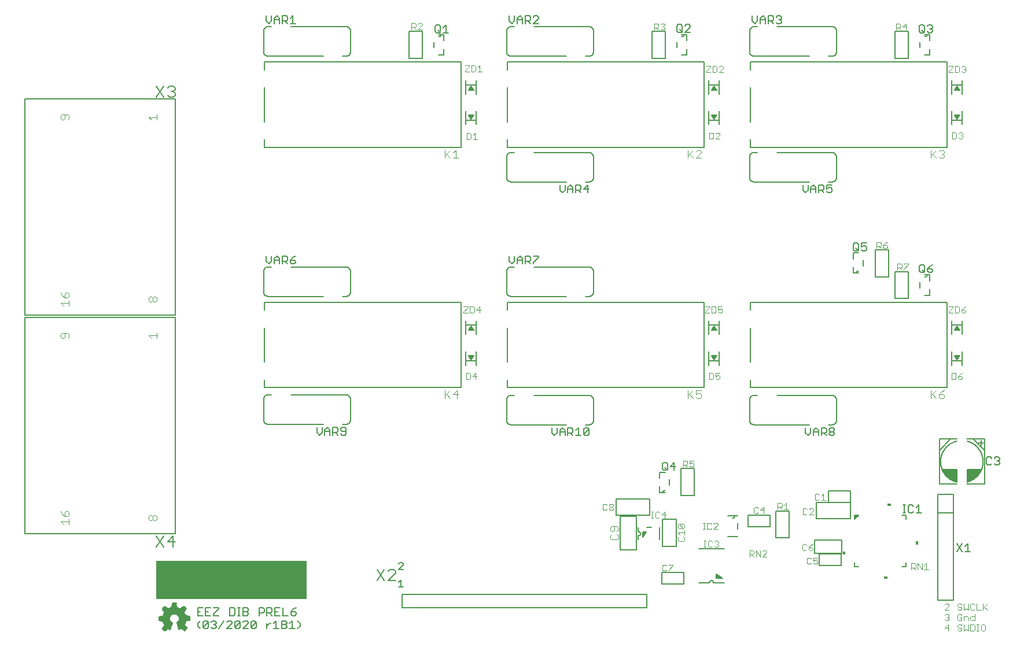
<source format=gto>
G75*
%MOIN*%
%OFA0B0*%
%FSLAX25Y25*%
%IPPOS*%
%LPD*%
%AMOC8*
5,1,8,0,0,1.08239X$1,22.5*
%
%ADD10C,0.00500*%
%ADD11R,0.87000X0.22250*%
%ADD12R,0.01485X0.00015*%
%ADD13R,0.00045X0.00015*%
%ADD14R,0.00105X0.00015*%
%ADD15R,0.00165X0.00015*%
%ADD16R,0.00225X0.00015*%
%ADD17R,0.00285X0.00015*%
%ADD18R,0.00345X0.00015*%
%ADD19R,0.00405X0.00015*%
%ADD20R,0.00435X0.00015*%
%ADD21R,0.00465X0.00015*%
%ADD22R,0.00495X0.00015*%
%ADD23R,0.00540X0.00015*%
%ADD24R,0.00585X0.00015*%
%ADD25R,0.00645X0.00015*%
%ADD26R,0.00150X0.00015*%
%ADD27R,0.00675X0.00015*%
%ADD28R,0.00195X0.00015*%
%ADD29R,0.00705X0.00015*%
%ADD30R,0.00240X0.00015*%
%ADD31R,0.00735X0.00015*%
%ADD32R,0.00270X0.00015*%
%ADD33R,0.00765X0.00015*%
%ADD34R,0.00300X0.00015*%
%ADD35R,0.00810X0.00015*%
%ADD36R,0.00360X0.00015*%
%ADD37R,0.00855X0.00015*%
%ADD38R,0.00435X0.00015*%
%ADD39R,0.00915X0.00015*%
%ADD40R,0.00465X0.00015*%
%ADD41R,0.00945X0.00015*%
%ADD42R,0.00960X0.00015*%
%ADD43R,0.00525X0.00015*%
%ADD44R,0.00990X0.00015*%
%ADD45R,0.00555X0.00015*%
%ADD46R,0.01035X0.00015*%
%ADD47R,0.00600X0.00015*%
%ADD48R,0.01080X0.00015*%
%ADD49R,0.01125X0.00015*%
%ADD50R,0.01170X0.00015*%
%ADD51R,0.00720X0.00015*%
%ADD52R,0.01200X0.00015*%
%ADD53R,0.00750X0.00015*%
%ADD54R,0.01230X0.00015*%
%ADD55R,0.00780X0.00015*%
%ADD56R,0.01260X0.00015*%
%ADD57R,0.00810X0.00015*%
%ADD58R,0.01305X0.00015*%
%ADD59R,0.01365X0.00015*%
%ADD60R,0.00900X0.00015*%
%ADD61R,0.01395X0.00015*%
%ADD62R,0.01440X0.00015*%
%ADD63R,0.01470X0.00015*%
%ADD64R,0.01005X0.00015*%
%ADD65R,0.01500X0.00015*%
%ADD66R,0.01020X0.00015*%
%ADD67R,0.01530X0.00015*%
%ADD68R,0.01065X0.00015*%
%ADD69R,0.01575X0.00015*%
%ADD70R,0.01095X0.00015*%
%ADD71R,0.01635X0.00015*%
%ADD72R,0.01155X0.00015*%
%ADD73R,0.01680X0.00015*%
%ADD74R,0.01200X0.00015*%
%ADD75R,0.01710X0.00015*%
%ADD76R,0.01230X0.00015*%
%ADD77R,0.01725X0.00015*%
%ADD78R,0.01245X0.00015*%
%ADD79R,0.01755X0.00015*%
%ADD80R,0.01275X0.00015*%
%ADD81R,0.01800X0.00015*%
%ADD82R,0.01320X0.00015*%
%ADD83R,0.01860X0.00015*%
%ADD84R,0.01905X0.00015*%
%ADD85R,0.01410X0.00015*%
%ADD86R,0.01935X0.00015*%
%ADD87R,0.01455X0.00015*%
%ADD88R,0.01965X0.00015*%
%ADD89R,0.01485X0.00015*%
%ADD90R,0.01995X0.00015*%
%ADD91R,0.01515X0.00015*%
%ADD92R,0.02040X0.00015*%
%ADD93R,0.01530X0.00015*%
%ADD94R,0.02070X0.00015*%
%ADD95R,0.01575X0.00015*%
%ADD96R,0.02115X0.00015*%
%ADD97R,0.01620X0.00015*%
%ADD98R,0.02160X0.00015*%
%ADD99R,0.01665X0.00015*%
%ADD100R,0.02190X0.00015*%
%ADD101R,0.00075X0.00015*%
%ADD102R,0.01695X0.00015*%
%ADD103R,0.02220X0.00015*%
%ADD104R,0.00105X0.00015*%
%ADD105R,0.02235X0.00015*%
%ADD106R,0.00135X0.00015*%
%ADD107R,0.01755X0.00015*%
%ADD108R,0.02280X0.00015*%
%ADD109R,0.00180X0.00015*%
%ADD110R,0.01785X0.00015*%
%ADD111R,0.02340X0.00015*%
%ADD112R,0.00240X0.00015*%
%ADD113R,0.01830X0.00015*%
%ADD114R,0.02385X0.00015*%
%ADD115R,0.01890X0.00015*%
%ADD116R,0.02415X0.00015*%
%ADD117R,0.00330X0.00015*%
%ADD118R,0.00120X0.00015*%
%ADD119R,0.01920X0.00015*%
%ADD120R,0.02430X0.00015*%
%ADD121R,0.00375X0.00015*%
%ADD122R,0.02460X0.00015*%
%ADD123R,0.00405X0.00015*%
%ADD124R,0.00195X0.00015*%
%ADD125R,0.01965X0.00015*%
%ADD126R,0.02505X0.00015*%
%ADD127R,0.00210X0.00015*%
%ADD128R,0.02010X0.00015*%
%ADD129R,0.02535X0.00015*%
%ADD130R,0.00480X0.00015*%
%ADD131R,0.02580X0.00015*%
%ADD132R,0.00540X0.00015*%
%ADD133R,0.02085X0.00015*%
%ADD134R,0.02625X0.00015*%
%ADD135R,0.02130X0.00015*%
%ADD136R,0.02670X0.00015*%
%ADD137R,0.00630X0.00015*%
%ADD138R,0.02700X0.00015*%
%ADD139R,0.00660X0.00015*%
%ADD140R,0.00450X0.00015*%
%ADD141R,0.02190X0.00015*%
%ADD142R,0.02715X0.00015*%
%ADD143R,0.02205X0.00015*%
%ADD144R,0.02745X0.00015*%
%ADD145R,0.00510X0.00015*%
%ADD146R,0.02235X0.00015*%
%ADD147R,0.02775X0.00015*%
%ADD148R,0.02820X0.00015*%
%ADD149R,0.02310X0.00015*%
%ADD150R,0.02880X0.00015*%
%ADD151R,0.00855X0.00015*%
%ADD152R,0.02355X0.00015*%
%ADD153R,0.02895X0.00015*%
%ADD154R,0.00870X0.00015*%
%ADD155R,0.00660X0.00015*%
%ADD156R,0.02925X0.00015*%
%ADD157R,0.00690X0.00015*%
%ADD158R,0.02970X0.00015*%
%ADD159R,0.03000X0.00015*%
%ADD160R,0.00750X0.00015*%
%ADD161R,0.03045X0.00015*%
%ADD162R,0.01005X0.00015*%
%ADD163R,0.00780X0.00015*%
%ADD164R,0.02505X0.00015*%
%ADD165R,0.03090X0.00015*%
%ADD166R,0.01050X0.00015*%
%ADD167R,0.00825X0.00015*%
%ADD168R,0.02550X0.00015*%
%ADD169R,0.03135X0.00015*%
%ADD170R,0.01095X0.00015*%
%ADD171R,0.00870X0.00015*%
%ADD172R,0.03165X0.00015*%
%ADD173R,0.01125X0.00015*%
%ADD174R,0.02625X0.00015*%
%ADD175R,0.03195X0.00015*%
%ADD176R,0.01140X0.00015*%
%ADD177R,0.00930X0.00015*%
%ADD178R,0.02655X0.00015*%
%ADD179R,0.03210X0.00015*%
%ADD180R,0.00960X0.00015*%
%ADD181R,0.03240X0.00015*%
%ADD182R,0.02700X0.00015*%
%ADD183R,0.03285X0.00015*%
%ADD184R,0.01245X0.00015*%
%ADD185R,0.02745X0.00015*%
%ADD186R,0.03330X0.00015*%
%ADD187R,0.02790X0.00015*%
%ADD188R,0.03360X0.00015*%
%ADD189R,0.01110X0.00015*%
%ADD190R,0.02835X0.00015*%
%ADD191R,0.03390X0.00015*%
%ADD192R,0.01335X0.00015*%
%ADD193R,0.01140X0.00015*%
%ADD194R,0.02865X0.00015*%
%ADD195R,0.03420X0.00015*%
%ADD196R,0.01155X0.00015*%
%ADD197R,0.04905X0.00015*%
%ADD198R,0.04920X0.00015*%
%ADD199R,0.02940X0.00015*%
%ADD200R,0.04950X0.00015*%
%ADD201R,0.02985X0.00015*%
%ADD202R,0.04965X0.00015*%
%ADD203R,0.01275X0.00015*%
%ADD204R,0.03015X0.00015*%
%ADD205R,0.04980X0.00015*%
%ADD206R,0.03045X0.00015*%
%ADD207R,0.05010X0.00015*%
%ADD208R,0.01335X0.00015*%
%ADD209R,0.03075X0.00015*%
%ADD210R,0.01350X0.00015*%
%ADD211R,0.03105X0.00015*%
%ADD212R,0.05040X0.00015*%
%ADD213R,0.01380X0.00015*%
%ADD214R,0.05040X0.00015*%
%ADD215R,0.01410X0.00015*%
%ADD216R,0.03180X0.00015*%
%ADD217R,0.05070X0.00015*%
%ADD218R,0.03225X0.00015*%
%ADD219R,0.03255X0.00015*%
%ADD220R,0.05085X0.00015*%
%ADD221R,0.01515X0.00015*%
%ADD222R,0.03300X0.00015*%
%ADD223R,0.05100X0.00015*%
%ADD224R,0.04935X0.00015*%
%ADD225R,0.05115X0.00015*%
%ADD226R,0.04995X0.00015*%
%ADD227R,0.05130X0.00015*%
%ADD228R,0.05010X0.00015*%
%ADD229R,0.05130X0.00015*%
%ADD230R,0.05010X0.00015*%
%ADD231R,0.05025X0.00015*%
%ADD232R,0.05040X0.00015*%
%ADD233R,0.05055X0.00015*%
%ADD234R,0.05130X0.00015*%
%ADD235R,0.05085X0.00015*%
%ADD236R,0.05115X0.00015*%
%ADD237R,0.05145X0.00015*%
%ADD238R,0.05160X0.00015*%
%ADD239R,0.05130X0.00015*%
%ADD240R,0.05190X0.00015*%
%ADD241R,0.05190X0.00015*%
%ADD242R,0.05205X0.00015*%
%ADD243R,0.05220X0.00015*%
%ADD244R,0.05070X0.00015*%
%ADD245R,0.05085X0.00015*%
%ADD246R,0.05205X0.00015*%
%ADD247R,0.05220X0.00015*%
%ADD248R,0.05055X0.00015*%
%ADD249R,0.05025X0.00015*%
%ADD250R,0.05205X0.00015*%
%ADD251R,0.05025X0.00015*%
%ADD252R,0.05190X0.00015*%
%ADD253R,0.05190X0.00015*%
%ADD254R,0.04995X0.00015*%
%ADD255R,0.05175X0.00015*%
%ADD256R,0.04950X0.00015*%
%ADD257R,0.05145X0.00015*%
%ADD258R,0.05145X0.00015*%
%ADD259R,0.04920X0.00015*%
%ADD260R,0.04905X0.00015*%
%ADD261R,0.04905X0.00015*%
%ADD262R,0.05115X0.00015*%
%ADD263R,0.04890X0.00015*%
%ADD264R,0.04890X0.00015*%
%ADD265R,0.04875X0.00015*%
%ADD266R,0.04845X0.00015*%
%ADD267R,0.04830X0.00015*%
%ADD268R,0.04830X0.00015*%
%ADD269R,0.05070X0.00015*%
%ADD270R,0.04830X0.00015*%
%ADD271R,0.04815X0.00015*%
%ADD272R,0.04800X0.00015*%
%ADD273R,0.04800X0.00015*%
%ADD274R,0.05010X0.00015*%
%ADD275R,0.04785X0.00015*%
%ADD276R,0.04770X0.00015*%
%ADD277R,0.04770X0.00015*%
%ADD278R,0.04755X0.00015*%
%ADD279R,0.04740X0.00015*%
%ADD280R,0.04725X0.00015*%
%ADD281R,0.04725X0.00015*%
%ADD282R,0.04980X0.00015*%
%ADD283R,0.04710X0.00015*%
%ADD284R,0.04725X0.00015*%
%ADD285R,0.04710X0.00015*%
%ADD286R,0.04695X0.00015*%
%ADD287R,0.04680X0.00015*%
%ADD288R,0.04695X0.00015*%
%ADD289R,0.04680X0.00015*%
%ADD290R,0.04905X0.00015*%
%ADD291R,0.04665X0.00015*%
%ADD292R,0.04650X0.00015*%
%ADD293R,0.04635X0.00015*%
%ADD294R,0.04620X0.00015*%
%ADD295R,0.04620X0.00015*%
%ADD296R,0.04890X0.00015*%
%ADD297R,0.04605X0.00015*%
%ADD298R,0.04605X0.00015*%
%ADD299R,0.04590X0.00015*%
%ADD300R,0.04845X0.00015*%
%ADD301R,0.04575X0.00015*%
%ADD302R,0.04590X0.00015*%
%ADD303R,0.04575X0.00015*%
%ADD304R,0.04845X0.00015*%
%ADD305R,0.04560X0.00015*%
%ADD306R,0.04545X0.00015*%
%ADD307R,0.04530X0.00015*%
%ADD308R,0.04515X0.00015*%
%ADD309R,0.04530X0.00015*%
%ADD310R,0.04500X0.00015*%
%ADD311R,0.04515X0.00015*%
%ADD312R,0.04785X0.00015*%
%ADD313R,0.04485X0.00015*%
%ADD314R,0.04755X0.00015*%
%ADD315R,0.04470X0.00015*%
%ADD316R,0.04740X0.00015*%
%ADD317R,0.04485X0.00015*%
%ADD318R,0.04755X0.00015*%
%ADD319R,0.04545X0.00015*%
%ADD320R,0.04695X0.00015*%
%ADD321R,0.04680X0.00015*%
%ADD322R,0.04665X0.00015*%
%ADD323R,0.04725X0.00015*%
%ADD324R,0.04680X0.00015*%
%ADD325R,0.04860X0.00015*%
%ADD326R,0.04740X0.00015*%
%ADD327R,0.04875X0.00015*%
%ADD328R,0.04965X0.00015*%
%ADD329R,0.04860X0.00015*%
%ADD330R,0.04995X0.00015*%
%ADD331R,0.04875X0.00015*%
%ADD332R,0.04980X0.00015*%
%ADD333R,0.05235X0.00015*%
%ADD334R,0.05235X0.00015*%
%ADD335R,0.05250X0.00015*%
%ADD336R,0.05280X0.00015*%
%ADD337R,0.05295X0.00015*%
%ADD338R,0.05325X0.00015*%
%ADD339R,0.05340X0.00015*%
%ADD340R,0.05235X0.00015*%
%ADD341R,0.05355X0.00015*%
%ADD342R,0.05370X0.00015*%
%ADD343R,0.05265X0.00015*%
%ADD344R,0.05370X0.00015*%
%ADD345R,0.05280X0.00015*%
%ADD346R,0.05385X0.00015*%
%ADD347R,0.05295X0.00015*%
%ADD348R,0.05400X0.00015*%
%ADD349R,0.05415X0.00015*%
%ADD350R,0.05310X0.00015*%
%ADD351R,0.05430X0.00015*%
%ADD352R,0.05445X0.00015*%
%ADD353R,0.05460X0.00015*%
%ADD354R,0.05355X0.00015*%
%ADD355R,0.05475X0.00015*%
%ADD356R,0.05505X0.00015*%
%ADD357R,0.05520X0.00015*%
%ADD358R,0.05535X0.00015*%
%ADD359R,0.05550X0.00015*%
%ADD360R,0.05550X0.00015*%
%ADD361R,0.05475X0.00015*%
%ADD362R,0.05490X0.00015*%
%ADD363R,0.05475X0.00015*%
%ADD364R,0.05385X0.00015*%
%ADD365R,0.05370X0.00015*%
%ADD366R,0.05325X0.00015*%
%ADD367R,0.05310X0.00015*%
%ADD368R,0.05265X0.00015*%
%ADD369R,0.05175X0.00015*%
%ADD370R,0.04980X0.00015*%
%ADD371R,0.04965X0.00015*%
%ADD372R,0.04860X0.00015*%
%ADD373R,0.04845X0.00015*%
%ADD374R,0.04815X0.00015*%
%ADD375R,0.04770X0.00015*%
%ADD376R,0.05295X0.00015*%
%ADD377R,0.04635X0.00015*%
%ADD378R,0.05610X0.00015*%
%ADD379R,0.05700X0.00015*%
%ADD380R,0.05760X0.00015*%
%ADD381R,0.05805X0.00015*%
%ADD382R,0.05850X0.00015*%
%ADD383R,0.05895X0.00015*%
%ADD384R,0.06000X0.00015*%
%ADD385R,0.06135X0.00015*%
%ADD386R,0.06225X0.00015*%
%ADD387R,0.06300X0.00015*%
%ADD388R,0.06330X0.00015*%
%ADD389R,0.06375X0.00015*%
%ADD390R,0.06450X0.00015*%
%ADD391R,0.06570X0.00015*%
%ADD392R,0.05565X0.00015*%
%ADD393R,0.06690X0.00015*%
%ADD394R,0.06735X0.00015*%
%ADD395R,0.05790X0.00015*%
%ADD396R,0.06765X0.00015*%
%ADD397R,0.05850X0.00015*%
%ADD398R,0.06780X0.00015*%
%ADD399R,0.05895X0.00015*%
%ADD400R,0.06795X0.00015*%
%ADD401R,0.05955X0.00015*%
%ADD402R,0.06810X0.00015*%
%ADD403R,0.06060X0.00015*%
%ADD404R,0.06195X0.00015*%
%ADD405R,0.06825X0.00015*%
%ADD406R,0.06330X0.00015*%
%ADD407R,0.06840X0.00015*%
%ADD408R,0.06390X0.00015*%
%ADD409R,0.06495X0.00015*%
%ADD410R,0.06840X0.00015*%
%ADD411R,0.06555X0.00015*%
%ADD412R,0.06825X0.00015*%
%ADD413R,0.06645X0.00015*%
%ADD414R,0.06825X0.00015*%
%ADD415R,0.06705X0.00015*%
%ADD416R,0.06705X0.00015*%
%ADD417R,0.06810X0.00015*%
%ADD418R,0.06720X0.00015*%
%ADD419R,0.06795X0.00015*%
%ADD420R,0.06750X0.00015*%
%ADD421R,0.06765X0.00015*%
%ADD422R,0.06795X0.00015*%
%ADD423R,0.06780X0.00015*%
%ADD424R,0.06780X0.00015*%
%ADD425R,0.06750X0.00015*%
%ADD426R,0.06720X0.00015*%
%ADD427R,0.06720X0.00015*%
%ADD428R,0.06705X0.00015*%
%ADD429R,0.06705X0.00015*%
%ADD430R,0.06690X0.00015*%
%ADD431R,0.06675X0.00015*%
%ADD432R,0.06690X0.00015*%
%ADD433R,0.06675X0.00015*%
%ADD434R,0.06675X0.00015*%
%ADD435R,0.06660X0.00015*%
%ADD436R,0.06675X0.00015*%
%ADD437R,0.06660X0.00015*%
%ADD438R,0.06660X0.00015*%
%ADD439R,0.06645X0.00015*%
%ADD440R,0.06630X0.00015*%
%ADD441R,0.06660X0.00015*%
%ADD442R,0.06630X0.00015*%
%ADD443R,0.06645X0.00015*%
%ADD444R,0.06735X0.00015*%
%ADD445R,0.06765X0.00015*%
%ADD446R,0.06780X0.00015*%
%ADD447R,0.06825X0.00015*%
%ADD448R,0.06855X0.00015*%
%ADD449R,0.06855X0.00015*%
%ADD450R,0.06870X0.00015*%
%ADD451R,0.06885X0.00015*%
%ADD452R,0.06525X0.00015*%
%ADD453R,0.06405X0.00015*%
%ADD454R,0.06255X0.00015*%
%ADD455R,0.06165X0.00015*%
%ADD456R,0.06870X0.00015*%
%ADD457R,0.06120X0.00015*%
%ADD458R,0.06885X0.00015*%
%ADD459R,0.06060X0.00015*%
%ADD460R,0.06015X0.00015*%
%ADD461R,0.05910X0.00015*%
%ADD462R,0.05670X0.00015*%
%ADD463R,0.05595X0.00015*%
%ADD464R,0.06585X0.00015*%
%ADD465R,0.05160X0.00015*%
%ADD466R,0.06390X0.00015*%
%ADD467R,0.05025X0.00015*%
%ADD468R,0.06330X0.00015*%
%ADD469R,0.06075X0.00015*%
%ADD470R,0.05820X0.00015*%
%ADD471R,0.05775X0.00015*%
%ADD472R,0.05685X0.00015*%
%ADD473R,0.05460X0.00015*%
%ADD474R,0.04860X0.00015*%
%ADD475R,0.04935X0.00015*%
%ADD476R,0.05160X0.00015*%
%ADD477R,0.05325X0.00015*%
%ADD478R,0.05340X0.00015*%
%ADD479R,0.05355X0.00015*%
%ADD480R,0.05430X0.00015*%
%ADD481R,0.05535X0.00015*%
%ADD482R,0.05595X0.00015*%
%ADD483R,0.05640X0.00015*%
%ADD484R,0.05640X0.00015*%
%ADD485R,0.05670X0.00015*%
%ADD486R,0.05685X0.00015*%
%ADD487R,0.05700X0.00015*%
%ADD488R,0.05715X0.00015*%
%ADD489R,0.05715X0.00015*%
%ADD490R,0.05730X0.00015*%
%ADD491R,0.05745X0.00015*%
%ADD492R,0.05760X0.00015*%
%ADD493R,0.06000X0.00015*%
%ADD494R,0.06105X0.00015*%
%ADD495R,0.06180X0.00015*%
%ADD496R,0.06210X0.00015*%
%ADD497R,0.12690X0.00015*%
%ADD498R,0.12675X0.00015*%
%ADD499R,0.12660X0.00015*%
%ADD500R,0.12660X0.00015*%
%ADD501R,0.12645X0.00015*%
%ADD502R,0.12615X0.00015*%
%ADD503R,0.12600X0.00015*%
%ADD504R,0.12585X0.00015*%
%ADD505R,0.12555X0.00015*%
%ADD506R,0.12540X0.00015*%
%ADD507R,0.12525X0.00015*%
%ADD508R,0.12510X0.00015*%
%ADD509R,0.12510X0.00015*%
%ADD510R,0.12480X0.00015*%
%ADD511R,0.12450X0.00015*%
%ADD512R,0.12435X0.00015*%
%ADD513R,0.12420X0.00015*%
%ADD514R,0.12390X0.00015*%
%ADD515R,0.12375X0.00015*%
%ADD516R,0.12360X0.00015*%
%ADD517R,0.12330X0.00015*%
%ADD518R,0.12300X0.00015*%
%ADD519R,0.12285X0.00015*%
%ADD520R,0.12270X0.00015*%
%ADD521R,0.12255X0.00015*%
%ADD522R,0.12240X0.00015*%
%ADD523R,0.12225X0.00015*%
%ADD524R,0.12195X0.00015*%
%ADD525R,0.12165X0.00015*%
%ADD526R,0.12150X0.00015*%
%ADD527R,0.12135X0.00015*%
%ADD528R,0.12120X0.00015*%
%ADD529R,0.12090X0.00015*%
%ADD530R,0.12075X0.00015*%
%ADD531R,0.12060X0.00015*%
%ADD532R,0.12045X0.00015*%
%ADD533R,0.12015X0.00015*%
%ADD534R,0.12000X0.00015*%
%ADD535R,0.11985X0.00015*%
%ADD536R,0.11955X0.00015*%
%ADD537R,0.11940X0.00015*%
%ADD538R,0.11925X0.00015*%
%ADD539R,0.11910X0.00015*%
%ADD540R,0.11910X0.00015*%
%ADD541R,0.11880X0.00015*%
%ADD542R,0.11850X0.00015*%
%ADD543R,0.11835X0.00015*%
%ADD544R,0.11805X0.00015*%
%ADD545R,0.11775X0.00015*%
%ADD546R,0.11760X0.00015*%
%ADD547R,0.11745X0.00015*%
%ADD548R,0.11730X0.00015*%
%ADD549R,0.11700X0.00015*%
%ADD550R,0.11700X0.00015*%
%ADD551R,0.11685X0.00015*%
%ADD552R,0.11655X0.00015*%
%ADD553R,0.11640X0.00015*%
%ADD554R,0.11625X0.00015*%
%ADD555R,0.11625X0.00015*%
%ADD556R,0.11670X0.00015*%
%ADD557R,0.11715X0.00015*%
%ADD558R,0.11790X0.00015*%
%ADD559R,0.11820X0.00015*%
%ADD560R,0.11820X0.00015*%
%ADD561R,0.11880X0.00015*%
%ADD562R,0.11895X0.00015*%
%ADD563R,0.11970X0.00015*%
%ADD564R,0.12045X0.00015*%
%ADD565R,0.12075X0.00015*%
%ADD566R,0.12105X0.00015*%
%ADD567R,0.12135X0.00015*%
%ADD568R,0.12165X0.00015*%
%ADD569R,0.12180X0.00015*%
%ADD570R,0.12195X0.00015*%
%ADD571R,0.12210X0.00015*%
%ADD572R,0.12225X0.00015*%
%ADD573R,0.12255X0.00015*%
%ADD574R,0.12360X0.00015*%
%ADD575R,0.12390X0.00015*%
%ADD576R,0.12405X0.00015*%
%ADD577R,0.12435X0.00015*%
%ADD578R,0.12480X0.00015*%
%ADD579R,0.12480X0.00015*%
%ADD580R,0.12510X0.00015*%
%ADD581R,0.12570X0.00015*%
%ADD582R,0.12630X0.00015*%
%ADD583R,0.12675X0.00015*%
%ADD584R,0.12705X0.00015*%
%ADD585R,0.12735X0.00015*%
%ADD586R,0.12750X0.00015*%
%ADD587R,0.12780X0.00015*%
%ADD588R,0.12795X0.00015*%
%ADD589R,0.12810X0.00015*%
%ADD590R,0.12840X0.00015*%
%ADD591R,0.12855X0.00015*%
%ADD592R,0.12885X0.00015*%
%ADD593R,0.12900X0.00015*%
%ADD594R,0.12915X0.00015*%
%ADD595R,0.12945X0.00015*%
%ADD596R,0.12960X0.00015*%
%ADD597R,0.12990X0.00015*%
%ADD598R,0.13005X0.00015*%
%ADD599R,0.13020X0.00015*%
%ADD600R,0.13035X0.00015*%
%ADD601R,0.13065X0.00015*%
%ADD602R,0.13080X0.00015*%
%ADD603R,0.13110X0.00015*%
%ADD604R,0.13125X0.00015*%
%ADD605R,0.13155X0.00015*%
%ADD606R,0.13170X0.00015*%
%ADD607R,0.13200X0.00015*%
%ADD608R,0.13230X0.00015*%
%ADD609R,0.13260X0.00015*%
%ADD610R,0.13290X0.00015*%
%ADD611R,0.13320X0.00015*%
%ADD612R,0.13350X0.00015*%
%ADD613R,0.13365X0.00015*%
%ADD614R,0.13395X0.00015*%
%ADD615R,0.13425X0.00015*%
%ADD616R,0.13455X0.00015*%
%ADD617R,0.13470X0.00015*%
%ADD618R,0.13500X0.00015*%
%ADD619R,0.13530X0.00015*%
%ADD620R,0.13560X0.00015*%
%ADD621R,0.13575X0.00015*%
%ADD622R,0.13605X0.00015*%
%ADD623R,0.13635X0.00015*%
%ADD624R,0.13650X0.00015*%
%ADD625R,0.13680X0.00015*%
%ADD626R,0.13695X0.00015*%
%ADD627R,0.13725X0.00015*%
%ADD628R,0.13740X0.00015*%
%ADD629R,0.13770X0.00015*%
%ADD630R,0.13785X0.00015*%
%ADD631R,0.13800X0.00015*%
%ADD632R,0.13830X0.00015*%
%ADD633R,0.13860X0.00015*%
%ADD634R,0.13875X0.00015*%
%ADD635R,0.13905X0.00015*%
%ADD636R,0.13935X0.00015*%
%ADD637R,0.13950X0.00015*%
%ADD638R,0.13980X0.00015*%
%ADD639R,0.14010X0.00015*%
%ADD640R,0.14025X0.00015*%
%ADD641R,0.14055X0.00015*%
%ADD642R,0.14070X0.00015*%
%ADD643R,0.14085X0.00015*%
%ADD644R,0.14115X0.00015*%
%ADD645R,0.14145X0.00015*%
%ADD646R,0.14160X0.00015*%
%ADD647R,0.14190X0.00015*%
%ADD648R,0.14205X0.00015*%
%ADD649R,0.14220X0.00015*%
%ADD650R,0.14235X0.00015*%
%ADD651R,0.14265X0.00015*%
%ADD652R,0.14280X0.00015*%
%ADD653R,0.14295X0.00015*%
%ADD654R,0.14295X0.00015*%
%ADD655R,0.14250X0.00015*%
%ADD656R,0.14205X0.00015*%
%ADD657R,0.14175X0.00015*%
%ADD658R,0.14160X0.00015*%
%ADD659R,0.14130X0.00015*%
%ADD660R,0.14100X0.00015*%
%ADD661R,0.14040X0.00015*%
%ADD662R,0.14010X0.00015*%
%ADD663R,0.03465X0.00015*%
%ADD664R,0.10440X0.00015*%
%ADD665R,0.03420X0.00015*%
%ADD666R,0.10395X0.00015*%
%ADD667R,0.03375X0.00015*%
%ADD668R,0.10335X0.00015*%
%ADD669R,0.03570X0.00015*%
%ADD670R,0.06600X0.00015*%
%ADD671R,0.03525X0.00015*%
%ADD672R,0.03270X0.00015*%
%ADD673R,0.03495X0.00015*%
%ADD674R,0.03210X0.00015*%
%ADD675R,0.06480X0.00015*%
%ADD676R,0.03435X0.00015*%
%ADD677R,0.03165X0.00015*%
%ADD678R,0.03390X0.00015*%
%ADD679R,0.03120X0.00015*%
%ADD680R,0.06315X0.00015*%
%ADD681R,0.03345X0.00015*%
%ADD682R,0.03090X0.00015*%
%ADD683R,0.03075X0.00015*%
%ADD684R,0.06225X0.00015*%
%ADD685R,0.03270X0.00015*%
%ADD686R,0.06180X0.00015*%
%ADD687R,0.02970X0.00015*%
%ADD688R,0.06075X0.00015*%
%ADD689R,0.03195X0.00015*%
%ADD690R,0.02925X0.00015*%
%ADD691R,0.05985X0.00015*%
%ADD692R,0.03135X0.00015*%
%ADD693R,0.02850X0.00015*%
%ADD694R,0.05835X0.00015*%
%ADD695R,0.03030X0.00015*%
%ADD696R,0.02805X0.00015*%
%ADD697R,0.02730X0.00015*%
%ADD698R,0.05625X0.00015*%
%ADD699R,0.02925X0.00015*%
%ADD700R,0.02640X0.00015*%
%ADD701R,0.02595X0.00015*%
%ADD702R,0.02565X0.00015*%
%ADD703R,0.02760X0.00015*%
%ADD704R,0.02520X0.00015*%
%ADD705R,0.02730X0.00015*%
%ADD706R,0.02475X0.00015*%
%ADD707R,0.02685X0.00015*%
%ADD708R,0.02445X0.00015*%
%ADD709R,0.02400X0.00015*%
%ADD710R,0.02370X0.00015*%
%ADD711R,0.02565X0.00015*%
%ADD712R,0.02340X0.00015*%
%ADD713R,0.02325X0.00015*%
%ADD714R,0.02505X0.00015*%
%ADD715R,0.02280X0.00015*%
%ADD716R,0.02460X0.00015*%
%ADD717R,0.04560X0.00015*%
%ADD718R,0.02190X0.00015*%
%ADD719R,0.04440X0.00015*%
%ADD720R,0.02370X0.00015*%
%ADD721R,0.02145X0.00015*%
%ADD722R,0.04365X0.00015*%
%ADD723R,0.04320X0.00015*%
%ADD724R,0.02310X0.00015*%
%ADD725R,0.02100X0.00015*%
%ADD726R,0.04260X0.00015*%
%ADD727R,0.04200X0.00015*%
%ADD728R,0.02265X0.00015*%
%ADD729R,0.02040X0.00015*%
%ADD730R,0.04095X0.00015*%
%ADD731R,0.02220X0.00015*%
%ADD732R,0.03915X0.00015*%
%ADD733R,0.02175X0.00015*%
%ADD734R,0.03765X0.00015*%
%ADD735R,0.03675X0.00015*%
%ADD736R,0.01890X0.00015*%
%ADD737R,0.03615X0.00015*%
%ADD738R,0.02055X0.00015*%
%ADD739R,0.01860X0.00015*%
%ADD740R,0.03555X0.00015*%
%ADD741R,0.01815X0.00015*%
%ADD742R,0.03450X0.00015*%
%ADD743R,0.01725X0.00015*%
%ADD744R,0.03315X0.00015*%
%ADD745R,0.01905X0.00015*%
%ADD746R,0.01680X0.00015*%
%ADD747R,0.01650X0.00015*%
%ADD748R,0.01620X0.00015*%
%ADD749R,0.01590X0.00015*%
%ADD750R,0.01770X0.00015*%
%ADD751R,0.01560X0.00015*%
%ADD752R,0.03240X0.00015*%
%ADD753R,0.01740X0.00015*%
%ADD754R,0.01665X0.00015*%
%ADD755R,0.01455X0.00015*%
%ADD756R,0.01635X0.00015*%
%ADD757R,0.01410X0.00015*%
%ADD758R,0.01395X0.00015*%
%ADD759R,0.01365X0.00015*%
%ADD760R,0.01335X0.00015*%
%ADD761R,0.01290X0.00015*%
%ADD762R,0.03210X0.00015*%
%ADD763R,0.01455X0.00015*%
%ADD764R,0.01185X0.00015*%
%ADD765R,0.01290X0.00015*%
%ADD766R,0.01110X0.00015*%
%ADD767R,0.01260X0.00015*%
%ADD768R,0.03180X0.00015*%
%ADD769R,0.00975X0.00015*%
%ADD770R,0.03150X0.00015*%
%ADD771R,0.00885X0.00015*%
%ADD772R,0.03150X0.00015*%
%ADD773R,0.01050X0.00015*%
%ADD774R,0.00795X0.00015*%
%ADD775R,0.00885X0.00015*%
%ADD776R,0.00690X0.00015*%
%ADD777R,0.00840X0.00015*%
%ADD778R,0.00570X0.00015*%
%ADD779R,0.00525X0.00015*%
%ADD780R,0.03105X0.00015*%
%ADD781R,0.00660X0.00015*%
%ADD782R,0.00615X0.00015*%
%ADD783R,0.00420X0.00015*%
%ADD784R,0.00555X0.00015*%
%ADD785R,0.00390X0.00015*%
%ADD786R,0.00525X0.00015*%
%ADD787R,0.00360X0.00015*%
%ADD788R,0.00495X0.00015*%
%ADD789R,0.03075X0.00015*%
%ADD790R,0.00450X0.00015*%
%ADD791R,0.00225X0.00015*%
%ADD792R,0.00345X0.00015*%
%ADD793R,0.00255X0.00015*%
%ADD794R,0.03060X0.00015*%
%ADD795R,0.00180X0.00015*%
%ADD796R,0.00075X0.00015*%
%ADD797R,0.03000X0.00015*%
%ADD798R,0.02955X0.00015*%
%ADD799R,0.02940X0.00015*%
%ADD800R,0.02940X0.00015*%
%ADD801R,0.02910X0.00015*%
%ADD802R,0.02910X0.00015*%
%ADD803R,0.02865X0.00015*%
%ADD804R,0.02805X0.00015*%
%ADD805R,0.02775X0.00015*%
%ADD806R,0.02760X0.00015*%
%ADD807R,0.02655X0.00015*%
%ADD808R,0.02640X0.00015*%
%ADD809R,0.02610X0.00015*%
%ADD810R,0.02595X0.00015*%
%ADD811R,0.02535X0.00015*%
%ADD812R,0.02475X0.00015*%
%ADD813R,0.02175X0.00015*%
%ADD814R,0.01575X0.00015*%
%ADD815C,0.00400*%
%ADD816C,0.00800*%
%ADD817C,0.00700*%
%ADD818C,0.00600*%
%ADD819R,0.05512X0.00787*%
%ADD820C,0.00100*%
D10*
X0186148Y0080505D02*
X0186148Y0082006D01*
X0187650Y0083508D01*
X0189218Y0082757D02*
X0189218Y0079755D01*
X0192220Y0082757D01*
X0192220Y0079755D01*
X0191469Y0079004D01*
X0189968Y0079004D01*
X0189218Y0079755D01*
X0187650Y0079004D02*
X0186148Y0080505D01*
X0189218Y0082757D02*
X0189968Y0083508D01*
X0191469Y0083508D01*
X0192220Y0082757D01*
X0193821Y0082757D02*
X0194572Y0083508D01*
X0196073Y0083508D01*
X0196824Y0082757D01*
X0196824Y0082006D01*
X0196073Y0081256D01*
X0196824Y0080505D01*
X0196824Y0079755D01*
X0196073Y0079004D01*
X0194572Y0079004D01*
X0193821Y0079755D01*
X0195323Y0081256D02*
X0196073Y0081256D01*
X0198425Y0079004D02*
X0201428Y0083508D01*
X0203029Y0082757D02*
X0203780Y0083508D01*
X0205281Y0083508D01*
X0206032Y0082757D01*
X0206032Y0082006D01*
X0203029Y0079004D01*
X0206032Y0079004D01*
X0207633Y0079755D02*
X0210636Y0082757D01*
X0210636Y0079755D01*
X0209885Y0079004D01*
X0208384Y0079004D01*
X0207633Y0079755D01*
X0207633Y0082757D01*
X0208384Y0083508D01*
X0209885Y0083508D01*
X0210636Y0082757D01*
X0212237Y0082757D02*
X0212988Y0083508D01*
X0214489Y0083508D01*
X0215240Y0082757D01*
X0215240Y0082006D01*
X0212237Y0079004D01*
X0215240Y0079004D01*
X0216841Y0079755D02*
X0219844Y0082757D01*
X0219844Y0079755D01*
X0219093Y0079004D01*
X0217592Y0079004D01*
X0216841Y0079755D01*
X0216841Y0082757D01*
X0217592Y0083508D01*
X0219093Y0083508D01*
X0219844Y0082757D01*
X0221445Y0086504D02*
X0221445Y0091008D01*
X0223697Y0091008D01*
X0224448Y0090257D01*
X0224448Y0088756D01*
X0223697Y0088005D01*
X0221445Y0088005D01*
X0226049Y0088005D02*
X0228301Y0088005D01*
X0229052Y0088756D01*
X0229052Y0090257D01*
X0228301Y0091008D01*
X0226049Y0091008D01*
X0226049Y0086504D01*
X0227550Y0088005D02*
X0229052Y0086504D01*
X0230653Y0086504D02*
X0230653Y0091008D01*
X0233655Y0091008D01*
X0235257Y0091008D02*
X0235257Y0086504D01*
X0238259Y0086504D01*
X0239861Y0087255D02*
X0240611Y0086504D01*
X0242113Y0086504D01*
X0242863Y0087255D01*
X0242863Y0088005D01*
X0242113Y0088756D01*
X0239861Y0088756D01*
X0239861Y0087255D01*
X0239861Y0088756D02*
X0241362Y0090257D01*
X0242863Y0091008D01*
X0233655Y0086504D02*
X0230653Y0086504D01*
X0230653Y0088756D02*
X0232154Y0088756D01*
X0231387Y0083508D02*
X0229886Y0082006D01*
X0228301Y0082006D02*
X0227550Y0082006D01*
X0226049Y0080505D01*
X0226049Y0079004D02*
X0226049Y0082006D01*
X0229886Y0079004D02*
X0232888Y0079004D01*
X0231387Y0079004D02*
X0231387Y0083508D01*
X0234489Y0083508D02*
X0236741Y0083508D01*
X0237492Y0082757D01*
X0237492Y0082006D01*
X0236741Y0081256D01*
X0234489Y0081256D01*
X0234489Y0079004D02*
X0234489Y0083508D01*
X0236741Y0081256D02*
X0237492Y0080505D01*
X0237492Y0079755D01*
X0236741Y0079004D01*
X0234489Y0079004D01*
X0239093Y0079004D02*
X0242096Y0079004D01*
X0240595Y0079004D02*
X0240595Y0083508D01*
X0239093Y0082006D01*
X0243697Y0083508D02*
X0245199Y0082006D01*
X0245199Y0080505D01*
X0243697Y0079004D01*
X0215240Y0087255D02*
X0214489Y0086504D01*
X0212237Y0086504D01*
X0212237Y0091008D01*
X0214489Y0091008D01*
X0215240Y0090257D01*
X0215240Y0089506D01*
X0214489Y0088756D01*
X0212237Y0088756D01*
X0214489Y0088756D02*
X0215240Y0088005D01*
X0215240Y0087255D01*
X0210669Y0086504D02*
X0209168Y0086504D01*
X0209919Y0086504D02*
X0209919Y0091008D01*
X0210669Y0091008D02*
X0209168Y0091008D01*
X0207567Y0090257D02*
X0206816Y0091008D01*
X0204564Y0091008D01*
X0204564Y0086504D01*
X0206816Y0086504D01*
X0207567Y0087255D01*
X0207567Y0090257D01*
X0198359Y0090257D02*
X0198359Y0091008D01*
X0195356Y0091008D01*
X0193755Y0091008D02*
X0190752Y0091008D01*
X0190752Y0086504D01*
X0193755Y0086504D01*
X0195356Y0086504D02*
X0198359Y0086504D01*
X0195356Y0086504D02*
X0195356Y0087255D01*
X0198359Y0090257D01*
X0192253Y0088756D02*
X0190752Y0088756D01*
X0189151Y0091008D02*
X0186148Y0091008D01*
X0186148Y0086504D01*
X0189151Y0086504D01*
X0187650Y0088756D02*
X0186148Y0088756D01*
X0301783Y0102982D02*
X0304452Y0102982D01*
X0303118Y0102982D02*
X0303118Y0106986D01*
X0301783Y0105651D01*
X0301783Y0112982D02*
X0304452Y0115651D01*
X0304452Y0116318D01*
X0303785Y0116986D01*
X0302451Y0116986D01*
X0301783Y0116318D01*
X0301783Y0112982D02*
X0304452Y0112982D01*
X0270836Y0190520D02*
X0271586Y0191270D01*
X0271586Y0194273D01*
X0270836Y0195024D01*
X0269334Y0195024D01*
X0268584Y0194273D01*
X0268584Y0193522D01*
X0269334Y0192772D01*
X0271586Y0192772D01*
X0270836Y0190520D02*
X0269334Y0190520D01*
X0268584Y0191270D01*
X0266982Y0190520D02*
X0265481Y0192021D01*
X0266232Y0192021D02*
X0263980Y0192021D01*
X0263980Y0190520D02*
X0263980Y0195024D01*
X0266232Y0195024D01*
X0266982Y0194273D01*
X0266982Y0192772D01*
X0266232Y0192021D01*
X0262378Y0192772D02*
X0259376Y0192772D01*
X0259376Y0193522D02*
X0260877Y0195024D01*
X0262378Y0193522D01*
X0262378Y0190520D01*
X0259376Y0190520D02*
X0259376Y0193522D01*
X0257774Y0192021D02*
X0256273Y0190520D01*
X0254772Y0192021D01*
X0254772Y0195024D01*
X0257774Y0195024D02*
X0257774Y0192021D01*
X0390168Y0191771D02*
X0391669Y0190270D01*
X0393171Y0191771D01*
X0393171Y0194774D01*
X0394772Y0193272D02*
X0396273Y0194774D01*
X0397774Y0193272D01*
X0397774Y0190270D01*
X0399376Y0190270D02*
X0399376Y0194774D01*
X0401628Y0194774D01*
X0402378Y0194023D01*
X0402378Y0192522D01*
X0401628Y0191771D01*
X0399376Y0191771D01*
X0400877Y0191771D02*
X0402378Y0190270D01*
X0403980Y0190270D02*
X0406982Y0190270D01*
X0405481Y0190270D02*
X0405481Y0194774D01*
X0403980Y0193272D01*
X0408584Y0194023D02*
X0408584Y0191020D01*
X0411586Y0194023D01*
X0411586Y0191020D01*
X0410836Y0190270D01*
X0409334Y0190270D01*
X0408584Y0191020D01*
X0408584Y0194023D02*
X0409334Y0194774D01*
X0410836Y0194774D01*
X0411586Y0194023D01*
X0397774Y0192522D02*
X0394772Y0192522D01*
X0394772Y0193272D02*
X0394772Y0190270D01*
X0390168Y0191771D02*
X0390168Y0194774D01*
X0427201Y0153640D02*
X0427201Y0144400D01*
X0446674Y0144400D01*
X0446674Y0153640D01*
X0427201Y0153640D01*
X0429568Y0143756D02*
X0438808Y0143756D01*
X0438808Y0124283D01*
X0429568Y0124283D01*
X0429568Y0143756D01*
X0454068Y0142037D02*
X0454068Y0126502D01*
X0461808Y0126502D01*
X0461808Y0142037D01*
X0454068Y0142037D01*
X0464568Y0155752D02*
X0472308Y0155752D01*
X0472308Y0171287D01*
X0464568Y0171287D01*
X0464568Y0155752D01*
X0460694Y0170270D02*
X0460694Y0174774D01*
X0458442Y0172522D01*
X0461444Y0172522D01*
X0456840Y0174023D02*
X0456840Y0171020D01*
X0456090Y0170270D01*
X0454588Y0170270D01*
X0453838Y0171020D01*
X0453838Y0174023D01*
X0454588Y0174774D01*
X0456090Y0174774D01*
X0456840Y0174023D01*
X0455339Y0171771D02*
X0456840Y0170270D01*
X0503388Y0144390D02*
X0503388Y0137650D01*
X0515987Y0137650D01*
X0515987Y0144390D01*
X0503388Y0144390D01*
X0519318Y0146787D02*
X0527058Y0146787D01*
X0527058Y0131252D01*
X0519318Y0131252D01*
X0519318Y0146787D01*
X0542701Y0142400D02*
X0542701Y0151640D01*
X0562174Y0151640D01*
X0562174Y0142400D01*
X0542701Y0142400D01*
X0549638Y0151650D02*
X0549638Y0158390D01*
X0562237Y0158390D01*
X0562237Y0151650D01*
X0549638Y0151650D01*
X0557205Y0130140D02*
X0541670Y0130140D01*
X0541670Y0122400D01*
X0557205Y0122400D01*
X0557205Y0130140D01*
X0556987Y0122140D02*
X0544388Y0122140D01*
X0544388Y0115400D01*
X0556987Y0115400D01*
X0556987Y0122140D01*
X0592438Y0145770D02*
X0593939Y0145770D01*
X0593188Y0145770D02*
X0593188Y0150274D01*
X0592438Y0150274D02*
X0593939Y0150274D01*
X0595507Y0149523D02*
X0595507Y0146520D01*
X0596258Y0145770D01*
X0597759Y0145770D01*
X0598509Y0146520D01*
X0600111Y0145770D02*
X0603113Y0145770D01*
X0601612Y0145770D02*
X0601612Y0150274D01*
X0600111Y0148772D01*
X0598509Y0149523D02*
X0597759Y0150274D01*
X0596258Y0150274D01*
X0595507Y0149523D01*
X0616766Y0167927D02*
X0617832Y0166694D01*
X0619056Y0165618D01*
X0620416Y0164720D01*
X0621886Y0164016D01*
X0623438Y0163520D01*
X0623438Y0170770D01*
X0615188Y0170770D01*
X0615879Y0169294D01*
X0616766Y0167927D01*
X0616949Y0167716D02*
X0623438Y0167716D01*
X0623438Y0168215D02*
X0616580Y0168215D01*
X0616257Y0168713D02*
X0623438Y0168713D01*
X0623438Y0169212D02*
X0615933Y0169212D01*
X0615684Y0169710D02*
X0623438Y0169710D01*
X0623438Y0170209D02*
X0615451Y0170209D01*
X0615217Y0170707D02*
X0623438Y0170707D01*
X0623438Y0167217D02*
X0617380Y0167217D01*
X0617811Y0166719D02*
X0623438Y0166719D01*
X0623438Y0166220D02*
X0618371Y0166220D01*
X0618938Y0165722D02*
X0623438Y0165722D01*
X0623438Y0165223D02*
X0619654Y0165223D01*
X0620409Y0164725D02*
X0623438Y0164725D01*
X0623438Y0164226D02*
X0621447Y0164226D01*
X0622787Y0163728D02*
X0623438Y0163728D01*
X0629438Y0163728D02*
X0630089Y0163728D01*
X0629438Y0163520D02*
X0630990Y0164016D01*
X0632460Y0164720D01*
X0633819Y0165618D01*
X0635043Y0166694D01*
X0636109Y0167927D01*
X0636996Y0169294D01*
X0637688Y0170770D01*
X0629438Y0170770D01*
X0629438Y0163520D01*
X0629438Y0164226D02*
X0631429Y0164226D01*
X0632467Y0164725D02*
X0629438Y0164725D01*
X0629438Y0165223D02*
X0633221Y0165223D01*
X0633937Y0165722D02*
X0629438Y0165722D01*
X0629438Y0166220D02*
X0634504Y0166220D01*
X0635065Y0166719D02*
X0629438Y0166719D01*
X0629438Y0167217D02*
X0635496Y0167217D01*
X0635926Y0167716D02*
X0629438Y0167716D01*
X0629438Y0168215D02*
X0636295Y0168215D01*
X0636619Y0168713D02*
X0629438Y0168713D01*
X0629438Y0169212D02*
X0636942Y0169212D01*
X0637191Y0169710D02*
X0629438Y0169710D01*
X0629438Y0170209D02*
X0637425Y0170209D01*
X0637658Y0170707D02*
X0629438Y0170707D01*
X0629438Y0163520D02*
X0629724Y0163593D01*
X0630008Y0163674D01*
X0630290Y0163761D01*
X0630570Y0163856D01*
X0630848Y0163957D01*
X0631122Y0164065D01*
X0631395Y0164180D01*
X0631664Y0164301D01*
X0631930Y0164429D01*
X0632193Y0164563D01*
X0632453Y0164704D01*
X0632709Y0164851D01*
X0632962Y0165004D01*
X0633211Y0165163D01*
X0633456Y0165329D01*
X0633696Y0165500D01*
X0633933Y0165677D01*
X0634165Y0165860D01*
X0634392Y0166048D01*
X0634615Y0166242D01*
X0634833Y0166441D01*
X0635046Y0166646D01*
X0635254Y0166856D01*
X0635457Y0167070D01*
X0635655Y0167290D01*
X0635847Y0167514D01*
X0636033Y0167743D01*
X0636214Y0167977D01*
X0636390Y0168215D01*
X0636559Y0168457D01*
X0636722Y0168703D01*
X0636880Y0168953D01*
X0637031Y0169207D01*
X0637176Y0169464D01*
X0637314Y0169725D01*
X0637446Y0169989D01*
X0637572Y0170256D01*
X0637691Y0170527D01*
X0637804Y0170800D01*
X0637910Y0171076D01*
X0638009Y0171354D01*
X0638101Y0171635D01*
X0638186Y0171917D01*
X0638265Y0172202D01*
X0638336Y0172489D01*
X0638400Y0172777D01*
X0638458Y0173067D01*
X0638508Y0173358D01*
X0638551Y0173650D01*
X0638587Y0173943D01*
X0638616Y0174237D01*
X0638637Y0174532D01*
X0638652Y0174827D01*
X0638659Y0175122D01*
X0638659Y0175418D01*
X0638652Y0175713D01*
X0638637Y0176008D01*
X0638616Y0176303D01*
X0638587Y0176597D01*
X0638551Y0176890D01*
X0638508Y0177182D01*
X0638458Y0177473D01*
X0638400Y0177763D01*
X0638336Y0178051D01*
X0638265Y0178338D01*
X0638186Y0178623D01*
X0638101Y0178905D01*
X0638009Y0179186D01*
X0637910Y0179464D01*
X0637804Y0179740D01*
X0637691Y0180013D01*
X0637572Y0180284D01*
X0637446Y0180551D01*
X0637314Y0180815D01*
X0637176Y0181076D01*
X0637031Y0181333D01*
X0636880Y0181587D01*
X0636722Y0181837D01*
X0636559Y0182083D01*
X0636390Y0182325D01*
X0636214Y0182563D01*
X0636033Y0182797D01*
X0635847Y0183026D01*
X0635655Y0183250D01*
X0635457Y0183470D01*
X0635254Y0183684D01*
X0635046Y0183894D01*
X0634833Y0184099D01*
X0634615Y0184298D01*
X0634392Y0184492D01*
X0634165Y0184680D01*
X0633933Y0184863D01*
X0633696Y0185040D01*
X0633456Y0185211D01*
X0633211Y0185377D01*
X0632962Y0185536D01*
X0632709Y0185689D01*
X0632453Y0185836D01*
X0632193Y0185977D01*
X0631930Y0186111D01*
X0631664Y0186239D01*
X0631395Y0186360D01*
X0631122Y0186475D01*
X0630848Y0186583D01*
X0630570Y0186684D01*
X0630290Y0186779D01*
X0630008Y0186866D01*
X0629724Y0186947D01*
X0629438Y0187020D01*
X0640538Y0177173D02*
X0640538Y0174170D01*
X0641288Y0173420D01*
X0642790Y0173420D01*
X0643540Y0174170D01*
X0645142Y0174170D02*
X0645892Y0173420D01*
X0647394Y0173420D01*
X0648144Y0174170D01*
X0648144Y0174921D01*
X0647394Y0175672D01*
X0646643Y0175672D01*
X0647394Y0175672D02*
X0648144Y0176422D01*
X0648144Y0177173D01*
X0647394Y0177924D01*
X0645892Y0177924D01*
X0645142Y0177173D01*
X0643540Y0177173D02*
X0642790Y0177924D01*
X0641288Y0177924D01*
X0640538Y0177173D01*
X0623437Y0187020D02*
X0623151Y0186947D01*
X0622867Y0186866D01*
X0622585Y0186779D01*
X0622305Y0186684D01*
X0622027Y0186583D01*
X0621753Y0186475D01*
X0621480Y0186360D01*
X0621211Y0186239D01*
X0620945Y0186111D01*
X0620682Y0185977D01*
X0620422Y0185836D01*
X0620166Y0185689D01*
X0619913Y0185536D01*
X0619664Y0185377D01*
X0619419Y0185211D01*
X0619179Y0185040D01*
X0618942Y0184863D01*
X0618710Y0184680D01*
X0618483Y0184492D01*
X0618260Y0184298D01*
X0618042Y0184099D01*
X0617829Y0183894D01*
X0617621Y0183684D01*
X0617418Y0183470D01*
X0617220Y0183250D01*
X0617028Y0183026D01*
X0616842Y0182797D01*
X0616661Y0182563D01*
X0616485Y0182325D01*
X0616316Y0182083D01*
X0616153Y0181837D01*
X0615995Y0181587D01*
X0615844Y0181333D01*
X0615699Y0181076D01*
X0615561Y0180815D01*
X0615429Y0180551D01*
X0615303Y0180284D01*
X0615184Y0180013D01*
X0615071Y0179740D01*
X0614965Y0179464D01*
X0614866Y0179186D01*
X0614774Y0178905D01*
X0614689Y0178623D01*
X0614610Y0178338D01*
X0614539Y0178051D01*
X0614475Y0177763D01*
X0614417Y0177473D01*
X0614367Y0177182D01*
X0614324Y0176890D01*
X0614288Y0176597D01*
X0614259Y0176303D01*
X0614238Y0176008D01*
X0614223Y0175713D01*
X0614216Y0175418D01*
X0614216Y0175122D01*
X0614223Y0174827D01*
X0614238Y0174532D01*
X0614259Y0174237D01*
X0614288Y0173943D01*
X0614324Y0173650D01*
X0614367Y0173358D01*
X0614417Y0173067D01*
X0614475Y0172777D01*
X0614539Y0172489D01*
X0614610Y0172202D01*
X0614689Y0171917D01*
X0614774Y0171635D01*
X0614866Y0171354D01*
X0614965Y0171076D01*
X0615071Y0170800D01*
X0615184Y0170527D01*
X0615303Y0170256D01*
X0615429Y0169989D01*
X0615561Y0169725D01*
X0615699Y0169464D01*
X0615844Y0169207D01*
X0615995Y0168953D01*
X0616153Y0168703D01*
X0616316Y0168457D01*
X0616485Y0168215D01*
X0616661Y0167977D01*
X0616842Y0167743D01*
X0617028Y0167514D01*
X0617220Y0167290D01*
X0617418Y0167070D01*
X0617621Y0166856D01*
X0617829Y0166646D01*
X0618042Y0166441D01*
X0618260Y0166242D01*
X0618483Y0166048D01*
X0618710Y0165860D01*
X0618942Y0165677D01*
X0619179Y0165500D01*
X0619419Y0165329D01*
X0619664Y0165163D01*
X0619913Y0165004D01*
X0620166Y0164851D01*
X0620422Y0164704D01*
X0620682Y0164563D01*
X0620945Y0164429D01*
X0621211Y0164301D01*
X0621480Y0164180D01*
X0621753Y0164065D01*
X0622027Y0163957D01*
X0622305Y0163856D01*
X0622585Y0163761D01*
X0622867Y0163674D01*
X0623151Y0163593D01*
X0623437Y0163520D01*
X0623688Y0128024D02*
X0626690Y0123520D01*
X0628292Y0123520D02*
X0631294Y0123520D01*
X0629793Y0123520D02*
X0629793Y0128024D01*
X0628292Y0126522D01*
X0626690Y0128024D02*
X0623688Y0123520D01*
X0553086Y0191020D02*
X0552336Y0190270D01*
X0550834Y0190270D01*
X0550084Y0191020D01*
X0550084Y0191771D01*
X0550834Y0192522D01*
X0552336Y0192522D01*
X0553086Y0191771D01*
X0553086Y0191020D01*
X0552336Y0192522D02*
X0553086Y0193272D01*
X0553086Y0194023D01*
X0552336Y0194774D01*
X0550834Y0194774D01*
X0550084Y0194023D01*
X0550084Y0193272D01*
X0550834Y0192522D01*
X0548482Y0192522D02*
X0547732Y0191771D01*
X0545480Y0191771D01*
X0546981Y0191771D02*
X0548482Y0190270D01*
X0548482Y0192522D02*
X0548482Y0194023D01*
X0547732Y0194774D01*
X0545480Y0194774D01*
X0545480Y0190270D01*
X0543878Y0190270D02*
X0543878Y0193272D01*
X0542377Y0194774D01*
X0540876Y0193272D01*
X0540876Y0190270D01*
X0539274Y0191771D02*
X0537773Y0190270D01*
X0536272Y0191771D01*
X0536272Y0194774D01*
X0539274Y0194774D02*
X0539274Y0191771D01*
X0540876Y0192522D02*
X0543878Y0192522D01*
X0587818Y0269252D02*
X0587818Y0284787D01*
X0595558Y0284787D01*
X0595558Y0269252D01*
X0587818Y0269252D01*
X0584308Y0281752D02*
X0576568Y0281752D01*
X0576568Y0297287D01*
X0584308Y0297287D01*
X0584308Y0281752D01*
X0602088Y0285020D02*
X0602838Y0284270D01*
X0604340Y0284270D01*
X0605090Y0285020D01*
X0605090Y0288023D01*
X0604340Y0288774D01*
X0602838Y0288774D01*
X0602088Y0288023D01*
X0602088Y0285020D01*
X0603589Y0285771D02*
X0605090Y0284270D01*
X0606692Y0285020D02*
X0607442Y0284270D01*
X0608944Y0284270D01*
X0609694Y0285020D01*
X0609694Y0285771D01*
X0608944Y0286522D01*
X0606692Y0286522D01*
X0606692Y0285020D01*
X0606692Y0286522D02*
X0608193Y0288023D01*
X0609694Y0288774D01*
X0571444Y0297520D02*
X0570694Y0296770D01*
X0569192Y0296770D01*
X0568442Y0297520D01*
X0568442Y0299022D02*
X0569943Y0299772D01*
X0570694Y0299772D01*
X0571444Y0299022D01*
X0571444Y0297520D01*
X0568442Y0299022D02*
X0568442Y0301274D01*
X0571444Y0301274D01*
X0566840Y0300523D02*
X0566840Y0297520D01*
X0566090Y0296770D01*
X0564588Y0296770D01*
X0563838Y0297520D01*
X0563838Y0300523D01*
X0564588Y0301274D01*
X0566090Y0301274D01*
X0566840Y0300523D01*
X0565339Y0298271D02*
X0566840Y0296770D01*
X0550836Y0330270D02*
X0549334Y0330270D01*
X0548584Y0331020D01*
X0548584Y0332522D02*
X0550085Y0333272D01*
X0550836Y0333272D01*
X0551586Y0332522D01*
X0551586Y0331020D01*
X0550836Y0330270D01*
X0548584Y0332522D02*
X0548584Y0334774D01*
X0551586Y0334774D01*
X0546982Y0334023D02*
X0546982Y0332522D01*
X0546232Y0331771D01*
X0543980Y0331771D01*
X0545481Y0331771D02*
X0546982Y0330270D01*
X0543980Y0330270D02*
X0543980Y0334774D01*
X0546232Y0334774D01*
X0546982Y0334023D01*
X0542378Y0333272D02*
X0542378Y0330270D01*
X0542378Y0332522D02*
X0539376Y0332522D01*
X0539376Y0333272D02*
X0540877Y0334774D01*
X0542378Y0333272D01*
X0539376Y0333272D02*
X0539376Y0330270D01*
X0537774Y0331771D02*
X0537774Y0334774D01*
X0534772Y0334774D02*
X0534772Y0331771D01*
X0536273Y0330270D01*
X0537774Y0331771D01*
X0587818Y0407752D02*
X0587818Y0423287D01*
X0595558Y0423287D01*
X0595558Y0407752D01*
X0587818Y0407752D01*
X0602588Y0422520D02*
X0601838Y0423270D01*
X0601838Y0426273D01*
X0602588Y0427024D01*
X0604090Y0427024D01*
X0604840Y0426273D01*
X0604840Y0423270D01*
X0604090Y0422520D01*
X0602588Y0422520D01*
X0603339Y0424021D02*
X0604840Y0422520D01*
X0606442Y0423270D02*
X0607192Y0422520D01*
X0608694Y0422520D01*
X0609444Y0423270D01*
X0609444Y0424021D01*
X0608694Y0424772D01*
X0607943Y0424772D01*
X0608694Y0424772D02*
X0609444Y0425522D01*
X0609444Y0426273D01*
X0608694Y0427024D01*
X0607192Y0427024D01*
X0606442Y0426273D01*
X0522502Y0428520D02*
X0521751Y0427770D01*
X0520250Y0427770D01*
X0519499Y0428520D01*
X0517898Y0427770D02*
X0516397Y0429271D01*
X0517147Y0429271D02*
X0514896Y0429271D01*
X0514896Y0427770D02*
X0514896Y0432274D01*
X0517147Y0432274D01*
X0517898Y0431523D01*
X0517898Y0430022D01*
X0517147Y0429271D01*
X0519499Y0431523D02*
X0520250Y0432274D01*
X0521751Y0432274D01*
X0522502Y0431523D01*
X0522502Y0430772D01*
X0521751Y0430022D01*
X0522502Y0429271D01*
X0522502Y0428520D01*
X0521751Y0430022D02*
X0521001Y0430022D01*
X0513294Y0430022D02*
X0510292Y0430022D01*
X0510292Y0430772D02*
X0511793Y0432274D01*
X0513294Y0430772D01*
X0513294Y0427770D01*
X0510292Y0427770D02*
X0510292Y0430772D01*
X0508690Y0429271D02*
X0508690Y0432274D01*
X0505688Y0432274D02*
X0505688Y0429271D01*
X0507189Y0427770D01*
X0508690Y0429271D01*
X0469944Y0426523D02*
X0469944Y0425772D01*
X0466942Y0422770D01*
X0469944Y0422770D01*
X0469944Y0426523D02*
X0469194Y0427274D01*
X0467692Y0427274D01*
X0466942Y0426523D01*
X0465340Y0426523D02*
X0465340Y0423520D01*
X0464590Y0422770D01*
X0463088Y0422770D01*
X0462338Y0423520D01*
X0462338Y0426523D01*
X0463088Y0427274D01*
X0464590Y0427274D01*
X0465340Y0426523D01*
X0463839Y0424271D02*
X0465340Y0422770D01*
X0455558Y0423287D02*
X0447818Y0423287D01*
X0447818Y0407752D01*
X0455558Y0407752D01*
X0455558Y0423287D01*
X0382502Y0427770D02*
X0379499Y0427770D01*
X0382502Y0430772D01*
X0382502Y0431523D01*
X0381751Y0432274D01*
X0380250Y0432274D01*
X0379499Y0431523D01*
X0377898Y0431523D02*
X0377898Y0430022D01*
X0377147Y0429271D01*
X0374896Y0429271D01*
X0376397Y0429271D02*
X0377898Y0427770D01*
X0374896Y0427770D02*
X0374896Y0432274D01*
X0377147Y0432274D01*
X0377898Y0431523D01*
X0373294Y0430772D02*
X0373294Y0427770D01*
X0373294Y0430022D02*
X0370292Y0430022D01*
X0370292Y0430772D02*
X0371793Y0432274D01*
X0373294Y0430772D01*
X0370292Y0430772D02*
X0370292Y0427770D01*
X0368690Y0429271D02*
X0368690Y0432274D01*
X0365688Y0432274D02*
X0365688Y0429271D01*
X0367189Y0427770D01*
X0368690Y0429271D01*
X0330694Y0422520D02*
X0327692Y0422520D01*
X0329193Y0422520D02*
X0329193Y0427024D01*
X0327692Y0425522D01*
X0326090Y0426273D02*
X0326090Y0423270D01*
X0325340Y0422520D01*
X0323838Y0422520D01*
X0323088Y0423270D01*
X0323088Y0426273D01*
X0323838Y0427024D01*
X0325340Y0427024D01*
X0326090Y0426273D01*
X0324589Y0424021D02*
X0326090Y0422520D01*
X0315558Y0423287D02*
X0307818Y0423287D01*
X0307818Y0407752D01*
X0315558Y0407752D01*
X0315558Y0423287D01*
X0242502Y0427770D02*
X0239499Y0427770D01*
X0241001Y0427770D02*
X0241001Y0432274D01*
X0239499Y0430772D01*
X0237898Y0430022D02*
X0237147Y0429271D01*
X0234896Y0429271D01*
X0236397Y0429271D02*
X0237898Y0427770D01*
X0237898Y0430022D02*
X0237898Y0431523D01*
X0237147Y0432274D01*
X0234896Y0432274D01*
X0234896Y0427770D01*
X0233294Y0427770D02*
X0233294Y0430772D01*
X0231793Y0432274D01*
X0230292Y0430772D01*
X0230292Y0427770D01*
X0228690Y0429271D02*
X0228690Y0432274D01*
X0230292Y0430022D02*
X0233294Y0430022D01*
X0228690Y0429271D02*
X0227189Y0427770D01*
X0225688Y0429271D01*
X0225688Y0432274D01*
X0394772Y0334774D02*
X0394772Y0331771D01*
X0396273Y0330270D01*
X0397774Y0331771D01*
X0397774Y0334774D01*
X0399376Y0333272D02*
X0399376Y0330270D01*
X0399376Y0332522D02*
X0402378Y0332522D01*
X0402378Y0333272D02*
X0402378Y0330270D01*
X0403980Y0330270D02*
X0403980Y0334774D01*
X0406232Y0334774D01*
X0406982Y0334023D01*
X0406982Y0332522D01*
X0406232Y0331771D01*
X0403980Y0331771D01*
X0405481Y0331771D02*
X0406982Y0330270D01*
X0408584Y0332522D02*
X0411586Y0332522D01*
X0410836Y0334774D02*
X0408584Y0332522D01*
X0410836Y0330270D02*
X0410836Y0334774D01*
X0402378Y0333272D02*
X0400877Y0334774D01*
X0399376Y0333272D01*
X0382502Y0293774D02*
X0382502Y0293023D01*
X0379499Y0290020D01*
X0379499Y0289270D01*
X0377898Y0289270D02*
X0376397Y0290771D01*
X0377147Y0290771D02*
X0374896Y0290771D01*
X0374896Y0289270D02*
X0374896Y0293774D01*
X0377147Y0293774D01*
X0377898Y0293023D01*
X0377898Y0291522D01*
X0377147Y0290771D01*
X0379499Y0293774D02*
X0382502Y0293774D01*
X0373294Y0292272D02*
X0373294Y0289270D01*
X0373294Y0291522D02*
X0370292Y0291522D01*
X0370292Y0292272D02*
X0370292Y0289270D01*
X0368690Y0290771D02*
X0368690Y0293774D01*
X0370292Y0292272D02*
X0371793Y0293774D01*
X0373294Y0292272D01*
X0368690Y0290771D02*
X0367189Y0289270D01*
X0365688Y0290771D01*
X0365688Y0293774D01*
X0242502Y0293774D02*
X0241001Y0293023D01*
X0239499Y0291522D01*
X0241751Y0291522D01*
X0242502Y0290771D01*
X0242502Y0290020D01*
X0241751Y0289270D01*
X0240250Y0289270D01*
X0239499Y0290020D01*
X0239499Y0291522D01*
X0237898Y0291522D02*
X0237147Y0290771D01*
X0234896Y0290771D01*
X0236397Y0290771D02*
X0237898Y0289270D01*
X0237898Y0291522D02*
X0237898Y0293023D01*
X0237147Y0293774D01*
X0234896Y0293774D01*
X0234896Y0289270D01*
X0233294Y0289270D02*
X0233294Y0292272D01*
X0231793Y0293774D01*
X0230292Y0292272D01*
X0230292Y0289270D01*
X0228690Y0290771D02*
X0228690Y0293774D01*
X0230292Y0291522D02*
X0233294Y0291522D01*
X0228690Y0290771D02*
X0227189Y0289270D01*
X0225688Y0290771D01*
X0225688Y0293774D01*
X0453638Y0111390D02*
X0453638Y0104650D01*
X0466237Y0104650D01*
X0466237Y0111390D01*
X0453638Y0111390D01*
D11*
X0205688Y0107145D03*
D12*
X0170057Y0082961D03*
D13*
X0167167Y0077251D03*
X0175372Y0078121D03*
X0178552Y0077416D03*
D14*
X0167167Y0077266D03*
D15*
X0167167Y0077281D03*
D16*
X0167167Y0077296D03*
D17*
X0167167Y0077311D03*
X0167257Y0091696D03*
D18*
X0167167Y0077326D03*
X0175417Y0078211D03*
D19*
X0175432Y0078226D03*
X0167167Y0077341D03*
D20*
X0167167Y0077356D03*
D21*
X0167167Y0077371D03*
D22*
X0167167Y0077386D03*
X0178552Y0077551D03*
D23*
X0167175Y0077401D03*
D24*
X0167182Y0077416D03*
X0170197Y0078226D03*
X0175507Y0078316D03*
D25*
X0175522Y0078331D03*
X0178537Y0077611D03*
X0167182Y0077431D03*
D26*
X0175365Y0078151D03*
X0178560Y0077431D03*
D27*
X0178537Y0077626D03*
X0170167Y0078271D03*
X0167182Y0077446D03*
D28*
X0178552Y0077446D03*
D29*
X0175552Y0078376D03*
X0170152Y0078286D03*
X0167182Y0077461D03*
D30*
X0178560Y0077461D03*
D31*
X0167182Y0077476D03*
D32*
X0175395Y0078196D03*
X0178560Y0077476D03*
D33*
X0170137Y0078301D03*
X0167182Y0077491D03*
D34*
X0170295Y0078121D03*
X0178560Y0077491D03*
X0178185Y0091741D03*
D35*
X0167190Y0077506D03*
D36*
X0178560Y0077506D03*
D37*
X0178522Y0077701D03*
X0167197Y0077521D03*
D38*
X0170257Y0078181D03*
X0175447Y0078241D03*
X0178552Y0077521D03*
D39*
X0175612Y0078451D03*
X0170077Y0078376D03*
X0167197Y0077536D03*
X0167287Y0091441D03*
D40*
X0167272Y0091621D03*
X0178552Y0077536D03*
D41*
X0178522Y0077731D03*
X0170062Y0078391D03*
X0167197Y0077551D03*
X0172582Y0093616D03*
X0178162Y0091501D03*
D42*
X0167205Y0077566D03*
D43*
X0178552Y0077566D03*
D44*
X0178515Y0077746D03*
X0175635Y0078496D03*
X0167205Y0077581D03*
X0178155Y0091486D03*
D45*
X0178552Y0077581D03*
D46*
X0167212Y0077596D03*
D47*
X0178545Y0077596D03*
X0167280Y0091576D03*
D48*
X0178155Y0091441D03*
X0175665Y0078526D03*
X0167205Y0077611D03*
D49*
X0167212Y0077626D03*
D50*
X0167220Y0077641D03*
X0169995Y0078481D03*
X0175695Y0078586D03*
X0178140Y0091411D03*
D51*
X0178170Y0091591D03*
X0178530Y0077641D03*
D52*
X0167220Y0077656D03*
D53*
X0178530Y0077656D03*
D54*
X0167220Y0077671D03*
X0167310Y0091321D03*
X0178140Y0091396D03*
D55*
X0178170Y0091561D03*
X0178530Y0077671D03*
D56*
X0167220Y0077686D03*
D57*
X0170115Y0078316D03*
X0178530Y0077686D03*
X0178170Y0091546D03*
D58*
X0175747Y0078646D03*
X0167227Y0077701D03*
D59*
X0167227Y0077716D03*
X0169927Y0078571D03*
X0178492Y0077911D03*
D60*
X0178515Y0077716D03*
X0170085Y0078361D03*
D61*
X0167227Y0077731D03*
D62*
X0167235Y0077746D03*
D63*
X0167235Y0077761D03*
X0175785Y0078736D03*
D64*
X0178507Y0077761D03*
D65*
X0167235Y0077776D03*
X0167325Y0091216D03*
X0178125Y0091291D03*
D66*
X0178155Y0091471D03*
X0167295Y0091411D03*
X0178515Y0077776D03*
D67*
X0167235Y0077791D03*
D68*
X0178507Y0077791D03*
D69*
X0167242Y0077806D03*
D70*
X0178507Y0077806D03*
D71*
X0167242Y0077821D03*
D72*
X0178507Y0077821D03*
D73*
X0167250Y0077836D03*
D74*
X0169995Y0078496D03*
X0175710Y0078601D03*
X0178500Y0077836D03*
D75*
X0167250Y0077851D03*
D76*
X0178500Y0077851D03*
D77*
X0178462Y0078061D03*
X0167257Y0077866D03*
D78*
X0178492Y0077866D03*
D79*
X0167257Y0077881D03*
D80*
X0169957Y0078526D03*
X0178492Y0077881D03*
D81*
X0167250Y0077896D03*
X0178110Y0091171D03*
D82*
X0178140Y0091351D03*
X0178485Y0077896D03*
X0169950Y0078541D03*
D83*
X0167265Y0077911D03*
D84*
X0167272Y0077926D03*
X0167347Y0091051D03*
D85*
X0178485Y0077926D03*
D86*
X0178447Y0078151D03*
X0167272Y0077941D03*
X0167347Y0091036D03*
X0172762Y0093586D03*
D87*
X0175777Y0078721D03*
X0178477Y0077941D03*
D88*
X0167272Y0077956D03*
D89*
X0178477Y0077956D03*
D90*
X0167272Y0077971D03*
X0167347Y0091021D03*
D91*
X0178477Y0077971D03*
D92*
X0178440Y0078196D03*
X0167280Y0077986D03*
X0178095Y0091081D03*
D93*
X0178125Y0091276D03*
X0178470Y0077986D03*
D94*
X0167280Y0078001D03*
X0167355Y0090991D03*
D95*
X0178477Y0078001D03*
D96*
X0167287Y0078016D03*
D97*
X0178470Y0078016D03*
D98*
X0178425Y0078241D03*
X0167295Y0078031D03*
D99*
X0178462Y0078031D03*
D100*
X0167295Y0078046D03*
D101*
X0170347Y0078046D03*
D102*
X0178462Y0078046D03*
D103*
X0167295Y0078061D03*
D104*
X0170347Y0078061D03*
D105*
X0167302Y0078076D03*
X0167362Y0090916D03*
X0172777Y0093541D03*
D106*
X0170347Y0078076D03*
D107*
X0178462Y0078076D03*
D108*
X0178410Y0078301D03*
X0167310Y0078091D03*
D109*
X0170325Y0078091D03*
D110*
X0178462Y0078091D03*
X0167332Y0091111D03*
D111*
X0167310Y0078106D03*
D112*
X0170310Y0078106D03*
D113*
X0178455Y0078106D03*
X0178110Y0091156D03*
D114*
X0178402Y0078346D03*
X0167317Y0078121D03*
D115*
X0178455Y0078121D03*
D116*
X0178402Y0078361D03*
X0167317Y0078136D03*
X0178057Y0090916D03*
D117*
X0167265Y0091681D03*
X0170280Y0078136D03*
D118*
X0175365Y0078136D03*
X0167265Y0091726D03*
D119*
X0178455Y0078136D03*
D120*
X0178395Y0078376D03*
X0167325Y0078151D03*
X0172770Y0093466D03*
D121*
X0170272Y0078151D03*
D122*
X0167325Y0078166D03*
X0178395Y0078391D03*
D123*
X0170272Y0078166D03*
D124*
X0175372Y0078166D03*
D125*
X0178447Y0078166D03*
X0178102Y0091111D03*
D126*
X0167332Y0078181D03*
D127*
X0175380Y0078181D03*
D128*
X0178440Y0078181D03*
X0178095Y0091096D03*
D129*
X0178042Y0090871D03*
X0172762Y0093211D03*
X0172762Y0093226D03*
X0172762Y0093241D03*
X0172762Y0093271D03*
X0167332Y0078196D03*
D130*
X0170250Y0078196D03*
X0175455Y0078271D03*
X0178185Y0091681D03*
D131*
X0178035Y0090841D03*
X0172770Y0093136D03*
X0178380Y0078436D03*
X0167340Y0078211D03*
D132*
X0170220Y0078211D03*
X0175485Y0078301D03*
D133*
X0178432Y0078211D03*
X0178087Y0091051D03*
D134*
X0167347Y0078226D03*
D135*
X0178425Y0078226D03*
X0178080Y0091036D03*
X0167355Y0090961D03*
D136*
X0167415Y0090721D03*
X0172755Y0092926D03*
X0172755Y0092941D03*
X0178365Y0078481D03*
X0167355Y0078241D03*
D137*
X0170190Y0078241D03*
X0167280Y0091561D03*
D138*
X0172755Y0092806D03*
X0167355Y0078256D03*
D139*
X0170175Y0078256D03*
D140*
X0175455Y0078256D03*
D141*
X0178425Y0078256D03*
D142*
X0167362Y0078271D03*
X0172762Y0092701D03*
X0172762Y0092716D03*
X0172762Y0092731D03*
X0172762Y0092746D03*
X0172762Y0092761D03*
D143*
X0178417Y0078271D03*
D144*
X0167362Y0078286D03*
X0172762Y0092626D03*
D145*
X0175470Y0078286D03*
D146*
X0178417Y0078286D03*
D147*
X0167362Y0078301D03*
X0167422Y0090691D03*
X0178012Y0090766D03*
D148*
X0172755Y0092461D03*
X0172755Y0092476D03*
X0167430Y0090661D03*
X0167370Y0078316D03*
D149*
X0178410Y0078316D03*
D150*
X0178350Y0078571D03*
X0167370Y0078331D03*
X0167430Y0090631D03*
X0172755Y0092251D03*
X0172755Y0092266D03*
X0172755Y0092281D03*
X0172755Y0092296D03*
X0172755Y0092311D03*
X0172755Y0092326D03*
X0172755Y0092341D03*
X0178005Y0090721D03*
D151*
X0170092Y0078331D03*
D152*
X0178402Y0078331D03*
D153*
X0178342Y0078586D03*
X0167377Y0078346D03*
D154*
X0170085Y0078346D03*
D155*
X0175530Y0078346D03*
X0167280Y0091546D03*
D156*
X0167377Y0078361D03*
D157*
X0175545Y0078361D03*
D158*
X0167385Y0078376D03*
D159*
X0167385Y0078391D03*
X0177990Y0090676D03*
X0172740Y0091891D03*
X0172740Y0091921D03*
X0172740Y0091936D03*
D160*
X0178170Y0091576D03*
X0167280Y0091516D03*
X0175560Y0078391D03*
D161*
X0167392Y0078406D03*
D162*
X0170047Y0078406D03*
D163*
X0175575Y0078406D03*
D164*
X0178387Y0078406D03*
D165*
X0167400Y0078421D03*
X0172755Y0091651D03*
X0172755Y0091666D03*
X0172755Y0091681D03*
D166*
X0167295Y0091396D03*
X0170025Y0078421D03*
X0175650Y0078511D03*
D167*
X0175597Y0078421D03*
X0167287Y0091486D03*
D168*
X0172770Y0093196D03*
X0178380Y0078421D03*
D169*
X0178312Y0078691D03*
X0167407Y0078436D03*
X0172747Y0091486D03*
X0172747Y0091501D03*
X0172747Y0091516D03*
X0172747Y0091531D03*
X0172747Y0091546D03*
D170*
X0170017Y0078436D03*
D171*
X0175605Y0078436D03*
X0167280Y0091471D03*
D172*
X0172732Y0091426D03*
X0172732Y0091411D03*
X0167407Y0078451D03*
D173*
X0170017Y0078451D03*
X0167302Y0091366D03*
X0178147Y0091426D03*
D174*
X0178027Y0090826D03*
X0172762Y0093031D03*
X0172762Y0093046D03*
X0172762Y0093061D03*
X0167407Y0090751D03*
X0178372Y0078451D03*
D175*
X0167407Y0078466D03*
D176*
X0170010Y0078466D03*
D177*
X0175620Y0078466D03*
D178*
X0178372Y0078466D03*
X0172762Y0092971D03*
X0172762Y0092986D03*
X0172762Y0093001D03*
D179*
X0167415Y0078481D03*
D180*
X0175620Y0078481D03*
D181*
X0167415Y0078496D03*
D182*
X0178365Y0078496D03*
X0172755Y0092776D03*
X0172755Y0092791D03*
X0172755Y0092821D03*
X0172755Y0092836D03*
D183*
X0172747Y0091141D03*
X0167422Y0078511D03*
D184*
X0169972Y0078511D03*
X0175717Y0078616D03*
D185*
X0178357Y0078511D03*
D186*
X0167430Y0078526D03*
X0167475Y0090436D03*
D187*
X0172755Y0092521D03*
X0172755Y0092536D03*
X0178350Y0078526D03*
D188*
X0167430Y0078541D03*
X0172755Y0091111D03*
D189*
X0175680Y0078541D03*
D190*
X0178342Y0078541D03*
X0178012Y0090736D03*
X0172747Y0092431D03*
X0172747Y0092446D03*
D191*
X0167430Y0078556D03*
D192*
X0169942Y0078556D03*
D193*
X0175680Y0078556D03*
D194*
X0178342Y0078556D03*
X0172747Y0092356D03*
D195*
X0167430Y0078571D03*
D196*
X0175687Y0078571D03*
X0167302Y0091351D03*
D197*
X0168337Y0082981D03*
X0168577Y0082711D03*
X0168547Y0079636D03*
X0168157Y0078586D03*
X0176872Y0080326D03*
X0176887Y0080296D03*
X0177487Y0078766D03*
D198*
X0176970Y0080146D03*
X0176955Y0080176D03*
X0176955Y0080191D03*
X0176940Y0080221D03*
X0176895Y0082651D03*
X0176880Y0086416D03*
X0176865Y0086431D03*
X0176850Y0086446D03*
X0168330Y0086086D03*
X0168585Y0082696D03*
X0168600Y0082681D03*
X0168495Y0079561D03*
X0168480Y0079531D03*
X0168465Y0079501D03*
X0168150Y0078601D03*
D199*
X0178335Y0078601D03*
D200*
X0177495Y0078796D03*
X0176985Y0080116D03*
X0176460Y0081511D03*
X0176835Y0086476D03*
X0168675Y0086461D03*
X0168615Y0082651D03*
X0168630Y0082636D03*
X0169125Y0081346D03*
X0169125Y0081331D03*
X0168450Y0079471D03*
X0168150Y0078616D03*
D201*
X0178327Y0078616D03*
X0172747Y0091951D03*
D202*
X0168697Y0086491D03*
X0168682Y0086476D03*
X0168292Y0082996D03*
X0168427Y0079441D03*
X0168427Y0079426D03*
X0168142Y0078631D03*
X0176452Y0081526D03*
X0176992Y0080101D03*
X0177007Y0080086D03*
X0177502Y0078811D03*
X0176812Y0086491D03*
D203*
X0175732Y0078631D03*
D204*
X0178312Y0078631D03*
X0167452Y0090586D03*
D205*
X0168300Y0086071D03*
X0168645Y0082621D03*
X0168420Y0079411D03*
X0168405Y0079381D03*
X0168135Y0078646D03*
X0177015Y0080071D03*
X0177030Y0080041D03*
X0177030Y0080026D03*
X0177045Y0080011D03*
D206*
X0178312Y0078646D03*
X0177982Y0090646D03*
X0172747Y0091801D03*
X0172747Y0091816D03*
X0172747Y0091831D03*
X0167452Y0090571D03*
D207*
X0168720Y0086536D03*
X0176820Y0082561D03*
X0177120Y0079876D03*
X0168135Y0078676D03*
X0168135Y0078661D03*
D208*
X0175747Y0078661D03*
D209*
X0178312Y0078661D03*
D210*
X0175755Y0078676D03*
X0178140Y0091336D03*
D211*
X0172747Y0091561D03*
X0172747Y0091576D03*
X0172747Y0091591D03*
X0172747Y0091621D03*
X0172747Y0091636D03*
X0178312Y0078676D03*
D212*
X0177150Y0079816D03*
X0177135Y0079831D03*
X0168315Y0079231D03*
X0168315Y0079216D03*
X0168300Y0079201D03*
X0168135Y0078691D03*
X0168735Y0086551D03*
X0168750Y0086566D03*
D213*
X0175755Y0078691D03*
D214*
X0168135Y0078706D03*
D215*
X0175770Y0078706D03*
D216*
X0178305Y0078706D03*
D217*
X0168285Y0079171D03*
X0168135Y0078736D03*
X0168135Y0078721D03*
D218*
X0178297Y0078721D03*
X0177967Y0090586D03*
X0172732Y0091246D03*
X0172732Y0091261D03*
X0172732Y0091276D03*
X0172732Y0091291D03*
D219*
X0172732Y0091186D03*
X0167467Y0090481D03*
X0178282Y0078736D03*
D220*
X0168142Y0078751D03*
X0168742Y0082501D03*
D221*
X0175792Y0078751D03*
D222*
X0178275Y0078751D03*
X0177960Y0090541D03*
X0167475Y0090451D03*
D223*
X0168750Y0082486D03*
X0169110Y0081541D03*
X0168255Y0079111D03*
X0168255Y0079096D03*
X0168240Y0079081D03*
X0168240Y0079066D03*
X0168135Y0078781D03*
X0168135Y0078766D03*
X0176460Y0081646D03*
X0176460Y0081661D03*
X0176460Y0081676D03*
X0176460Y0081691D03*
X0176760Y0082471D03*
X0177255Y0079636D03*
X0177255Y0079621D03*
X0177270Y0079591D03*
X0176700Y0086626D03*
D224*
X0176842Y0086461D03*
X0176947Y0086371D03*
X0176887Y0082636D03*
X0176872Y0082621D03*
X0176452Y0081496D03*
X0176962Y0080161D03*
X0176977Y0080131D03*
X0177487Y0078781D03*
X0168487Y0079546D03*
X0168472Y0079516D03*
X0168457Y0079486D03*
X0168607Y0082666D03*
X0172747Y0090841D03*
D225*
X0168142Y0078826D03*
X0168142Y0078811D03*
X0168142Y0078796D03*
D226*
X0169117Y0081391D03*
X0169117Y0081421D03*
X0177052Y0079996D03*
X0177067Y0079981D03*
X0177082Y0079966D03*
X0177082Y0079951D03*
X0177502Y0078826D03*
D227*
X0177300Y0079531D03*
X0177285Y0079546D03*
X0168150Y0078901D03*
X0168150Y0078886D03*
X0168150Y0078871D03*
X0168150Y0078841D03*
X0176685Y0086641D03*
D228*
X0168675Y0082591D03*
X0169110Y0081451D03*
X0169110Y0081436D03*
X0168390Y0079336D03*
X0168375Y0079321D03*
X0177090Y0079936D03*
X0177510Y0078841D03*
D229*
X0168150Y0078856D03*
D230*
X0176460Y0081556D03*
X0177510Y0078856D03*
D231*
X0177517Y0078871D03*
X0169117Y0081466D03*
X0168697Y0082546D03*
X0168697Y0082561D03*
X0168682Y0082576D03*
X0168352Y0079291D03*
X0176767Y0086551D03*
X0176782Y0086536D03*
X0172747Y0090826D03*
D232*
X0176760Y0086566D03*
X0176805Y0082531D03*
X0176790Y0082516D03*
X0176460Y0081586D03*
X0176460Y0081571D03*
X0177510Y0078886D03*
X0169110Y0081481D03*
X0169110Y0081496D03*
X0168345Y0079276D03*
X0168330Y0079261D03*
D233*
X0168712Y0082531D03*
X0177172Y0079771D03*
X0177187Y0079741D03*
X0177202Y0079726D03*
X0177517Y0078901D03*
X0177052Y0086326D03*
X0176752Y0086581D03*
X0176737Y0086596D03*
D234*
X0176460Y0081736D03*
X0176460Y0081721D03*
X0169110Y0081571D03*
X0168780Y0082441D03*
X0168210Y0079021D03*
X0168180Y0078976D03*
X0168165Y0078946D03*
X0168165Y0078931D03*
X0168165Y0078916D03*
X0168810Y0086626D03*
D235*
X0168787Y0086611D03*
X0168217Y0086041D03*
X0168262Y0079126D03*
X0177232Y0079666D03*
X0177232Y0079681D03*
X0177247Y0079651D03*
X0177532Y0078916D03*
X0176767Y0082486D03*
X0177457Y0083221D03*
X0176722Y0086611D03*
D236*
X0176737Y0082441D03*
X0177277Y0079576D03*
X0177277Y0079561D03*
X0177532Y0078946D03*
X0177532Y0078931D03*
X0168232Y0079051D03*
X0168217Y0079036D03*
X0168757Y0082471D03*
D237*
X0168787Y0082426D03*
X0168187Y0078991D03*
X0168172Y0078961D03*
X0176467Y0081751D03*
X0176722Y0082426D03*
X0177322Y0079501D03*
X0177337Y0079471D03*
X0177352Y0079441D03*
X0177367Y0079426D03*
X0177532Y0078961D03*
X0176662Y0086671D03*
X0176647Y0086686D03*
X0172747Y0090811D03*
X0168832Y0086641D03*
D238*
X0168855Y0086671D03*
X0169110Y0081601D03*
X0169110Y0081586D03*
X0176460Y0081766D03*
X0177330Y0079486D03*
X0177375Y0079411D03*
X0177525Y0078991D03*
X0177525Y0078976D03*
D239*
X0169110Y0081556D03*
X0168765Y0082456D03*
X0168195Y0079006D03*
X0176670Y0086656D03*
D240*
X0177525Y0079006D03*
D241*
X0177525Y0079021D03*
X0177525Y0079036D03*
X0169110Y0081631D03*
X0169110Y0081646D03*
X0168810Y0082411D03*
D242*
X0169102Y0081676D03*
X0169102Y0081661D03*
X0176467Y0081796D03*
X0177517Y0083236D03*
X0177517Y0079096D03*
X0177517Y0079081D03*
X0177517Y0079066D03*
X0177517Y0079051D03*
D243*
X0177510Y0079111D03*
X0177510Y0079126D03*
X0177510Y0079141D03*
X0176460Y0081811D03*
X0176610Y0086716D03*
X0168825Y0082396D03*
X0169110Y0081691D03*
D244*
X0169110Y0081526D03*
X0169110Y0081511D03*
X0168225Y0083011D03*
X0168765Y0086596D03*
X0176775Y0082501D03*
X0176460Y0081631D03*
X0176460Y0081616D03*
X0176460Y0081601D03*
X0177165Y0079786D03*
X0177210Y0079711D03*
X0177225Y0079696D03*
X0168270Y0079141D03*
D245*
X0168277Y0079156D03*
D246*
X0177502Y0079156D03*
D247*
X0177495Y0079171D03*
X0177495Y0079186D03*
X0177480Y0079201D03*
X0177480Y0079216D03*
X0177465Y0079231D03*
X0177450Y0079246D03*
X0177435Y0079276D03*
X0176670Y0082381D03*
X0176685Y0082396D03*
X0168900Y0086716D03*
D248*
X0168757Y0086581D03*
X0168727Y0082516D03*
X0168292Y0079186D03*
X0177157Y0079801D03*
D249*
X0177127Y0079846D03*
X0177127Y0079861D03*
X0177112Y0079891D03*
X0176812Y0082546D03*
X0168322Y0079246D03*
D250*
X0177412Y0079321D03*
X0177427Y0079291D03*
X0177442Y0079261D03*
D251*
X0168367Y0079306D03*
D252*
X0177420Y0079306D03*
D253*
X0177405Y0079336D03*
X0177405Y0079351D03*
X0168150Y0083026D03*
X0168885Y0086701D03*
X0177135Y0086311D03*
D254*
X0177007Y0086341D03*
X0176797Y0086521D03*
X0176842Y0082591D03*
X0176827Y0082576D03*
X0177097Y0079921D03*
X0168412Y0079396D03*
X0168397Y0079366D03*
X0168397Y0079351D03*
X0168712Y0086521D03*
D255*
X0169102Y0081616D03*
X0176467Y0081781D03*
X0177382Y0079396D03*
X0177397Y0079381D03*
X0177397Y0079366D03*
X0176632Y0086701D03*
D256*
X0176970Y0086356D03*
X0177375Y0083206D03*
X0168450Y0079456D03*
D257*
X0177352Y0079456D03*
D258*
X0177307Y0079516D03*
D259*
X0176460Y0081466D03*
X0176460Y0081481D03*
X0176910Y0082666D03*
X0169125Y0081316D03*
X0168510Y0079576D03*
X0168660Y0086431D03*
D260*
X0168652Y0086416D03*
X0176902Y0086401D03*
X0176917Y0086386D03*
X0176932Y0082696D03*
X0176917Y0082681D03*
X0176452Y0081451D03*
X0176452Y0081436D03*
X0176902Y0080281D03*
X0176902Y0080266D03*
X0176917Y0080251D03*
X0176932Y0080236D03*
X0169132Y0081301D03*
X0168517Y0079591D03*
D261*
X0168532Y0079606D03*
D262*
X0176467Y0081706D03*
X0176752Y0082456D03*
X0177262Y0079606D03*
D263*
X0176460Y0081421D03*
X0176940Y0082711D03*
X0168540Y0079621D03*
D264*
X0168555Y0079651D03*
X0168555Y0079666D03*
X0168570Y0079696D03*
X0168570Y0082726D03*
X0168630Y0086401D03*
X0176850Y0080371D03*
X0176865Y0080341D03*
X0176880Y0080311D03*
D265*
X0176842Y0080386D03*
X0176842Y0080401D03*
X0168577Y0079711D03*
X0168562Y0079681D03*
X0168562Y0082741D03*
X0168622Y0086386D03*
D266*
X0168592Y0086341D03*
X0168592Y0079726D03*
X0176827Y0080416D03*
D267*
X0176985Y0082771D03*
X0168600Y0079741D03*
X0168585Y0086326D03*
D268*
X0168600Y0079756D03*
D269*
X0177180Y0079756D03*
D270*
X0176820Y0080431D03*
X0176805Y0080461D03*
X0176790Y0080491D03*
X0176775Y0080521D03*
X0176760Y0080536D03*
X0176445Y0081361D03*
X0177315Y0083191D03*
X0169125Y0081226D03*
X0169125Y0081211D03*
X0168630Y0079816D03*
X0168615Y0079786D03*
X0168615Y0079771D03*
X0168525Y0082801D03*
X0168390Y0082951D03*
X0168570Y0086311D03*
X0172755Y0090871D03*
D271*
X0168517Y0082816D03*
X0168667Y0079861D03*
X0168652Y0079846D03*
X0168637Y0079831D03*
X0168622Y0079801D03*
X0176437Y0081331D03*
X0176437Y0081346D03*
X0176722Y0080596D03*
X0176737Y0080581D03*
X0176737Y0080566D03*
X0176752Y0080551D03*
D272*
X0176715Y0080611D03*
X0176715Y0080626D03*
X0177000Y0082801D03*
X0177000Y0082816D03*
X0169125Y0081196D03*
X0169125Y0081181D03*
X0168705Y0079936D03*
X0168690Y0079891D03*
X0168675Y0079876D03*
X0168510Y0082831D03*
X0168495Y0082861D03*
X0168420Y0082936D03*
X0168540Y0086281D03*
X0168555Y0086296D03*
D273*
X0168690Y0079906D03*
X0176700Y0080656D03*
D274*
X0177105Y0079906D03*
D275*
X0176707Y0080641D03*
X0176437Y0081316D03*
X0177007Y0082831D03*
X0177022Y0082846D03*
X0177022Y0082861D03*
X0169132Y0081166D03*
X0168712Y0079966D03*
X0168712Y0079951D03*
X0168697Y0079921D03*
X0168502Y0082846D03*
X0168487Y0082876D03*
X0168517Y0086236D03*
X0168532Y0086251D03*
X0168532Y0086266D03*
D276*
X0168510Y0086221D03*
X0168480Y0082891D03*
X0169140Y0081151D03*
X0168720Y0079981D03*
X0176445Y0081301D03*
X0177030Y0082876D03*
X0172755Y0090886D03*
D277*
X0176685Y0080701D03*
X0168735Y0079996D03*
D278*
X0168742Y0080011D03*
X0168442Y0086116D03*
X0177277Y0083176D03*
D279*
X0168750Y0080026D03*
D280*
X0168757Y0080041D03*
X0168772Y0080071D03*
X0168457Y0086131D03*
X0168472Y0086146D03*
X0176572Y0080881D03*
X0176572Y0080866D03*
D281*
X0168772Y0080056D03*
D282*
X0177015Y0080056D03*
X0176805Y0086506D03*
X0168705Y0086506D03*
D283*
X0169155Y0081091D03*
X0168780Y0080086D03*
X0176550Y0080941D03*
X0176565Y0080911D03*
X0176565Y0080896D03*
D284*
X0176587Y0080851D03*
X0177052Y0082921D03*
X0168787Y0080101D03*
D285*
X0168795Y0080116D03*
X0168810Y0080131D03*
X0176445Y0081226D03*
X0176445Y0081241D03*
X0177060Y0082936D03*
X0177075Y0082951D03*
X0177075Y0082966D03*
X0177240Y0083161D03*
D286*
X0177082Y0082981D03*
X0168832Y0080161D03*
X0168817Y0080146D03*
D287*
X0168840Y0080176D03*
X0168855Y0080221D03*
X0168870Y0080236D03*
X0169155Y0081031D03*
X0169155Y0081046D03*
X0169155Y0081061D03*
X0176445Y0081151D03*
X0176445Y0081181D03*
X0176445Y0081196D03*
X0176505Y0081016D03*
X0176535Y0080971D03*
X0177090Y0082996D03*
D288*
X0176437Y0081211D03*
X0176527Y0080986D03*
X0176557Y0080926D03*
X0169147Y0081076D03*
X0168847Y0080191D03*
X0172762Y0090901D03*
D289*
X0168855Y0080206D03*
D290*
X0176947Y0080206D03*
D291*
X0176512Y0081001D03*
X0176497Y0081031D03*
X0176482Y0081046D03*
X0176452Y0081121D03*
X0176452Y0081136D03*
X0176437Y0081166D03*
X0177097Y0083011D03*
X0177112Y0083026D03*
X0168877Y0080266D03*
X0168877Y0080251D03*
D292*
X0168885Y0080281D03*
X0169155Y0081001D03*
X0169155Y0081016D03*
X0177120Y0083041D03*
X0177135Y0083071D03*
X0177150Y0083086D03*
X0177165Y0083101D03*
X0177180Y0083116D03*
X0177195Y0083131D03*
D293*
X0168907Y0080311D03*
X0168892Y0080296D03*
D294*
X0168915Y0080326D03*
X0168915Y0080341D03*
X0168930Y0080371D03*
X0169155Y0080986D03*
D295*
X0168930Y0080356D03*
D296*
X0176865Y0080356D03*
D297*
X0168937Y0080386D03*
D298*
X0168952Y0080401D03*
X0168967Y0080416D03*
D299*
X0168975Y0080431D03*
X0168990Y0080446D03*
X0168990Y0080461D03*
D300*
X0169132Y0081241D03*
X0168532Y0082786D03*
X0168382Y0086101D03*
X0176797Y0080476D03*
X0176812Y0080446D03*
D301*
X0168997Y0080476D03*
D302*
X0169005Y0080491D03*
X0169155Y0080971D03*
D303*
X0169162Y0080956D03*
X0169012Y0080506D03*
D304*
X0176782Y0080506D03*
D305*
X0169035Y0080536D03*
X0169020Y0080521D03*
D306*
X0169042Y0080551D03*
D307*
X0169050Y0080566D03*
X0169050Y0080581D03*
D308*
X0169057Y0080596D03*
X0169072Y0080626D03*
X0169162Y0080881D03*
X0169162Y0080896D03*
D309*
X0169170Y0080911D03*
X0169065Y0080611D03*
D310*
X0169080Y0080641D03*
X0169095Y0080671D03*
X0169110Y0080686D03*
X0169170Y0080851D03*
X0169170Y0080866D03*
D311*
X0169087Y0080656D03*
D312*
X0168442Y0082921D03*
X0176692Y0080686D03*
X0176692Y0080671D03*
D313*
X0169162Y0080791D03*
X0169162Y0080821D03*
X0169162Y0080836D03*
X0169147Y0080761D03*
X0169147Y0080746D03*
X0169132Y0080716D03*
X0169117Y0080701D03*
D314*
X0176437Y0081286D03*
X0176602Y0080821D03*
X0176632Y0080776D03*
X0176647Y0080746D03*
X0176662Y0080731D03*
X0176662Y0080716D03*
X0177037Y0082891D03*
X0168502Y0086191D03*
X0168487Y0086176D03*
D315*
X0169155Y0080776D03*
X0169140Y0080731D03*
D316*
X0169140Y0081121D03*
X0169140Y0081136D03*
X0168480Y0086161D03*
X0176445Y0081271D03*
X0176595Y0080836D03*
X0176625Y0080791D03*
X0176640Y0080761D03*
D317*
X0169162Y0080806D03*
D318*
X0176617Y0080806D03*
D319*
X0169162Y0080926D03*
X0169162Y0080941D03*
D320*
X0176542Y0080956D03*
D321*
X0176475Y0081061D03*
D322*
X0176467Y0081076D03*
X0176467Y0081091D03*
X0177217Y0083146D03*
D323*
X0169147Y0081106D03*
D324*
X0176460Y0081106D03*
D325*
X0169125Y0081256D03*
X0168555Y0082756D03*
D326*
X0176445Y0081256D03*
X0177045Y0082906D03*
D327*
X0176452Y0081391D03*
X0169132Y0081286D03*
X0169132Y0081271D03*
D328*
X0169117Y0081361D03*
X0169117Y0081376D03*
D329*
X0168540Y0082771D03*
X0168375Y0082966D03*
X0176445Y0081376D03*
X0176955Y0082726D03*
D330*
X0169117Y0081406D03*
D331*
X0176452Y0081406D03*
X0172747Y0090856D03*
D332*
X0176460Y0081541D03*
D333*
X0169102Y0081706D03*
D334*
X0169102Y0081721D03*
X0172747Y0090796D03*
D335*
X0168105Y0083041D03*
X0168840Y0082381D03*
X0169095Y0081736D03*
X0176460Y0081841D03*
X0176655Y0082366D03*
D336*
X0176580Y0086746D03*
X0168945Y0086746D03*
X0168870Y0082351D03*
X0169095Y0081766D03*
X0169095Y0081751D03*
D337*
X0169087Y0081781D03*
X0168877Y0082336D03*
X0176557Y0086761D03*
X0172747Y0090781D03*
D338*
X0168967Y0086791D03*
X0169087Y0081811D03*
X0169087Y0081796D03*
X0176467Y0081961D03*
X0176467Y0081976D03*
X0177247Y0086281D03*
D339*
X0176460Y0081991D03*
X0169095Y0081826D03*
D340*
X0176467Y0081826D03*
D341*
X0176467Y0082021D03*
X0177622Y0083281D03*
X0169087Y0081841D03*
X0168037Y0083071D03*
X0172747Y0090766D03*
D342*
X0169095Y0081856D03*
D343*
X0176467Y0081856D03*
D344*
X0176565Y0082291D03*
X0169095Y0081871D03*
X0168945Y0082291D03*
D345*
X0176460Y0081886D03*
X0176460Y0081871D03*
D346*
X0176467Y0082036D03*
X0176497Y0086821D03*
X0172747Y0090751D03*
X0168007Y0083086D03*
X0169102Y0081901D03*
X0169102Y0081886D03*
D347*
X0168952Y0086761D03*
X0176617Y0082321D03*
X0176467Y0081916D03*
X0176467Y0081901D03*
D348*
X0176475Y0082051D03*
X0176520Y0082246D03*
X0169095Y0081916D03*
X0168990Y0082246D03*
X0168975Y0082261D03*
X0168960Y0082276D03*
X0169020Y0086821D03*
D349*
X0168007Y0085996D03*
X0169102Y0081946D03*
X0169102Y0081931D03*
X0176467Y0082066D03*
X0176512Y0082231D03*
X0177307Y0086251D03*
X0176482Y0086836D03*
D350*
X0176460Y0081946D03*
X0176460Y0081931D03*
X0168960Y0086776D03*
X0168075Y0086011D03*
D351*
X0169005Y0082231D03*
X0169095Y0081976D03*
X0169095Y0081961D03*
D352*
X0169087Y0081991D03*
X0176467Y0082081D03*
X0176467Y0082096D03*
X0176497Y0082216D03*
X0177667Y0083296D03*
X0176467Y0086851D03*
X0172747Y0090736D03*
D353*
X0169095Y0082006D03*
D354*
X0168922Y0082306D03*
X0176467Y0082006D03*
D355*
X0176467Y0082111D03*
X0176467Y0082126D03*
X0176467Y0082141D03*
X0176467Y0082171D03*
X0176482Y0082201D03*
X0169087Y0082036D03*
X0169087Y0082021D03*
D356*
X0169087Y0082051D03*
X0169087Y0082066D03*
X0169057Y0082201D03*
X0167962Y0085981D03*
X0169087Y0086881D03*
D357*
X0169065Y0082186D03*
X0169080Y0082096D03*
X0169080Y0082081D03*
X0176400Y0086896D03*
X0172755Y0090721D03*
D358*
X0169072Y0082171D03*
X0169087Y0082126D03*
X0169087Y0082111D03*
D359*
X0169080Y0082141D03*
X0167925Y0085966D03*
D360*
X0169080Y0082156D03*
D361*
X0176467Y0082156D03*
D362*
X0176475Y0082186D03*
D363*
X0176422Y0086881D03*
X0169072Y0086866D03*
X0169057Y0086851D03*
X0167962Y0083101D03*
X0169027Y0082216D03*
D364*
X0176542Y0082261D03*
D365*
X0176550Y0082276D03*
X0177285Y0086266D03*
D366*
X0176587Y0082306D03*
D367*
X0177585Y0083266D03*
X0176550Y0086776D03*
X0168900Y0082321D03*
D368*
X0168862Y0082366D03*
X0168922Y0086731D03*
X0176587Y0086731D03*
X0177202Y0086296D03*
X0177562Y0083251D03*
X0176647Y0082351D03*
X0176632Y0082336D03*
D369*
X0176707Y0082411D03*
X0168862Y0086686D03*
D370*
X0168660Y0082606D03*
D371*
X0176857Y0082606D03*
D372*
X0176970Y0082741D03*
X0168615Y0086371D03*
D373*
X0176977Y0082756D03*
D374*
X0176992Y0082786D03*
D375*
X0168465Y0082906D03*
X0168510Y0086206D03*
D376*
X0168067Y0083056D03*
D377*
X0177127Y0083056D03*
D378*
X0167880Y0083116D03*
D379*
X0167820Y0083131D03*
X0177825Y0083326D03*
D380*
X0172755Y0090676D03*
X0167790Y0085921D03*
X0167775Y0083146D03*
D381*
X0167737Y0083161D03*
X0172747Y0090661D03*
D382*
X0177600Y0086161D03*
X0167715Y0083176D03*
D383*
X0167677Y0083191D03*
X0172747Y0090631D03*
X0177637Y0086146D03*
D384*
X0167625Y0083206D03*
D385*
X0167542Y0083221D03*
X0172747Y0090586D03*
D386*
X0167497Y0083236D03*
D387*
X0167460Y0083251D03*
X0175950Y0087046D03*
X0177900Y0086071D03*
D388*
X0167430Y0083266D03*
D389*
X0167407Y0083281D03*
D390*
X0167355Y0083296D03*
X0178260Y0083461D03*
X0178005Y0086026D03*
D391*
X0172740Y0090466D03*
X0167280Y0083311D03*
D392*
X0176362Y0086911D03*
X0177397Y0086221D03*
X0177742Y0083311D03*
D393*
X0172755Y0090436D03*
X0166965Y0085111D03*
X0166965Y0085096D03*
X0166965Y0085081D03*
X0166965Y0085066D03*
X0166965Y0085051D03*
X0166965Y0085036D03*
X0166950Y0084946D03*
X0166950Y0084931D03*
X0166950Y0084916D03*
X0166950Y0084166D03*
X0166950Y0084151D03*
X0166950Y0084136D03*
X0166950Y0084121D03*
X0166950Y0084091D03*
X0166950Y0084076D03*
X0166950Y0084061D03*
X0166950Y0084046D03*
X0166950Y0084031D03*
X0167220Y0083326D03*
D394*
X0167182Y0083341D03*
X0166972Y0083836D03*
X0166972Y0083851D03*
X0166972Y0083866D03*
X0166987Y0085231D03*
X0166987Y0085246D03*
X0167197Y0085741D03*
X0178507Y0085336D03*
X0178522Y0085291D03*
X0178537Y0083791D03*
X0178537Y0083776D03*
X0178477Y0083581D03*
X0178462Y0083566D03*
D395*
X0177885Y0083341D03*
D396*
X0167152Y0083356D03*
X0167002Y0085306D03*
D397*
X0177915Y0083356D03*
D398*
X0178500Y0083626D03*
X0178500Y0083641D03*
X0178515Y0083671D03*
X0178515Y0083686D03*
X0178515Y0083701D03*
X0178440Y0085576D03*
X0178215Y0085966D03*
X0167145Y0085711D03*
X0167145Y0083371D03*
D399*
X0177952Y0083371D03*
D400*
X0167122Y0083386D03*
X0167047Y0085531D03*
D401*
X0177682Y0086131D03*
X0177982Y0083386D03*
D402*
X0167115Y0083401D03*
X0167100Y0083416D03*
X0167055Y0085546D03*
X0167100Y0085636D03*
X0167115Y0085681D03*
X0167130Y0085696D03*
D403*
X0178035Y0083401D03*
D404*
X0178117Y0083416D03*
X0177817Y0086101D03*
D405*
X0167107Y0085666D03*
X0167107Y0085651D03*
X0167092Y0085621D03*
X0167077Y0085591D03*
X0167077Y0085576D03*
X0167062Y0085561D03*
X0167092Y0083431D03*
D406*
X0178185Y0083431D03*
D407*
X0167085Y0083446D03*
X0167070Y0083461D03*
X0167070Y0083476D03*
D408*
X0178230Y0083446D03*
D409*
X0178297Y0083476D03*
D410*
X0178395Y0085726D03*
X0178260Y0085936D03*
X0167055Y0083491D03*
D411*
X0178342Y0083491D03*
D412*
X0167047Y0083506D03*
D413*
X0178402Y0083506D03*
X0178597Y0084706D03*
X0178582Y0084856D03*
D414*
X0178417Y0085651D03*
X0178417Y0085666D03*
X0178402Y0085696D03*
X0178402Y0085711D03*
X0167047Y0083521D03*
X0167032Y0083536D03*
D415*
X0178432Y0083521D03*
X0178552Y0083851D03*
X0178552Y0083866D03*
X0178552Y0083881D03*
X0178567Y0083926D03*
X0178567Y0083941D03*
X0178567Y0083971D03*
X0178567Y0083986D03*
X0178567Y0084001D03*
X0178552Y0085141D03*
X0178552Y0085171D03*
X0178552Y0085186D03*
D416*
X0178537Y0085216D03*
X0178537Y0085231D03*
X0178537Y0085246D03*
X0178447Y0083536D03*
X0166957Y0083941D03*
X0166957Y0083971D03*
X0166957Y0083986D03*
X0166957Y0084001D03*
X0166957Y0084016D03*
X0166972Y0085126D03*
X0166972Y0085141D03*
X0166972Y0085171D03*
X0166972Y0085186D03*
D417*
X0167040Y0085516D03*
X0167025Y0083581D03*
X0167025Y0083566D03*
X0167025Y0083551D03*
X0178245Y0085951D03*
X0178410Y0085681D03*
X0178425Y0085636D03*
X0178425Y0085621D03*
D418*
X0178530Y0085276D03*
X0178530Y0085261D03*
X0178545Y0083836D03*
X0178545Y0083821D03*
X0178455Y0083551D03*
X0166965Y0083881D03*
X0166965Y0083896D03*
X0166965Y0083911D03*
X0166965Y0083926D03*
X0166980Y0085201D03*
X0166980Y0085216D03*
D419*
X0167032Y0085486D03*
X0167032Y0085501D03*
X0167017Y0083641D03*
X0167017Y0083626D03*
X0167017Y0083611D03*
X0167017Y0083596D03*
X0178432Y0085591D03*
D420*
X0178470Y0085516D03*
X0178470Y0085501D03*
X0178470Y0085486D03*
X0178485Y0085471D03*
X0178485Y0085441D03*
X0178485Y0085426D03*
X0178485Y0085411D03*
X0178500Y0085396D03*
X0178500Y0085381D03*
X0178500Y0085366D03*
X0178500Y0085351D03*
X0178515Y0085321D03*
X0178185Y0085981D03*
X0178530Y0083761D03*
X0178530Y0083746D03*
X0178485Y0083596D03*
X0166995Y0083776D03*
X0166980Y0083821D03*
X0166995Y0085261D03*
X0166995Y0085276D03*
X0167010Y0085321D03*
X0167175Y0085726D03*
D421*
X0167002Y0085291D03*
X0166987Y0083791D03*
X0167002Y0083761D03*
X0167002Y0083746D03*
X0167002Y0083731D03*
X0178492Y0083611D03*
X0178522Y0083716D03*
X0178522Y0083731D03*
X0178462Y0085531D03*
X0178462Y0085546D03*
X0178447Y0085561D03*
D422*
X0178432Y0085606D03*
X0167017Y0083656D03*
D423*
X0178515Y0083656D03*
D424*
X0167010Y0083671D03*
X0167010Y0083686D03*
X0167010Y0083701D03*
X0167010Y0083716D03*
X0167025Y0085411D03*
X0167025Y0085426D03*
X0167025Y0085441D03*
X0167025Y0085471D03*
D425*
X0166980Y0083806D03*
X0178485Y0085456D03*
D426*
X0178545Y0083806D03*
X0167220Y0085756D03*
D427*
X0178560Y0083911D03*
X0178560Y0083896D03*
D428*
X0166957Y0083956D03*
X0166972Y0085156D03*
D429*
X0178552Y0085156D03*
X0178567Y0083956D03*
D430*
X0178575Y0084016D03*
X0178575Y0084031D03*
X0178575Y0084046D03*
X0178575Y0084061D03*
X0178575Y0084076D03*
X0178560Y0085066D03*
X0178560Y0085081D03*
X0178560Y0085096D03*
X0178560Y0085111D03*
X0178560Y0085126D03*
X0178545Y0085201D03*
D431*
X0178567Y0085051D03*
X0178567Y0085036D03*
X0178567Y0085021D03*
X0178567Y0084991D03*
X0178567Y0084976D03*
X0178582Y0084181D03*
X0178582Y0084166D03*
X0178582Y0084151D03*
X0178582Y0084136D03*
X0178582Y0084121D03*
X0178582Y0084091D03*
X0178147Y0085996D03*
D432*
X0166950Y0084106D03*
D433*
X0178582Y0084106D03*
X0178567Y0085006D03*
D434*
X0167242Y0085771D03*
X0166957Y0085021D03*
X0166957Y0084991D03*
X0166957Y0084976D03*
X0166957Y0084961D03*
X0166942Y0084901D03*
X0166942Y0084886D03*
X0166942Y0084871D03*
X0166942Y0084841D03*
X0166942Y0084826D03*
X0166942Y0084811D03*
X0166942Y0084796D03*
X0166942Y0084271D03*
X0166942Y0084241D03*
X0166942Y0084226D03*
X0166942Y0084211D03*
X0166942Y0084196D03*
X0166942Y0084181D03*
D435*
X0178590Y0084196D03*
X0178590Y0084211D03*
X0178590Y0084226D03*
X0178590Y0084241D03*
X0178590Y0084271D03*
X0178590Y0084781D03*
X0178590Y0084796D03*
X0178590Y0084811D03*
X0178575Y0084871D03*
X0178575Y0084886D03*
X0178575Y0084901D03*
X0178575Y0084916D03*
X0178575Y0084931D03*
X0178575Y0084946D03*
X0178575Y0084961D03*
D436*
X0166957Y0085006D03*
X0166942Y0084856D03*
X0166942Y0084256D03*
D437*
X0178590Y0084256D03*
D438*
X0166935Y0084286D03*
X0166935Y0084301D03*
X0166935Y0084316D03*
X0166935Y0084331D03*
X0166935Y0084346D03*
X0166935Y0084361D03*
X0166920Y0084376D03*
X0166920Y0084391D03*
X0166920Y0084421D03*
X0166920Y0084436D03*
X0166920Y0084451D03*
X0166920Y0084466D03*
X0166935Y0084691D03*
X0166935Y0084721D03*
X0166935Y0084736D03*
X0166935Y0084751D03*
X0166935Y0084766D03*
X0166935Y0084781D03*
D439*
X0166912Y0084511D03*
X0166912Y0084496D03*
X0166912Y0084481D03*
X0178582Y0084826D03*
X0178582Y0084841D03*
X0178597Y0084766D03*
X0178597Y0084751D03*
X0178597Y0084736D03*
X0178597Y0084721D03*
X0178597Y0084691D03*
X0178597Y0084676D03*
X0178597Y0084376D03*
X0178597Y0084361D03*
X0178597Y0084346D03*
X0178597Y0084331D03*
X0178597Y0084316D03*
X0178597Y0084301D03*
X0178597Y0084286D03*
D440*
X0178605Y0084391D03*
X0178605Y0084421D03*
X0178605Y0084436D03*
X0178605Y0084451D03*
X0178605Y0084466D03*
X0178605Y0084481D03*
X0178605Y0084496D03*
X0178605Y0084511D03*
X0178605Y0084526D03*
X0178605Y0084541D03*
X0178605Y0084571D03*
X0178605Y0084586D03*
X0178605Y0084601D03*
X0178605Y0084616D03*
X0178605Y0084631D03*
X0178605Y0084646D03*
X0178605Y0084661D03*
X0167280Y0085786D03*
X0166920Y0084586D03*
X0166920Y0084571D03*
X0166920Y0084541D03*
X0166920Y0084526D03*
D441*
X0166920Y0084406D03*
X0166935Y0084706D03*
D442*
X0166920Y0084556D03*
X0178605Y0084556D03*
X0178605Y0084406D03*
D443*
X0166927Y0084601D03*
X0166927Y0084616D03*
X0166927Y0084631D03*
X0166927Y0084646D03*
X0166927Y0084661D03*
X0166927Y0084676D03*
D444*
X0178522Y0085306D03*
D445*
X0167017Y0085336D03*
X0167017Y0085351D03*
X0167017Y0085366D03*
X0167017Y0085381D03*
X0167017Y0085396D03*
D446*
X0167025Y0085456D03*
D447*
X0167092Y0085606D03*
D448*
X0178282Y0085921D03*
X0178387Y0085741D03*
D449*
X0178387Y0085756D03*
X0178297Y0085906D03*
D450*
X0178320Y0085891D03*
X0178365Y0085801D03*
X0178380Y0085771D03*
D451*
X0178372Y0085786D03*
X0178357Y0085816D03*
X0178357Y0085831D03*
D452*
X0172747Y0090481D03*
X0167332Y0085801D03*
D453*
X0167407Y0085816D03*
X0172747Y0090511D03*
D454*
X0172747Y0090541D03*
X0177862Y0086086D03*
X0167482Y0085831D03*
D455*
X0167527Y0085846D03*
D456*
X0178335Y0085876D03*
X0178350Y0085846D03*
D457*
X0167565Y0085861D03*
D458*
X0178342Y0085861D03*
D459*
X0167595Y0085876D03*
D460*
X0167632Y0085891D03*
D461*
X0167700Y0085906D03*
D462*
X0167850Y0085936D03*
D463*
X0167902Y0085951D03*
D464*
X0178087Y0086011D03*
D465*
X0168165Y0086026D03*
D466*
X0177960Y0086041D03*
D467*
X0168262Y0086056D03*
D468*
X0177930Y0086056D03*
D469*
X0177742Y0086116D03*
D470*
X0177570Y0086176D03*
X0176205Y0087001D03*
X0169305Y0087001D03*
D471*
X0177532Y0086191D03*
D472*
X0177472Y0086206D03*
D473*
X0177345Y0086236D03*
X0176445Y0086866D03*
D474*
X0168600Y0086356D03*
D475*
X0168667Y0086446D03*
D476*
X0168840Y0086656D03*
D477*
X0176542Y0086791D03*
D478*
X0168990Y0086806D03*
D479*
X0176527Y0086806D03*
D480*
X0169035Y0086836D03*
D481*
X0169117Y0086896D03*
D482*
X0169147Y0086911D03*
D483*
X0169185Y0086926D03*
D484*
X0176310Y0086926D03*
D485*
X0169215Y0086941D03*
D486*
X0176287Y0086941D03*
D487*
X0169230Y0086956D03*
D488*
X0176272Y0086956D03*
D489*
X0172747Y0090691D03*
X0169252Y0086971D03*
D490*
X0176250Y0086971D03*
D491*
X0169267Y0086986D03*
D492*
X0176235Y0086986D03*
D493*
X0176115Y0087016D03*
X0169395Y0087016D03*
D494*
X0169462Y0087031D03*
D495*
X0176010Y0087031D03*
D496*
X0169515Y0087046D03*
D497*
X0172755Y0087061D03*
D498*
X0172747Y0087076D03*
D499*
X0172755Y0087091D03*
X0172725Y0088891D03*
D500*
X0172755Y0087106D03*
D501*
X0172747Y0087121D03*
D502*
X0172747Y0087136D03*
X0172717Y0088861D03*
D503*
X0172725Y0088846D03*
X0172740Y0087151D03*
D504*
X0172747Y0087166D03*
X0172717Y0088831D03*
D505*
X0172747Y0087196D03*
X0172747Y0087181D03*
D506*
X0172755Y0087211D03*
X0172725Y0088801D03*
D507*
X0172747Y0087226D03*
D508*
X0172755Y0087241D03*
X0172755Y0087271D03*
D509*
X0172755Y0087256D03*
D510*
X0172755Y0087286D03*
X0172755Y0087301D03*
X0172755Y0087316D03*
D511*
X0172755Y0087331D03*
X0172725Y0088741D03*
D512*
X0172747Y0087346D03*
D513*
X0172755Y0087361D03*
D514*
X0172755Y0087376D03*
D515*
X0172747Y0087391D03*
X0172717Y0088681D03*
D516*
X0172755Y0087406D03*
D517*
X0172755Y0087421D03*
X0172755Y0087436D03*
X0172725Y0088651D03*
D518*
X0172725Y0088636D03*
X0172755Y0087481D03*
X0172755Y0087466D03*
X0172755Y0087451D03*
D519*
X0172747Y0087496D03*
X0172717Y0088621D03*
D520*
X0172755Y0087511D03*
D521*
X0172747Y0087526D03*
D522*
X0172755Y0087541D03*
D523*
X0172747Y0087556D03*
D524*
X0172747Y0087571D03*
X0172747Y0087586D03*
D525*
X0172747Y0087601D03*
D526*
X0172755Y0087616D03*
D527*
X0172747Y0087631D03*
D528*
X0172755Y0087646D03*
X0172755Y0087661D03*
D529*
X0172755Y0087676D03*
X0172755Y0087691D03*
D530*
X0172747Y0087706D03*
D531*
X0172755Y0087721D03*
D532*
X0172747Y0087736D03*
X0172717Y0088471D03*
D533*
X0172717Y0088441D03*
X0172747Y0087751D03*
D534*
X0172740Y0087766D03*
X0172710Y0088426D03*
D535*
X0172717Y0088411D03*
X0172747Y0087781D03*
D536*
X0172747Y0087796D03*
X0172717Y0088381D03*
D537*
X0172755Y0087811D03*
D538*
X0172747Y0087826D03*
X0172717Y0088366D03*
D539*
X0172755Y0087841D03*
D540*
X0172755Y0087856D03*
D541*
X0172755Y0087871D03*
X0172755Y0087886D03*
D542*
X0172755Y0087901D03*
X0172710Y0088321D03*
D543*
X0172747Y0087916D03*
D544*
X0172747Y0087931D03*
D545*
X0172747Y0087946D03*
D546*
X0172755Y0087961D03*
X0172710Y0088246D03*
D547*
X0172717Y0088231D03*
X0172747Y0087976D03*
D548*
X0172755Y0087991D03*
D549*
X0172755Y0088006D03*
D550*
X0172755Y0088021D03*
D551*
X0172747Y0088036D03*
X0172747Y0088051D03*
D552*
X0172747Y0088066D03*
X0172747Y0088081D03*
X0172717Y0088186D03*
D553*
X0172710Y0088171D03*
X0172725Y0088126D03*
X0172725Y0088111D03*
X0172740Y0088096D03*
D554*
X0172717Y0088141D03*
D555*
X0172717Y0088156D03*
D556*
X0172710Y0088201D03*
D557*
X0172717Y0088216D03*
D558*
X0172710Y0088261D03*
X0172710Y0088276D03*
D559*
X0172710Y0088291D03*
D560*
X0172710Y0088306D03*
D561*
X0172710Y0088336D03*
D562*
X0172717Y0088351D03*
D563*
X0172710Y0088396D03*
D564*
X0172717Y0088456D03*
D565*
X0172717Y0088486D03*
D566*
X0172717Y0088501D03*
D567*
X0172717Y0088516D03*
D568*
X0172717Y0088531D03*
D569*
X0172710Y0088546D03*
D570*
X0172717Y0088561D03*
D571*
X0172710Y0088576D03*
D572*
X0172717Y0088591D03*
D573*
X0172717Y0088606D03*
D574*
X0172725Y0088666D03*
D575*
X0172725Y0088696D03*
D576*
X0172717Y0088711D03*
D577*
X0172717Y0088726D03*
D578*
X0172725Y0088756D03*
D579*
X0172725Y0088771D03*
D580*
X0172725Y0088786D03*
D581*
X0172725Y0088816D03*
D582*
X0172725Y0088876D03*
D583*
X0172732Y0088906D03*
D584*
X0172732Y0088921D03*
D585*
X0172732Y0088936D03*
D586*
X0172725Y0088951D03*
D587*
X0172725Y0088966D03*
D588*
X0172717Y0088981D03*
D589*
X0172725Y0088996D03*
D590*
X0172725Y0089011D03*
D591*
X0172732Y0089026D03*
D592*
X0172732Y0089041D03*
D593*
X0172740Y0089056D03*
D594*
X0172732Y0089071D03*
D595*
X0172732Y0089086D03*
D596*
X0172725Y0089101D03*
D597*
X0172725Y0089116D03*
D598*
X0172732Y0089131D03*
D599*
X0172725Y0089146D03*
D600*
X0172732Y0089161D03*
D601*
X0172732Y0089176D03*
D602*
X0172740Y0089191D03*
D603*
X0172740Y0089206D03*
D604*
X0172732Y0089221D03*
D605*
X0172732Y0089236D03*
D606*
X0172725Y0089251D03*
D607*
X0172725Y0089266D03*
X0172725Y0089281D03*
D608*
X0172725Y0089296D03*
D609*
X0172740Y0089311D03*
D610*
X0172740Y0089326D03*
X0172740Y0089341D03*
D611*
X0172740Y0089356D03*
D612*
X0172740Y0089371D03*
D613*
X0172732Y0089386D03*
D614*
X0172732Y0089401D03*
X0172732Y0089416D03*
D615*
X0172732Y0089431D03*
D616*
X0172732Y0089446D03*
D617*
X0172740Y0089461D03*
D618*
X0172740Y0089476D03*
X0172740Y0089491D03*
D619*
X0172740Y0089506D03*
D620*
X0172740Y0089521D03*
D621*
X0172732Y0089536D03*
D622*
X0172732Y0089551D03*
X0172732Y0089566D03*
D623*
X0172732Y0089581D03*
D624*
X0172740Y0089596D03*
D625*
X0172740Y0089611D03*
D626*
X0172747Y0089626D03*
D627*
X0172747Y0089641D03*
D628*
X0172740Y0089656D03*
D629*
X0172740Y0089671D03*
D630*
X0172732Y0089686D03*
D631*
X0172740Y0089701D03*
D632*
X0172740Y0089716D03*
D633*
X0172740Y0089731D03*
D634*
X0172747Y0089746D03*
D635*
X0172747Y0089761D03*
X0172747Y0089776D03*
D636*
X0172747Y0089791D03*
D637*
X0172740Y0089806D03*
D638*
X0172740Y0089821D03*
D639*
X0172740Y0089836D03*
D640*
X0172747Y0089851D03*
D641*
X0172747Y0089866D03*
X0172762Y0090346D03*
D642*
X0172755Y0089881D03*
D643*
X0172747Y0089896D03*
X0172762Y0090331D03*
D644*
X0172747Y0089926D03*
X0172747Y0089911D03*
D645*
X0172747Y0089941D03*
D646*
X0172740Y0089956D03*
D647*
X0172740Y0089971D03*
D648*
X0172747Y0089986D03*
D649*
X0172740Y0090001D03*
X0172755Y0090241D03*
D650*
X0172747Y0090016D03*
D651*
X0172747Y0090031D03*
X0172762Y0090211D03*
D652*
X0172755Y0090196D03*
X0172755Y0090181D03*
X0172755Y0090091D03*
X0172755Y0090076D03*
X0172755Y0090061D03*
X0172755Y0090046D03*
D653*
X0172762Y0090106D03*
D654*
X0172762Y0090121D03*
X0172762Y0090136D03*
X0172762Y0090151D03*
X0172762Y0090166D03*
D655*
X0172755Y0090226D03*
D656*
X0172762Y0090256D03*
D657*
X0172762Y0090271D03*
D658*
X0172755Y0090286D03*
D659*
X0172755Y0090301D03*
D660*
X0172755Y0090316D03*
D661*
X0172755Y0090361D03*
D662*
X0172755Y0090376D03*
D663*
X0177937Y0090481D03*
X0167497Y0090391D03*
D664*
X0174525Y0090391D03*
D665*
X0167490Y0090406D03*
D666*
X0174532Y0090406D03*
D667*
X0167482Y0090421D03*
D668*
X0174547Y0090421D03*
D669*
X0177915Y0090436D03*
D670*
X0172740Y0090451D03*
D671*
X0177937Y0090451D03*
D672*
X0177960Y0090571D03*
X0172740Y0091171D03*
X0167475Y0090466D03*
D673*
X0177937Y0090466D03*
D674*
X0167475Y0090496D03*
D675*
X0172740Y0090496D03*
D676*
X0177937Y0090496D03*
D677*
X0167467Y0090511D03*
D678*
X0177945Y0090511D03*
D679*
X0167460Y0090526D03*
D680*
X0172747Y0090526D03*
D681*
X0177952Y0090526D03*
D682*
X0177975Y0090631D03*
X0167460Y0090541D03*
D683*
X0167452Y0090556D03*
X0172747Y0091756D03*
D684*
X0172747Y0090556D03*
D685*
X0172740Y0091156D03*
X0177960Y0090556D03*
D686*
X0172740Y0090571D03*
D687*
X0172740Y0091966D03*
X0172740Y0091981D03*
X0172740Y0091996D03*
X0177990Y0090691D03*
X0167445Y0090601D03*
D688*
X0172747Y0090601D03*
D689*
X0172732Y0091321D03*
X0172732Y0091336D03*
X0172732Y0091351D03*
X0172732Y0091366D03*
X0172732Y0091381D03*
X0177967Y0090601D03*
D690*
X0172747Y0092086D03*
X0172747Y0092101D03*
X0172747Y0092116D03*
X0167437Y0090616D03*
D691*
X0172747Y0090616D03*
D692*
X0177967Y0090616D03*
D693*
X0172755Y0092386D03*
X0172755Y0092401D03*
X0172755Y0092416D03*
X0167430Y0090646D03*
D694*
X0172747Y0090646D03*
D695*
X0172740Y0091846D03*
X0172740Y0091861D03*
X0172740Y0091876D03*
X0177990Y0090661D03*
D696*
X0178012Y0090751D03*
X0172747Y0092491D03*
X0167422Y0090676D03*
D697*
X0167415Y0090706D03*
X0172755Y0092656D03*
D698*
X0172747Y0090706D03*
D699*
X0177997Y0090706D03*
D700*
X0167415Y0090736D03*
D701*
X0167407Y0090766D03*
X0172762Y0093091D03*
X0172762Y0093121D03*
D702*
X0172762Y0093151D03*
X0172762Y0093166D03*
X0172762Y0093181D03*
X0167407Y0090781D03*
D703*
X0178020Y0090781D03*
D704*
X0172770Y0093286D03*
X0167400Y0090796D03*
D705*
X0172755Y0092641D03*
X0172755Y0092671D03*
X0172755Y0092686D03*
X0178020Y0090796D03*
D706*
X0172762Y0093421D03*
X0167392Y0090811D03*
D707*
X0172762Y0092851D03*
X0172762Y0092866D03*
X0172762Y0092881D03*
X0172762Y0092896D03*
X0172762Y0092911D03*
X0178027Y0090811D03*
D708*
X0167392Y0090826D03*
D709*
X0167385Y0090841D03*
X0172770Y0093481D03*
D710*
X0167385Y0090856D03*
D711*
X0178042Y0090856D03*
D712*
X0178065Y0090946D03*
X0167385Y0090871D03*
D713*
X0167377Y0090886D03*
X0172762Y0093511D03*
D714*
X0172762Y0093391D03*
X0172762Y0093376D03*
X0172762Y0093361D03*
X0172762Y0093346D03*
X0172762Y0093331D03*
X0172762Y0093316D03*
X0172762Y0093301D03*
X0178042Y0090886D03*
D715*
X0178065Y0090976D03*
X0172770Y0093526D03*
X0167370Y0090901D03*
D716*
X0172770Y0093436D03*
X0172770Y0093451D03*
X0178050Y0090901D03*
D717*
X0172755Y0090916D03*
D718*
X0167370Y0090931D03*
D719*
X0172755Y0090931D03*
D720*
X0172770Y0093496D03*
X0178065Y0090931D03*
D721*
X0167362Y0090946D03*
D722*
X0172747Y0090946D03*
D723*
X0172755Y0090961D03*
D724*
X0178065Y0090961D03*
D725*
X0172785Y0093571D03*
X0167355Y0090976D03*
D726*
X0172755Y0090976D03*
D727*
X0172755Y0090991D03*
D728*
X0178072Y0090991D03*
D729*
X0167355Y0091006D03*
D730*
X0172747Y0091006D03*
D731*
X0178080Y0091006D03*
D732*
X0172762Y0091021D03*
D733*
X0178087Y0091021D03*
D734*
X0172762Y0091036D03*
D735*
X0172762Y0091051D03*
D736*
X0167340Y0091066D03*
D737*
X0172762Y0091066D03*
D738*
X0178087Y0091066D03*
D739*
X0178110Y0091141D03*
X0167340Y0091081D03*
D740*
X0172762Y0091081D03*
D741*
X0167332Y0091096D03*
D742*
X0172755Y0091096D03*
D743*
X0167332Y0091126D03*
D744*
X0172747Y0091126D03*
D745*
X0178102Y0091126D03*
D746*
X0167325Y0091141D03*
D747*
X0167325Y0091156D03*
D748*
X0167325Y0091171D03*
D749*
X0167325Y0091186D03*
X0178125Y0091246D03*
D750*
X0178110Y0091186D03*
D751*
X0178125Y0091261D03*
X0167325Y0091201D03*
D752*
X0172740Y0091201D03*
X0172740Y0091216D03*
X0172740Y0091231D03*
D753*
X0178110Y0091201D03*
D754*
X0178117Y0091216D03*
D755*
X0167317Y0091231D03*
D756*
X0178117Y0091231D03*
D757*
X0167310Y0091246D03*
D758*
X0167317Y0091261D03*
X0178132Y0091321D03*
D759*
X0167317Y0091276D03*
D760*
X0167317Y0091291D03*
D761*
X0167310Y0091306D03*
D762*
X0172725Y0091306D03*
D763*
X0178132Y0091306D03*
D764*
X0167302Y0091336D03*
D765*
X0178140Y0091366D03*
D766*
X0167295Y0091381D03*
D767*
X0178140Y0091381D03*
D768*
X0172740Y0091396D03*
D769*
X0167287Y0091426D03*
D770*
X0172740Y0091441D03*
X0172740Y0091471D03*
D771*
X0167287Y0091456D03*
D772*
X0172740Y0091456D03*
D773*
X0178155Y0091456D03*
D774*
X0167287Y0091501D03*
D775*
X0178162Y0091516D03*
D776*
X0167280Y0091531D03*
D777*
X0178170Y0091531D03*
D778*
X0167280Y0091591D03*
D779*
X0167272Y0091606D03*
D780*
X0172747Y0091606D03*
D781*
X0178170Y0091606D03*
D782*
X0178177Y0091621D03*
D783*
X0167265Y0091636D03*
D784*
X0178177Y0091636D03*
D785*
X0178185Y0091711D03*
X0167265Y0091651D03*
D786*
X0178177Y0091651D03*
D787*
X0167265Y0091666D03*
D788*
X0178177Y0091666D03*
D789*
X0172747Y0091696D03*
X0172747Y0091711D03*
X0172747Y0091726D03*
X0172747Y0091741D03*
X0172747Y0091771D03*
D790*
X0178185Y0091696D03*
D791*
X0178192Y0091771D03*
X0167257Y0091711D03*
D792*
X0178192Y0091726D03*
D793*
X0178192Y0091756D03*
D794*
X0172740Y0091786D03*
D795*
X0178200Y0091786D03*
D796*
X0178222Y0091801D03*
D797*
X0172740Y0091906D03*
D798*
X0172747Y0092011D03*
X0172747Y0092026D03*
X0172747Y0092041D03*
D799*
X0172755Y0092056D03*
D800*
X0172755Y0092071D03*
D801*
X0172755Y0092131D03*
X0172755Y0092146D03*
X0172755Y0092161D03*
X0172755Y0092176D03*
X0172755Y0092191D03*
X0172755Y0092221D03*
X0172755Y0092236D03*
D802*
X0172755Y0092206D03*
D803*
X0172747Y0092371D03*
D804*
X0172747Y0092506D03*
D805*
X0172747Y0092551D03*
D806*
X0172755Y0092566D03*
X0172755Y0092581D03*
X0172755Y0092596D03*
X0172755Y0092611D03*
D807*
X0172762Y0092956D03*
D808*
X0172755Y0093016D03*
D809*
X0172770Y0093076D03*
D810*
X0172762Y0093106D03*
D811*
X0172762Y0093256D03*
D812*
X0172762Y0093406D03*
D813*
X0172777Y0093556D03*
D814*
X0172687Y0093601D03*
D815*
X0161746Y0141339D02*
X0160978Y0141339D01*
X0160211Y0142106D01*
X0160211Y0143641D01*
X0160978Y0144408D01*
X0161746Y0144408D01*
X0162513Y0143641D01*
X0162513Y0142106D01*
X0161746Y0141339D01*
X0160211Y0142106D02*
X0159444Y0141339D01*
X0158676Y0141339D01*
X0157909Y0142106D01*
X0157909Y0143641D01*
X0158676Y0144408D01*
X0159444Y0144408D01*
X0160211Y0143641D01*
X0111913Y0144408D02*
X0111913Y0145943D01*
X0111146Y0146710D01*
X0110378Y0146710D01*
X0109611Y0145943D01*
X0109611Y0143641D01*
X0111146Y0143641D01*
X0111913Y0144408D01*
X0111913Y0142106D02*
X0111913Y0139037D01*
X0111913Y0140572D02*
X0107309Y0140572D01*
X0108844Y0139037D01*
X0109611Y0143641D02*
X0108076Y0145176D01*
X0107309Y0146710D01*
X0108076Y0246339D02*
X0108844Y0246339D01*
X0109611Y0247106D01*
X0109611Y0249408D01*
X0111146Y0249408D02*
X0108076Y0249408D01*
X0107309Y0248641D01*
X0107309Y0247106D01*
X0108076Y0246339D01*
X0111146Y0246339D02*
X0111913Y0247106D01*
X0111913Y0248641D01*
X0111146Y0249408D01*
X0111913Y0265021D02*
X0111913Y0268091D01*
X0111913Y0266556D02*
X0107309Y0266556D01*
X0108844Y0265021D01*
X0109611Y0269625D02*
X0109611Y0271927D01*
X0110378Y0272694D01*
X0111146Y0272694D01*
X0111913Y0271927D01*
X0111913Y0270392D01*
X0111146Y0269625D01*
X0109611Y0269625D01*
X0108076Y0271160D01*
X0107309Y0272694D01*
X0157909Y0269625D02*
X0158676Y0270393D01*
X0159444Y0270393D01*
X0160211Y0269625D01*
X0160211Y0268091D01*
X0159444Y0267323D01*
X0158676Y0267323D01*
X0157909Y0268091D01*
X0157909Y0269625D01*
X0160211Y0269625D02*
X0160978Y0270393D01*
X0161746Y0270393D01*
X0162513Y0269625D01*
X0162513Y0268091D01*
X0161746Y0267323D01*
X0160978Y0267323D01*
X0160211Y0268091D01*
X0162513Y0249408D02*
X0162513Y0246339D01*
X0162513Y0247874D02*
X0157909Y0247874D01*
X0159444Y0246339D01*
X0328680Y0216324D02*
X0328680Y0211720D01*
X0328680Y0213254D02*
X0331749Y0216324D01*
X0333284Y0214022D02*
X0336353Y0214022D01*
X0335586Y0211720D02*
X0335586Y0216324D01*
X0333284Y0214022D01*
X0331749Y0211720D02*
X0329447Y0214022D01*
X0340888Y0222720D02*
X0342689Y0222720D01*
X0343290Y0223320D01*
X0343290Y0225722D01*
X0342689Y0226323D01*
X0340888Y0226323D01*
X0340888Y0222720D01*
X0344571Y0224521D02*
X0346372Y0226323D01*
X0346372Y0222720D01*
X0346973Y0224521D02*
X0344571Y0224521D01*
X0344872Y0260970D02*
X0345473Y0261570D01*
X0345473Y0263972D01*
X0344872Y0264573D01*
X0343071Y0264573D01*
X0343071Y0260970D01*
X0344872Y0260970D01*
X0346754Y0262771D02*
X0349156Y0262771D01*
X0348555Y0260970D02*
X0348555Y0264573D01*
X0346754Y0262771D01*
X0341790Y0263972D02*
X0339388Y0261570D01*
X0339388Y0260970D01*
X0341790Y0260970D01*
X0341790Y0263972D02*
X0341790Y0264573D01*
X0339388Y0264573D01*
X0336353Y0350220D02*
X0333284Y0350220D01*
X0334818Y0350220D02*
X0334818Y0354824D01*
X0333284Y0353289D01*
X0331749Y0354824D02*
X0328680Y0351754D01*
X0329447Y0352522D02*
X0331749Y0350220D01*
X0328680Y0350220D02*
X0328680Y0354824D01*
X0341138Y0360970D02*
X0342939Y0360970D01*
X0343540Y0361570D01*
X0343540Y0363972D01*
X0342939Y0364573D01*
X0341138Y0364573D01*
X0341138Y0360970D01*
X0344821Y0360970D02*
X0347223Y0360970D01*
X0346022Y0360970D02*
X0346022Y0364573D01*
X0344821Y0363372D01*
X0345622Y0399970D02*
X0346223Y0400570D01*
X0346223Y0402972D01*
X0345622Y0403573D01*
X0343821Y0403573D01*
X0343821Y0399970D01*
X0345622Y0399970D01*
X0347504Y0399970D02*
X0349906Y0399970D01*
X0348705Y0399970D02*
X0348705Y0403573D01*
X0347504Y0402372D01*
X0342540Y0402972D02*
X0340138Y0400570D01*
X0340138Y0399970D01*
X0342540Y0399970D01*
X0342540Y0402972D02*
X0342540Y0403573D01*
X0340138Y0403573D01*
X0315473Y0424470D02*
X0313071Y0424470D01*
X0315473Y0426872D01*
X0315473Y0427472D01*
X0314872Y0428073D01*
X0313671Y0428073D01*
X0313071Y0427472D01*
X0311790Y0427472D02*
X0311790Y0426271D01*
X0311189Y0425671D01*
X0309388Y0425671D01*
X0310589Y0425671D02*
X0311790Y0424470D01*
X0309388Y0424470D02*
X0309388Y0428073D01*
X0311189Y0428073D01*
X0311790Y0427472D01*
X0449138Y0427823D02*
X0449138Y0424220D01*
X0449138Y0425421D02*
X0450939Y0425421D01*
X0451540Y0426021D01*
X0451540Y0427222D01*
X0450939Y0427823D01*
X0449138Y0427823D01*
X0450339Y0425421D02*
X0451540Y0424220D01*
X0452821Y0424820D02*
X0453421Y0424220D01*
X0454622Y0424220D01*
X0455223Y0424820D01*
X0455223Y0425421D01*
X0454622Y0426021D01*
X0454022Y0426021D01*
X0454622Y0426021D02*
X0455223Y0426622D01*
X0455223Y0427222D01*
X0454622Y0427823D01*
X0453421Y0427823D01*
X0452821Y0427222D01*
X0479138Y0403323D02*
X0481540Y0403323D01*
X0481540Y0402722D01*
X0479138Y0400320D01*
X0479138Y0399720D01*
X0481540Y0399720D01*
X0482821Y0399720D02*
X0482821Y0403323D01*
X0484622Y0403323D01*
X0485223Y0402722D01*
X0485223Y0400320D01*
X0484622Y0399720D01*
X0482821Y0399720D01*
X0486504Y0399720D02*
X0488906Y0402122D01*
X0488906Y0402722D01*
X0488305Y0403323D01*
X0487104Y0403323D01*
X0486504Y0402722D01*
X0486504Y0399720D02*
X0488906Y0399720D01*
X0486372Y0364823D02*
X0485171Y0364823D01*
X0484571Y0364222D01*
X0483290Y0364222D02*
X0482689Y0364823D01*
X0480888Y0364823D01*
X0480888Y0361220D01*
X0482689Y0361220D01*
X0483290Y0361820D01*
X0483290Y0364222D01*
X0486372Y0364823D02*
X0486973Y0364222D01*
X0486973Y0363622D01*
X0484571Y0361220D01*
X0486973Y0361220D01*
X0476353Y0354056D02*
X0475586Y0354824D01*
X0474051Y0354824D01*
X0473284Y0354056D01*
X0471749Y0354824D02*
X0468680Y0351754D01*
X0469447Y0352522D02*
X0471749Y0350220D01*
X0473284Y0350220D02*
X0476353Y0353289D01*
X0476353Y0354056D01*
X0476353Y0350220D02*
X0473284Y0350220D01*
X0468680Y0350220D02*
X0468680Y0354824D01*
X0577388Y0301823D02*
X0577388Y0298220D01*
X0577388Y0299421D02*
X0579189Y0299421D01*
X0579790Y0300021D01*
X0579790Y0301222D01*
X0579189Y0301823D01*
X0577388Y0301823D01*
X0578589Y0299421D02*
X0579790Y0298220D01*
X0581071Y0298820D02*
X0581671Y0298220D01*
X0582872Y0298220D01*
X0583473Y0298820D01*
X0583473Y0299421D01*
X0582872Y0300021D01*
X0581071Y0300021D01*
X0581071Y0298820D01*
X0581071Y0300021D02*
X0582272Y0301222D01*
X0583473Y0301823D01*
X0589388Y0289323D02*
X0591189Y0289323D01*
X0591790Y0288722D01*
X0591790Y0287521D01*
X0591189Y0286921D01*
X0589388Y0286921D01*
X0590589Y0286921D02*
X0591790Y0285720D01*
X0593071Y0285720D02*
X0593071Y0286320D01*
X0595473Y0288722D01*
X0595473Y0289323D01*
X0593071Y0289323D01*
X0589388Y0289323D02*
X0589388Y0285720D01*
X0618888Y0264573D02*
X0621290Y0264573D01*
X0621290Y0263972D01*
X0618888Y0261570D01*
X0618888Y0260970D01*
X0621290Y0260970D01*
X0622571Y0260970D02*
X0622571Y0264573D01*
X0624372Y0264573D01*
X0624973Y0263972D01*
X0624973Y0261570D01*
X0624372Y0260970D01*
X0622571Y0260970D01*
X0626254Y0261570D02*
X0626854Y0260970D01*
X0628055Y0260970D01*
X0628656Y0261570D01*
X0628656Y0262171D01*
X0628055Y0262771D01*
X0626254Y0262771D01*
X0626254Y0261570D01*
X0626254Y0262771D02*
X0627455Y0263972D01*
X0628656Y0264573D01*
X0626723Y0226323D02*
X0625522Y0225722D01*
X0624321Y0224521D01*
X0626122Y0224521D01*
X0626723Y0223921D01*
X0626723Y0223320D01*
X0626122Y0222720D01*
X0624921Y0222720D01*
X0624321Y0223320D01*
X0624321Y0224521D01*
X0623040Y0223320D02*
X0623040Y0225722D01*
X0622439Y0226323D01*
X0620638Y0226323D01*
X0620638Y0222720D01*
X0622439Y0222720D01*
X0623040Y0223320D01*
X0616353Y0216324D02*
X0614818Y0215556D01*
X0613284Y0214022D01*
X0615586Y0214022D01*
X0616353Y0213254D01*
X0616353Y0212487D01*
X0615586Y0211720D01*
X0614051Y0211720D01*
X0613284Y0212487D01*
X0613284Y0214022D01*
X0611749Y0216324D02*
X0608680Y0213254D01*
X0609447Y0214022D02*
X0611749Y0211720D01*
X0608680Y0211720D02*
X0608680Y0216324D01*
X0546656Y0156573D02*
X0546656Y0152970D01*
X0545455Y0152970D02*
X0547857Y0152970D01*
X0545455Y0155372D02*
X0546656Y0156573D01*
X0544173Y0155972D02*
X0543573Y0156573D01*
X0542372Y0156573D01*
X0541771Y0155972D01*
X0541771Y0153570D01*
X0542372Y0152970D01*
X0543573Y0152970D01*
X0544173Y0153570D01*
X0540256Y0148323D02*
X0539055Y0148323D01*
X0538455Y0147722D01*
X0537173Y0147722D02*
X0536573Y0148323D01*
X0535372Y0148323D01*
X0534771Y0147722D01*
X0534771Y0145320D01*
X0535372Y0144720D01*
X0536573Y0144720D01*
X0537173Y0145320D01*
X0538455Y0144720D02*
X0540857Y0147122D01*
X0540857Y0147722D01*
X0540256Y0148323D01*
X0540857Y0144720D02*
X0538455Y0144720D01*
X0526473Y0147720D02*
X0524071Y0147720D01*
X0525272Y0147720D02*
X0525272Y0151323D01*
X0524071Y0150122D01*
X0522790Y0150722D02*
X0522790Y0149521D01*
X0522189Y0148921D01*
X0520388Y0148921D01*
X0521589Y0148921D02*
X0522790Y0147720D01*
X0520388Y0147720D02*
X0520388Y0151323D01*
X0522189Y0151323D01*
X0522790Y0150722D01*
X0512723Y0147271D02*
X0510321Y0147271D01*
X0512122Y0149073D01*
X0512122Y0145470D01*
X0509040Y0146070D02*
X0508439Y0145470D01*
X0507238Y0145470D01*
X0506638Y0146070D01*
X0506638Y0148472D01*
X0507238Y0149073D01*
X0508439Y0149073D01*
X0509040Y0148472D01*
X0485828Y0139222D02*
X0485828Y0138622D01*
X0483426Y0136220D01*
X0485828Y0136220D01*
X0485828Y0139222D02*
X0485228Y0139823D01*
X0484027Y0139823D01*
X0483426Y0139222D01*
X0482145Y0139222D02*
X0481545Y0139823D01*
X0480344Y0139823D01*
X0479743Y0139222D01*
X0479743Y0136820D01*
X0480344Y0136220D01*
X0481545Y0136220D01*
X0482145Y0136820D01*
X0478489Y0136220D02*
X0477288Y0136220D01*
X0477888Y0136220D02*
X0477888Y0139823D01*
X0477288Y0139823D02*
X0478489Y0139823D01*
X0478388Y0129573D02*
X0478388Y0125970D01*
X0477788Y0125970D02*
X0478989Y0125970D01*
X0480243Y0126570D02*
X0480844Y0125970D01*
X0482045Y0125970D01*
X0482645Y0126570D01*
X0483926Y0126570D02*
X0484527Y0125970D01*
X0485728Y0125970D01*
X0486328Y0126570D01*
X0486328Y0127171D01*
X0485728Y0127771D01*
X0485127Y0127771D01*
X0485728Y0127771D02*
X0486328Y0128372D01*
X0486328Y0128972D01*
X0485728Y0129573D01*
X0484527Y0129573D01*
X0483926Y0128972D01*
X0482645Y0128972D02*
X0482045Y0129573D01*
X0480844Y0129573D01*
X0480243Y0128972D01*
X0480243Y0126570D01*
X0478989Y0129573D02*
X0477788Y0129573D01*
X0466488Y0130070D02*
X0466488Y0131271D01*
X0465887Y0131872D01*
X0466488Y0133153D02*
X0466488Y0135555D01*
X0466488Y0134354D02*
X0462885Y0134354D01*
X0464086Y0133153D01*
X0463485Y0131872D02*
X0462885Y0131271D01*
X0462885Y0130070D01*
X0463485Y0129470D01*
X0465887Y0129470D01*
X0466488Y0130070D01*
X0465887Y0136836D02*
X0463485Y0139238D01*
X0465887Y0139238D01*
X0466488Y0138638D01*
X0466488Y0137436D01*
X0465887Y0136836D01*
X0463485Y0136836D01*
X0462885Y0137436D01*
X0462885Y0138638D01*
X0463485Y0139238D01*
X0455378Y0142820D02*
X0455378Y0146423D01*
X0453576Y0144621D01*
X0455978Y0144621D01*
X0452295Y0143420D02*
X0451695Y0142820D01*
X0450494Y0142820D01*
X0449893Y0143420D01*
X0449893Y0145822D01*
X0450494Y0146423D01*
X0451695Y0146423D01*
X0452295Y0145822D01*
X0448639Y0146423D02*
X0447438Y0146423D01*
X0448038Y0146423D02*
X0448038Y0142820D01*
X0447438Y0142820D02*
X0448639Y0142820D01*
X0428488Y0137168D02*
X0427720Y0137935D01*
X0424651Y0137935D01*
X0423884Y0137168D01*
X0423884Y0135633D01*
X0424651Y0134866D01*
X0425418Y0134866D01*
X0426186Y0135633D01*
X0426186Y0137935D01*
X0428488Y0137168D02*
X0428488Y0135633D01*
X0427720Y0134866D01*
X0427720Y0133331D02*
X0428488Y0132564D01*
X0428488Y0131029D01*
X0427720Y0130262D01*
X0424651Y0130262D01*
X0423884Y0131029D01*
X0423884Y0132564D01*
X0424651Y0133331D01*
X0425006Y0147220D02*
X0423805Y0147220D01*
X0423205Y0147820D01*
X0423205Y0148421D01*
X0423805Y0149021D01*
X0425006Y0149021D01*
X0425607Y0148421D01*
X0425607Y0147820D01*
X0425006Y0147220D01*
X0425006Y0149021D02*
X0425607Y0149622D01*
X0425607Y0150222D01*
X0425006Y0150823D01*
X0423805Y0150823D01*
X0423205Y0150222D01*
X0423205Y0149622D01*
X0423805Y0149021D01*
X0421923Y0147820D02*
X0421323Y0147220D01*
X0420122Y0147220D01*
X0419521Y0147820D01*
X0419521Y0150222D01*
X0420122Y0150823D01*
X0421323Y0150823D01*
X0421923Y0150222D01*
X0465888Y0172220D02*
X0465888Y0175823D01*
X0467689Y0175823D01*
X0468290Y0175222D01*
X0468290Y0174021D01*
X0467689Y0173421D01*
X0465888Y0173421D01*
X0467089Y0173421D02*
X0468290Y0172220D01*
X0469571Y0172820D02*
X0470171Y0172220D01*
X0471372Y0172220D01*
X0471973Y0172820D01*
X0471973Y0174021D01*
X0471372Y0174622D01*
X0470772Y0174622D01*
X0469571Y0174021D01*
X0469571Y0175823D01*
X0471973Y0175823D01*
X0471749Y0211720D02*
X0469447Y0214022D01*
X0468680Y0213254D02*
X0471749Y0216324D01*
X0473284Y0216324D02*
X0473284Y0214022D01*
X0474818Y0214789D01*
X0475586Y0214789D01*
X0476353Y0214022D01*
X0476353Y0212487D01*
X0475586Y0211720D01*
X0474051Y0211720D01*
X0473284Y0212487D01*
X0473284Y0216324D02*
X0476353Y0216324D01*
X0468680Y0216324D02*
X0468680Y0211720D01*
X0480888Y0222720D02*
X0482689Y0222720D01*
X0483290Y0223320D01*
X0483290Y0225722D01*
X0482689Y0226323D01*
X0480888Y0226323D01*
X0480888Y0222720D01*
X0484571Y0223320D02*
X0485171Y0222720D01*
X0486372Y0222720D01*
X0486973Y0223320D01*
X0486973Y0224521D01*
X0486372Y0225122D01*
X0485772Y0225122D01*
X0484571Y0224521D01*
X0484571Y0226323D01*
X0486973Y0226323D01*
X0486604Y0260970D02*
X0486004Y0261570D01*
X0486604Y0260970D02*
X0487805Y0260970D01*
X0488406Y0261570D01*
X0488406Y0262771D01*
X0487805Y0263372D01*
X0487205Y0263372D01*
X0486004Y0262771D01*
X0486004Y0264573D01*
X0488406Y0264573D01*
X0484723Y0263972D02*
X0484122Y0264573D01*
X0482321Y0264573D01*
X0482321Y0260970D01*
X0484122Y0260970D01*
X0484723Y0261570D01*
X0484723Y0263972D01*
X0481040Y0263972D02*
X0478638Y0261570D01*
X0478638Y0260970D01*
X0481040Y0260970D01*
X0481040Y0263972D02*
X0481040Y0264573D01*
X0478638Y0264573D01*
X0608680Y0350220D02*
X0608680Y0354824D01*
X0609447Y0352522D02*
X0611749Y0350220D01*
X0613284Y0350987D02*
X0614051Y0350220D01*
X0615586Y0350220D01*
X0616353Y0350987D01*
X0616353Y0351754D01*
X0615586Y0352522D01*
X0614818Y0352522D01*
X0615586Y0352522D02*
X0616353Y0353289D01*
X0616353Y0354056D01*
X0615586Y0354824D01*
X0614051Y0354824D01*
X0613284Y0354056D01*
X0611749Y0354824D02*
X0608680Y0351754D01*
X0620888Y0361470D02*
X0622689Y0361470D01*
X0623290Y0362070D01*
X0623290Y0364472D01*
X0622689Y0365073D01*
X0620888Y0365073D01*
X0620888Y0361470D01*
X0624571Y0362070D02*
X0625171Y0361470D01*
X0626372Y0361470D01*
X0626973Y0362070D01*
X0626973Y0362671D01*
X0626372Y0363271D01*
X0625772Y0363271D01*
X0626372Y0363271D02*
X0626973Y0363872D01*
X0626973Y0364472D01*
X0626372Y0365073D01*
X0625171Y0365073D01*
X0624571Y0364472D01*
X0624372Y0399720D02*
X0624973Y0400320D01*
X0624973Y0402722D01*
X0624372Y0403323D01*
X0622571Y0403323D01*
X0622571Y0399720D01*
X0624372Y0399720D01*
X0626254Y0400320D02*
X0626854Y0399720D01*
X0628055Y0399720D01*
X0628656Y0400320D01*
X0628656Y0400921D01*
X0628055Y0401521D01*
X0627455Y0401521D01*
X0628055Y0401521D02*
X0628656Y0402122D01*
X0628656Y0402722D01*
X0628055Y0403323D01*
X0626854Y0403323D01*
X0626254Y0402722D01*
X0621290Y0402722D02*
X0618888Y0400320D01*
X0618888Y0399720D01*
X0621290Y0399720D01*
X0621290Y0402722D02*
X0621290Y0403323D01*
X0618888Y0403323D01*
X0594122Y0424220D02*
X0594122Y0427823D01*
X0592321Y0426021D01*
X0594723Y0426021D01*
X0591040Y0426021D02*
X0591040Y0427222D01*
X0590439Y0427823D01*
X0588638Y0427823D01*
X0588638Y0424220D01*
X0588638Y0425421D02*
X0590439Y0425421D01*
X0591040Y0426021D01*
X0589839Y0425421D02*
X0591040Y0424220D01*
X0162513Y0375393D02*
X0162513Y0372323D01*
X0162513Y0373858D02*
X0157909Y0373858D01*
X0159444Y0372323D01*
X0111913Y0373091D02*
X0111913Y0374625D01*
X0111146Y0375393D01*
X0108076Y0375393D01*
X0107309Y0374625D01*
X0107309Y0373091D01*
X0108076Y0372323D01*
X0108844Y0372323D01*
X0109611Y0373091D01*
X0109611Y0375393D01*
X0111913Y0373091D02*
X0111146Y0372323D01*
X0453888Y0115222D02*
X0453888Y0112820D01*
X0454488Y0112220D01*
X0455689Y0112220D01*
X0456290Y0112820D01*
X0457571Y0112820D02*
X0457571Y0112220D01*
X0457571Y0112820D02*
X0459973Y0115222D01*
X0459973Y0115823D01*
X0457571Y0115823D01*
X0456290Y0115222D02*
X0455689Y0115823D01*
X0454488Y0115823D01*
X0453888Y0115222D01*
X0504138Y0120470D02*
X0504138Y0124073D01*
X0505939Y0124073D01*
X0506540Y0123472D01*
X0506540Y0122271D01*
X0505939Y0121671D01*
X0504138Y0121671D01*
X0505339Y0121671D02*
X0506540Y0120470D01*
X0507821Y0120470D02*
X0507821Y0124073D01*
X0510223Y0120470D01*
X0510223Y0124073D01*
X0511504Y0123472D02*
X0512104Y0124073D01*
X0513305Y0124073D01*
X0513906Y0123472D01*
X0513906Y0122872D01*
X0511504Y0120470D01*
X0513906Y0120470D01*
X0534521Y0124570D02*
X0535122Y0123970D01*
X0536323Y0123970D01*
X0536923Y0124570D01*
X0538205Y0124570D02*
X0538805Y0123970D01*
X0540006Y0123970D01*
X0540607Y0124570D01*
X0540607Y0125171D01*
X0540006Y0125771D01*
X0538205Y0125771D01*
X0538205Y0124570D01*
X0538205Y0125771D02*
X0539406Y0126972D01*
X0540607Y0127573D01*
X0536923Y0126972D02*
X0536323Y0127573D01*
X0535122Y0127573D01*
X0534521Y0126972D01*
X0534521Y0124570D01*
X0537872Y0119823D02*
X0537271Y0119222D01*
X0537271Y0116820D01*
X0537872Y0116220D01*
X0539073Y0116220D01*
X0539673Y0116820D01*
X0540955Y0116820D02*
X0541555Y0116220D01*
X0542756Y0116220D01*
X0543357Y0116820D01*
X0543357Y0118021D01*
X0542756Y0118622D01*
X0542156Y0118622D01*
X0540955Y0118021D01*
X0540955Y0119823D01*
X0543357Y0119823D01*
X0539673Y0119222D02*
X0539073Y0119823D01*
X0537872Y0119823D01*
X0597388Y0116573D02*
X0597388Y0112970D01*
X0597388Y0114171D02*
X0599189Y0114171D01*
X0599790Y0114771D01*
X0599790Y0115972D01*
X0599189Y0116573D01*
X0597388Y0116573D01*
X0598589Y0114171D02*
X0599790Y0112970D01*
X0601071Y0112970D02*
X0601071Y0116573D01*
X0603473Y0112970D01*
X0603473Y0116573D01*
X0604754Y0115372D02*
X0605955Y0116573D01*
X0605955Y0112970D01*
X0604754Y0112970D02*
X0607156Y0112970D01*
X0617249Y0093235D02*
X0616648Y0092634D01*
X0617249Y0093235D02*
X0618450Y0093235D01*
X0619050Y0092634D01*
X0619050Y0092034D01*
X0616648Y0089632D01*
X0619050Y0089632D01*
X0618450Y0087235D02*
X0619050Y0086634D01*
X0619050Y0086034D01*
X0618450Y0085433D01*
X0619050Y0084833D01*
X0619050Y0084232D01*
X0618450Y0083632D01*
X0617249Y0083632D01*
X0616648Y0084232D01*
X0617849Y0085433D02*
X0618450Y0085433D01*
X0618450Y0087235D02*
X0617249Y0087235D01*
X0616648Y0086634D01*
X0624015Y0086634D02*
X0624015Y0084232D01*
X0624615Y0083632D01*
X0625816Y0083632D01*
X0626417Y0084232D01*
X0626417Y0085433D01*
X0625216Y0085433D01*
X0626417Y0086634D02*
X0625816Y0087235D01*
X0624615Y0087235D01*
X0624015Y0086634D01*
X0624615Y0089632D02*
X0624015Y0090232D01*
X0624615Y0089632D02*
X0625816Y0089632D01*
X0626417Y0090232D01*
X0626417Y0090833D01*
X0625816Y0091433D01*
X0624615Y0091433D01*
X0624015Y0092034D01*
X0624015Y0092634D01*
X0624615Y0093235D01*
X0625816Y0093235D01*
X0626417Y0092634D01*
X0627698Y0093235D02*
X0627698Y0089632D01*
X0628899Y0090833D01*
X0630100Y0089632D01*
X0630100Y0093235D01*
X0631381Y0092634D02*
X0631381Y0090232D01*
X0631981Y0089632D01*
X0633182Y0089632D01*
X0633783Y0090232D01*
X0635064Y0089632D02*
X0637466Y0089632D01*
X0638747Y0089632D02*
X0638747Y0093235D01*
X0639348Y0091433D02*
X0641149Y0089632D01*
X0638747Y0090833D02*
X0641149Y0093235D01*
X0635064Y0093235D02*
X0635064Y0089632D01*
X0633783Y0087235D02*
X0633783Y0083632D01*
X0631981Y0083632D01*
X0631381Y0084232D01*
X0631381Y0085433D01*
X0631981Y0086034D01*
X0633783Y0086034D01*
X0630100Y0085433D02*
X0630100Y0083632D01*
X0630100Y0085433D02*
X0629499Y0086034D01*
X0627698Y0086034D01*
X0627698Y0083632D01*
X0627698Y0081235D02*
X0627698Y0077632D01*
X0628899Y0078833D01*
X0630100Y0077632D01*
X0630100Y0081235D01*
X0631381Y0081235D02*
X0633182Y0081235D01*
X0633783Y0080634D01*
X0633783Y0078232D01*
X0633182Y0077632D01*
X0631381Y0077632D01*
X0631381Y0081235D01*
X0635064Y0081235D02*
X0636265Y0081235D01*
X0635665Y0081235D02*
X0635665Y0077632D01*
X0636265Y0077632D02*
X0635064Y0077632D01*
X0637519Y0078232D02*
X0638120Y0077632D01*
X0639321Y0077632D01*
X0639921Y0078232D01*
X0639921Y0080634D01*
X0639321Y0081235D01*
X0638120Y0081235D01*
X0637519Y0080634D01*
X0637519Y0078232D01*
X0626417Y0078232D02*
X0625816Y0077632D01*
X0624615Y0077632D01*
X0624015Y0078232D01*
X0624615Y0079433D02*
X0625816Y0079433D01*
X0626417Y0078833D01*
X0626417Y0078232D01*
X0624615Y0079433D02*
X0624015Y0080034D01*
X0624015Y0080634D01*
X0624615Y0081235D01*
X0625816Y0081235D01*
X0626417Y0080634D01*
X0619050Y0079433D02*
X0616648Y0079433D01*
X0618450Y0081235D01*
X0618450Y0077632D01*
X0631381Y0092634D02*
X0631981Y0093235D01*
X0633182Y0093235D01*
X0633783Y0092634D01*
D816*
X0621735Y0095262D02*
X0612640Y0095262D01*
X0612640Y0145770D01*
X0621735Y0145770D01*
X0621735Y0095262D01*
X0621735Y0145770D02*
X0621735Y0156278D01*
X0612640Y0156278D01*
X0612640Y0145770D01*
X0617888Y0217920D02*
X0504588Y0217920D01*
X0504588Y0222420D01*
X0504588Y0232620D02*
X0504588Y0252420D01*
X0504588Y0262620D02*
X0504588Y0267120D01*
X0617888Y0267120D01*
X0617888Y0217920D01*
X0477888Y0217920D02*
X0477888Y0267120D01*
X0364588Y0267120D01*
X0364588Y0262620D01*
X0364588Y0252420D02*
X0364588Y0232620D01*
X0364588Y0222420D02*
X0364588Y0217920D01*
X0477888Y0217920D01*
X0337888Y0217920D02*
X0337888Y0267120D01*
X0224588Y0267120D01*
X0224588Y0262620D01*
X0224588Y0252420D02*
X0224588Y0232620D01*
X0224588Y0222420D02*
X0224588Y0217920D01*
X0337888Y0217920D01*
X0303825Y0098815D02*
X0303825Y0091177D01*
X0444841Y0091177D01*
X0444841Y0098815D01*
X0303825Y0098815D01*
X0337888Y0356420D02*
X0224588Y0356420D01*
X0224588Y0360920D01*
X0224588Y0371120D02*
X0224588Y0390920D01*
X0224588Y0401120D02*
X0224588Y0405620D01*
X0337888Y0405620D01*
X0337888Y0356420D01*
X0364588Y0356420D02*
X0364588Y0360920D01*
X0364588Y0356420D02*
X0477888Y0356420D01*
X0477888Y0405620D01*
X0364588Y0405620D01*
X0364588Y0401120D01*
X0364588Y0390920D02*
X0364588Y0371120D01*
X0504588Y0371120D02*
X0504588Y0390920D01*
X0504588Y0401120D02*
X0504588Y0405620D01*
X0617888Y0405620D01*
X0617888Y0356420D01*
X0504588Y0356420D01*
X0504588Y0360920D01*
D817*
X0299078Y0113025D02*
X0296976Y0113025D01*
X0295925Y0111975D01*
X0293683Y0113025D02*
X0289479Y0106720D01*
X0293683Y0106720D02*
X0289479Y0113025D01*
X0295925Y0106720D02*
X0300128Y0110924D01*
X0300128Y0111975D01*
X0299078Y0113025D01*
X0300128Y0106720D02*
X0295925Y0106720D01*
D818*
X0173121Y0129109D02*
X0168850Y0129109D01*
X0172053Y0132312D01*
X0172053Y0125906D01*
X0166675Y0125906D02*
X0162405Y0132312D01*
X0166675Y0132312D02*
X0162405Y0125906D01*
X0173231Y0133598D02*
X0173231Y0258283D01*
X0086617Y0258283D01*
X0086617Y0133598D01*
X0173231Y0133598D01*
X0226688Y0196770D02*
X0258438Y0196770D01*
X0269688Y0196770D02*
X0271688Y0196770D01*
X0271786Y0196772D01*
X0271884Y0196778D01*
X0271982Y0196787D01*
X0272079Y0196801D01*
X0272176Y0196818D01*
X0272272Y0196839D01*
X0272367Y0196864D01*
X0272461Y0196892D01*
X0272553Y0196925D01*
X0272645Y0196960D01*
X0272735Y0197000D01*
X0272823Y0197042D01*
X0272910Y0197089D01*
X0272994Y0197138D01*
X0273077Y0197191D01*
X0273157Y0197247D01*
X0273236Y0197307D01*
X0273312Y0197369D01*
X0273385Y0197434D01*
X0273456Y0197502D01*
X0273524Y0197573D01*
X0273589Y0197646D01*
X0273651Y0197722D01*
X0273711Y0197801D01*
X0273767Y0197881D01*
X0273820Y0197964D01*
X0273869Y0198048D01*
X0273916Y0198135D01*
X0273958Y0198223D01*
X0273998Y0198313D01*
X0274033Y0198405D01*
X0274066Y0198497D01*
X0274094Y0198591D01*
X0274119Y0198686D01*
X0274140Y0198782D01*
X0274157Y0198879D01*
X0274171Y0198976D01*
X0274180Y0199074D01*
X0274186Y0199172D01*
X0274188Y0199270D01*
X0274188Y0211270D01*
X0274186Y0211368D01*
X0274180Y0211466D01*
X0274171Y0211564D01*
X0274157Y0211661D01*
X0274140Y0211758D01*
X0274119Y0211854D01*
X0274094Y0211949D01*
X0274066Y0212043D01*
X0274033Y0212135D01*
X0273998Y0212227D01*
X0273958Y0212317D01*
X0273916Y0212405D01*
X0273869Y0212492D01*
X0273820Y0212576D01*
X0273767Y0212659D01*
X0273711Y0212739D01*
X0273651Y0212818D01*
X0273589Y0212894D01*
X0273524Y0212967D01*
X0273456Y0213038D01*
X0273385Y0213106D01*
X0273312Y0213171D01*
X0273236Y0213233D01*
X0273157Y0213293D01*
X0273077Y0213349D01*
X0272994Y0213402D01*
X0272910Y0213451D01*
X0272823Y0213498D01*
X0272735Y0213540D01*
X0272645Y0213580D01*
X0272553Y0213615D01*
X0272461Y0213648D01*
X0272367Y0213676D01*
X0272272Y0213701D01*
X0272176Y0213722D01*
X0272079Y0213739D01*
X0271982Y0213753D01*
X0271884Y0213762D01*
X0271786Y0213768D01*
X0271688Y0213770D01*
X0239938Y0213770D01*
X0228688Y0213770D02*
X0226688Y0213770D01*
X0226590Y0213768D01*
X0226492Y0213762D01*
X0226394Y0213753D01*
X0226297Y0213739D01*
X0226200Y0213722D01*
X0226104Y0213701D01*
X0226009Y0213676D01*
X0225915Y0213648D01*
X0225823Y0213615D01*
X0225731Y0213580D01*
X0225641Y0213540D01*
X0225553Y0213498D01*
X0225466Y0213451D01*
X0225382Y0213402D01*
X0225299Y0213349D01*
X0225219Y0213293D01*
X0225140Y0213233D01*
X0225064Y0213171D01*
X0224991Y0213106D01*
X0224920Y0213038D01*
X0224852Y0212967D01*
X0224787Y0212894D01*
X0224725Y0212818D01*
X0224665Y0212739D01*
X0224609Y0212659D01*
X0224556Y0212576D01*
X0224507Y0212492D01*
X0224460Y0212405D01*
X0224418Y0212317D01*
X0224378Y0212227D01*
X0224343Y0212135D01*
X0224310Y0212043D01*
X0224282Y0211949D01*
X0224257Y0211854D01*
X0224236Y0211758D01*
X0224219Y0211661D01*
X0224205Y0211564D01*
X0224196Y0211466D01*
X0224190Y0211368D01*
X0224188Y0211270D01*
X0224188Y0199270D01*
X0224190Y0199172D01*
X0224196Y0199074D01*
X0224205Y0198976D01*
X0224219Y0198879D01*
X0224236Y0198782D01*
X0224257Y0198686D01*
X0224282Y0198591D01*
X0224310Y0198497D01*
X0224343Y0198405D01*
X0224378Y0198313D01*
X0224418Y0198223D01*
X0224460Y0198135D01*
X0224507Y0198048D01*
X0224556Y0197964D01*
X0224609Y0197881D01*
X0224665Y0197801D01*
X0224725Y0197722D01*
X0224787Y0197646D01*
X0224852Y0197573D01*
X0224920Y0197502D01*
X0224991Y0197434D01*
X0225064Y0197369D01*
X0225140Y0197307D01*
X0225219Y0197247D01*
X0225299Y0197191D01*
X0225382Y0197138D01*
X0225466Y0197089D01*
X0225553Y0197042D01*
X0225641Y0197000D01*
X0225731Y0196960D01*
X0225823Y0196925D01*
X0225915Y0196892D01*
X0226009Y0196864D01*
X0226104Y0196839D01*
X0226200Y0196818D01*
X0226297Y0196801D01*
X0226394Y0196787D01*
X0226492Y0196778D01*
X0226590Y0196772D01*
X0226688Y0196770D01*
X0173231Y0259583D02*
X0173231Y0384268D01*
X0086617Y0384268D01*
X0086617Y0259583D01*
X0173231Y0259583D01*
X0224188Y0273020D02*
X0224188Y0285020D01*
X0224190Y0285118D01*
X0224196Y0285216D01*
X0224205Y0285314D01*
X0224219Y0285411D01*
X0224236Y0285508D01*
X0224257Y0285604D01*
X0224282Y0285699D01*
X0224310Y0285793D01*
X0224343Y0285885D01*
X0224378Y0285977D01*
X0224418Y0286067D01*
X0224460Y0286155D01*
X0224507Y0286242D01*
X0224556Y0286326D01*
X0224609Y0286409D01*
X0224665Y0286489D01*
X0224725Y0286568D01*
X0224787Y0286644D01*
X0224852Y0286717D01*
X0224920Y0286788D01*
X0224991Y0286856D01*
X0225064Y0286921D01*
X0225140Y0286983D01*
X0225219Y0287043D01*
X0225299Y0287099D01*
X0225382Y0287152D01*
X0225466Y0287201D01*
X0225553Y0287248D01*
X0225641Y0287290D01*
X0225731Y0287330D01*
X0225823Y0287365D01*
X0225915Y0287398D01*
X0226009Y0287426D01*
X0226104Y0287451D01*
X0226200Y0287472D01*
X0226297Y0287489D01*
X0226394Y0287503D01*
X0226492Y0287512D01*
X0226590Y0287518D01*
X0226688Y0287520D01*
X0228688Y0287520D01*
X0239938Y0287520D02*
X0271688Y0287520D01*
X0271786Y0287518D01*
X0271884Y0287512D01*
X0271982Y0287503D01*
X0272079Y0287489D01*
X0272176Y0287472D01*
X0272272Y0287451D01*
X0272367Y0287426D01*
X0272461Y0287398D01*
X0272553Y0287365D01*
X0272645Y0287330D01*
X0272735Y0287290D01*
X0272823Y0287248D01*
X0272910Y0287201D01*
X0272994Y0287152D01*
X0273077Y0287099D01*
X0273157Y0287043D01*
X0273236Y0286983D01*
X0273312Y0286921D01*
X0273385Y0286856D01*
X0273456Y0286788D01*
X0273524Y0286717D01*
X0273589Y0286644D01*
X0273651Y0286568D01*
X0273711Y0286489D01*
X0273767Y0286409D01*
X0273820Y0286326D01*
X0273869Y0286242D01*
X0273916Y0286155D01*
X0273958Y0286067D01*
X0273998Y0285977D01*
X0274033Y0285885D01*
X0274066Y0285793D01*
X0274094Y0285699D01*
X0274119Y0285604D01*
X0274140Y0285508D01*
X0274157Y0285411D01*
X0274171Y0285314D01*
X0274180Y0285216D01*
X0274186Y0285118D01*
X0274188Y0285020D01*
X0274188Y0273020D01*
X0274186Y0272922D01*
X0274180Y0272824D01*
X0274171Y0272726D01*
X0274157Y0272629D01*
X0274140Y0272532D01*
X0274119Y0272436D01*
X0274094Y0272341D01*
X0274066Y0272247D01*
X0274033Y0272155D01*
X0273998Y0272063D01*
X0273958Y0271973D01*
X0273916Y0271885D01*
X0273869Y0271798D01*
X0273820Y0271714D01*
X0273767Y0271631D01*
X0273711Y0271551D01*
X0273651Y0271472D01*
X0273589Y0271396D01*
X0273524Y0271323D01*
X0273456Y0271252D01*
X0273385Y0271184D01*
X0273312Y0271119D01*
X0273236Y0271057D01*
X0273157Y0270997D01*
X0273077Y0270941D01*
X0272994Y0270888D01*
X0272910Y0270839D01*
X0272823Y0270792D01*
X0272735Y0270750D01*
X0272645Y0270710D01*
X0272553Y0270675D01*
X0272461Y0270642D01*
X0272367Y0270614D01*
X0272272Y0270589D01*
X0272176Y0270568D01*
X0272079Y0270551D01*
X0271982Y0270537D01*
X0271884Y0270528D01*
X0271786Y0270522D01*
X0271688Y0270520D01*
X0269688Y0270520D01*
X0258438Y0270520D02*
X0226688Y0270520D01*
X0226590Y0270522D01*
X0226492Y0270528D01*
X0226394Y0270537D01*
X0226297Y0270551D01*
X0226200Y0270568D01*
X0226104Y0270589D01*
X0226009Y0270614D01*
X0225915Y0270642D01*
X0225823Y0270675D01*
X0225731Y0270710D01*
X0225641Y0270750D01*
X0225553Y0270792D01*
X0225466Y0270839D01*
X0225382Y0270888D01*
X0225299Y0270941D01*
X0225219Y0270997D01*
X0225140Y0271057D01*
X0225064Y0271119D01*
X0224991Y0271184D01*
X0224920Y0271252D01*
X0224852Y0271323D01*
X0224787Y0271396D01*
X0224725Y0271472D01*
X0224665Y0271551D01*
X0224609Y0271631D01*
X0224556Y0271714D01*
X0224507Y0271798D01*
X0224460Y0271885D01*
X0224418Y0271973D01*
X0224378Y0272063D01*
X0224343Y0272155D01*
X0224310Y0272247D01*
X0224282Y0272341D01*
X0224257Y0272436D01*
X0224236Y0272532D01*
X0224219Y0272629D01*
X0224205Y0272726D01*
X0224196Y0272824D01*
X0224190Y0272922D01*
X0224188Y0273020D01*
X0340735Y0256457D02*
X0340735Y0248583D01*
X0342188Y0251020D02*
X0343688Y0253270D01*
X0345188Y0251020D01*
X0342188Y0251020D01*
X0342547Y0251558D02*
X0344829Y0251558D01*
X0344430Y0252157D02*
X0342946Y0252157D01*
X0343345Y0252755D02*
X0344031Y0252755D01*
X0346640Y0256457D02*
X0346640Y0248583D01*
X0346640Y0238707D02*
X0346640Y0230833D01*
X0343688Y0234020D02*
X0345188Y0236270D01*
X0342188Y0236270D01*
X0343688Y0234020D01*
X0343567Y0234201D02*
X0343809Y0234201D01*
X0344208Y0234800D02*
X0343168Y0234800D01*
X0342769Y0235398D02*
X0344607Y0235398D01*
X0345006Y0235997D02*
X0342370Y0235997D01*
X0340735Y0238707D02*
X0340735Y0230833D01*
X0364188Y0211020D02*
X0364188Y0199020D01*
X0364190Y0198922D01*
X0364196Y0198824D01*
X0364205Y0198726D01*
X0364219Y0198629D01*
X0364236Y0198532D01*
X0364257Y0198436D01*
X0364282Y0198341D01*
X0364310Y0198247D01*
X0364343Y0198155D01*
X0364378Y0198063D01*
X0364418Y0197973D01*
X0364460Y0197885D01*
X0364507Y0197798D01*
X0364556Y0197714D01*
X0364609Y0197631D01*
X0364665Y0197551D01*
X0364725Y0197472D01*
X0364787Y0197396D01*
X0364852Y0197323D01*
X0364920Y0197252D01*
X0364991Y0197184D01*
X0365064Y0197119D01*
X0365140Y0197057D01*
X0365219Y0196997D01*
X0365299Y0196941D01*
X0365382Y0196888D01*
X0365466Y0196839D01*
X0365553Y0196792D01*
X0365641Y0196750D01*
X0365731Y0196710D01*
X0365823Y0196675D01*
X0365915Y0196642D01*
X0366009Y0196614D01*
X0366104Y0196589D01*
X0366200Y0196568D01*
X0366297Y0196551D01*
X0366394Y0196537D01*
X0366492Y0196528D01*
X0366590Y0196522D01*
X0366688Y0196520D01*
X0398438Y0196520D01*
X0409688Y0196520D02*
X0411688Y0196520D01*
X0411786Y0196522D01*
X0411884Y0196528D01*
X0411982Y0196537D01*
X0412079Y0196551D01*
X0412176Y0196568D01*
X0412272Y0196589D01*
X0412367Y0196614D01*
X0412461Y0196642D01*
X0412553Y0196675D01*
X0412645Y0196710D01*
X0412735Y0196750D01*
X0412823Y0196792D01*
X0412910Y0196839D01*
X0412994Y0196888D01*
X0413077Y0196941D01*
X0413157Y0196997D01*
X0413236Y0197057D01*
X0413312Y0197119D01*
X0413385Y0197184D01*
X0413456Y0197252D01*
X0413524Y0197323D01*
X0413589Y0197396D01*
X0413651Y0197472D01*
X0413711Y0197551D01*
X0413767Y0197631D01*
X0413820Y0197714D01*
X0413869Y0197798D01*
X0413916Y0197885D01*
X0413958Y0197973D01*
X0413998Y0198063D01*
X0414033Y0198155D01*
X0414066Y0198247D01*
X0414094Y0198341D01*
X0414119Y0198436D01*
X0414140Y0198532D01*
X0414157Y0198629D01*
X0414171Y0198726D01*
X0414180Y0198824D01*
X0414186Y0198922D01*
X0414188Y0199020D01*
X0414188Y0211020D01*
X0414186Y0211118D01*
X0414180Y0211216D01*
X0414171Y0211314D01*
X0414157Y0211411D01*
X0414140Y0211508D01*
X0414119Y0211604D01*
X0414094Y0211699D01*
X0414066Y0211793D01*
X0414033Y0211885D01*
X0413998Y0211977D01*
X0413958Y0212067D01*
X0413916Y0212155D01*
X0413869Y0212242D01*
X0413820Y0212326D01*
X0413767Y0212409D01*
X0413711Y0212489D01*
X0413651Y0212568D01*
X0413589Y0212644D01*
X0413524Y0212717D01*
X0413456Y0212788D01*
X0413385Y0212856D01*
X0413312Y0212921D01*
X0413236Y0212983D01*
X0413157Y0213043D01*
X0413077Y0213099D01*
X0412994Y0213152D01*
X0412910Y0213201D01*
X0412823Y0213248D01*
X0412735Y0213290D01*
X0412645Y0213330D01*
X0412553Y0213365D01*
X0412461Y0213398D01*
X0412367Y0213426D01*
X0412272Y0213451D01*
X0412176Y0213472D01*
X0412079Y0213489D01*
X0411982Y0213503D01*
X0411884Y0213512D01*
X0411786Y0213518D01*
X0411688Y0213520D01*
X0379938Y0213520D01*
X0368688Y0213520D02*
X0366688Y0213520D01*
X0366590Y0213518D01*
X0366492Y0213512D01*
X0366394Y0213503D01*
X0366297Y0213489D01*
X0366200Y0213472D01*
X0366104Y0213451D01*
X0366009Y0213426D01*
X0365915Y0213398D01*
X0365823Y0213365D01*
X0365731Y0213330D01*
X0365641Y0213290D01*
X0365553Y0213248D01*
X0365466Y0213201D01*
X0365382Y0213152D01*
X0365299Y0213099D01*
X0365219Y0213043D01*
X0365140Y0212983D01*
X0365064Y0212921D01*
X0364991Y0212856D01*
X0364920Y0212788D01*
X0364852Y0212717D01*
X0364787Y0212644D01*
X0364725Y0212568D01*
X0364665Y0212489D01*
X0364609Y0212409D01*
X0364556Y0212326D01*
X0364507Y0212242D01*
X0364460Y0212155D01*
X0364418Y0212067D01*
X0364378Y0211977D01*
X0364343Y0211885D01*
X0364310Y0211793D01*
X0364282Y0211699D01*
X0364257Y0211604D01*
X0364236Y0211508D01*
X0364219Y0211411D01*
X0364205Y0211314D01*
X0364196Y0211216D01*
X0364190Y0211118D01*
X0364188Y0211020D01*
X0366688Y0270520D02*
X0398438Y0270520D01*
X0409688Y0270520D02*
X0411688Y0270520D01*
X0411786Y0270522D01*
X0411884Y0270528D01*
X0411982Y0270537D01*
X0412079Y0270551D01*
X0412176Y0270568D01*
X0412272Y0270589D01*
X0412367Y0270614D01*
X0412461Y0270642D01*
X0412553Y0270675D01*
X0412645Y0270710D01*
X0412735Y0270750D01*
X0412823Y0270792D01*
X0412910Y0270839D01*
X0412994Y0270888D01*
X0413077Y0270941D01*
X0413157Y0270997D01*
X0413236Y0271057D01*
X0413312Y0271119D01*
X0413385Y0271184D01*
X0413456Y0271252D01*
X0413524Y0271323D01*
X0413589Y0271396D01*
X0413651Y0271472D01*
X0413711Y0271551D01*
X0413767Y0271631D01*
X0413820Y0271714D01*
X0413869Y0271798D01*
X0413916Y0271885D01*
X0413958Y0271973D01*
X0413998Y0272063D01*
X0414033Y0272155D01*
X0414066Y0272247D01*
X0414094Y0272341D01*
X0414119Y0272436D01*
X0414140Y0272532D01*
X0414157Y0272629D01*
X0414171Y0272726D01*
X0414180Y0272824D01*
X0414186Y0272922D01*
X0414188Y0273020D01*
X0414188Y0285020D01*
X0414186Y0285118D01*
X0414180Y0285216D01*
X0414171Y0285314D01*
X0414157Y0285411D01*
X0414140Y0285508D01*
X0414119Y0285604D01*
X0414094Y0285699D01*
X0414066Y0285793D01*
X0414033Y0285885D01*
X0413998Y0285977D01*
X0413958Y0286067D01*
X0413916Y0286155D01*
X0413869Y0286242D01*
X0413820Y0286326D01*
X0413767Y0286409D01*
X0413711Y0286489D01*
X0413651Y0286568D01*
X0413589Y0286644D01*
X0413524Y0286717D01*
X0413456Y0286788D01*
X0413385Y0286856D01*
X0413312Y0286921D01*
X0413236Y0286983D01*
X0413157Y0287043D01*
X0413077Y0287099D01*
X0412994Y0287152D01*
X0412910Y0287201D01*
X0412823Y0287248D01*
X0412735Y0287290D01*
X0412645Y0287330D01*
X0412553Y0287365D01*
X0412461Y0287398D01*
X0412367Y0287426D01*
X0412272Y0287451D01*
X0412176Y0287472D01*
X0412079Y0287489D01*
X0411982Y0287503D01*
X0411884Y0287512D01*
X0411786Y0287518D01*
X0411688Y0287520D01*
X0379938Y0287520D01*
X0368688Y0287520D02*
X0366688Y0287520D01*
X0366590Y0287518D01*
X0366492Y0287512D01*
X0366394Y0287503D01*
X0366297Y0287489D01*
X0366200Y0287472D01*
X0366104Y0287451D01*
X0366009Y0287426D01*
X0365915Y0287398D01*
X0365823Y0287365D01*
X0365731Y0287330D01*
X0365641Y0287290D01*
X0365553Y0287248D01*
X0365466Y0287201D01*
X0365382Y0287152D01*
X0365299Y0287099D01*
X0365219Y0287043D01*
X0365140Y0286983D01*
X0365064Y0286921D01*
X0364991Y0286856D01*
X0364920Y0286788D01*
X0364852Y0286717D01*
X0364787Y0286644D01*
X0364725Y0286568D01*
X0364665Y0286489D01*
X0364609Y0286409D01*
X0364556Y0286326D01*
X0364507Y0286242D01*
X0364460Y0286155D01*
X0364418Y0286067D01*
X0364378Y0285977D01*
X0364343Y0285885D01*
X0364310Y0285793D01*
X0364282Y0285699D01*
X0364257Y0285604D01*
X0364236Y0285508D01*
X0364219Y0285411D01*
X0364205Y0285314D01*
X0364196Y0285216D01*
X0364190Y0285118D01*
X0364188Y0285020D01*
X0364188Y0273020D01*
X0364190Y0272922D01*
X0364196Y0272824D01*
X0364205Y0272726D01*
X0364219Y0272629D01*
X0364236Y0272532D01*
X0364257Y0272436D01*
X0364282Y0272341D01*
X0364310Y0272247D01*
X0364343Y0272155D01*
X0364378Y0272063D01*
X0364418Y0271973D01*
X0364460Y0271885D01*
X0364507Y0271798D01*
X0364556Y0271714D01*
X0364609Y0271631D01*
X0364665Y0271551D01*
X0364725Y0271472D01*
X0364787Y0271396D01*
X0364852Y0271323D01*
X0364920Y0271252D01*
X0364991Y0271184D01*
X0365064Y0271119D01*
X0365140Y0271057D01*
X0365219Y0270997D01*
X0365299Y0270941D01*
X0365382Y0270888D01*
X0365466Y0270839D01*
X0365553Y0270792D01*
X0365641Y0270750D01*
X0365731Y0270710D01*
X0365823Y0270675D01*
X0365915Y0270642D01*
X0366009Y0270614D01*
X0366104Y0270589D01*
X0366200Y0270568D01*
X0366297Y0270551D01*
X0366394Y0270537D01*
X0366492Y0270528D01*
X0366590Y0270522D01*
X0366688Y0270520D01*
X0366688Y0336520D02*
X0398438Y0336520D01*
X0409688Y0336520D02*
X0411688Y0336520D01*
X0411786Y0336522D01*
X0411884Y0336528D01*
X0411982Y0336537D01*
X0412079Y0336551D01*
X0412176Y0336568D01*
X0412272Y0336589D01*
X0412367Y0336614D01*
X0412461Y0336642D01*
X0412553Y0336675D01*
X0412645Y0336710D01*
X0412735Y0336750D01*
X0412823Y0336792D01*
X0412910Y0336839D01*
X0412994Y0336888D01*
X0413077Y0336941D01*
X0413157Y0336997D01*
X0413236Y0337057D01*
X0413312Y0337119D01*
X0413385Y0337184D01*
X0413456Y0337252D01*
X0413524Y0337323D01*
X0413589Y0337396D01*
X0413651Y0337472D01*
X0413711Y0337551D01*
X0413767Y0337631D01*
X0413820Y0337714D01*
X0413869Y0337798D01*
X0413916Y0337885D01*
X0413958Y0337973D01*
X0413998Y0338063D01*
X0414033Y0338155D01*
X0414066Y0338247D01*
X0414094Y0338341D01*
X0414119Y0338436D01*
X0414140Y0338532D01*
X0414157Y0338629D01*
X0414171Y0338726D01*
X0414180Y0338824D01*
X0414186Y0338922D01*
X0414188Y0339020D01*
X0414188Y0351020D01*
X0414186Y0351118D01*
X0414180Y0351216D01*
X0414171Y0351314D01*
X0414157Y0351411D01*
X0414140Y0351508D01*
X0414119Y0351604D01*
X0414094Y0351699D01*
X0414066Y0351793D01*
X0414033Y0351885D01*
X0413998Y0351977D01*
X0413958Y0352067D01*
X0413916Y0352155D01*
X0413869Y0352242D01*
X0413820Y0352326D01*
X0413767Y0352409D01*
X0413711Y0352489D01*
X0413651Y0352568D01*
X0413589Y0352644D01*
X0413524Y0352717D01*
X0413456Y0352788D01*
X0413385Y0352856D01*
X0413312Y0352921D01*
X0413236Y0352983D01*
X0413157Y0353043D01*
X0413077Y0353099D01*
X0412994Y0353152D01*
X0412910Y0353201D01*
X0412823Y0353248D01*
X0412735Y0353290D01*
X0412645Y0353330D01*
X0412553Y0353365D01*
X0412461Y0353398D01*
X0412367Y0353426D01*
X0412272Y0353451D01*
X0412176Y0353472D01*
X0412079Y0353489D01*
X0411982Y0353503D01*
X0411884Y0353512D01*
X0411786Y0353518D01*
X0411688Y0353520D01*
X0379938Y0353520D01*
X0368688Y0353520D02*
X0366688Y0353520D01*
X0366590Y0353518D01*
X0366492Y0353512D01*
X0366394Y0353503D01*
X0366297Y0353489D01*
X0366200Y0353472D01*
X0366104Y0353451D01*
X0366009Y0353426D01*
X0365915Y0353398D01*
X0365823Y0353365D01*
X0365731Y0353330D01*
X0365641Y0353290D01*
X0365553Y0353248D01*
X0365466Y0353201D01*
X0365382Y0353152D01*
X0365299Y0353099D01*
X0365219Y0353043D01*
X0365140Y0352983D01*
X0365064Y0352921D01*
X0364991Y0352856D01*
X0364920Y0352788D01*
X0364852Y0352717D01*
X0364787Y0352644D01*
X0364725Y0352568D01*
X0364665Y0352489D01*
X0364609Y0352409D01*
X0364556Y0352326D01*
X0364507Y0352242D01*
X0364460Y0352155D01*
X0364418Y0352067D01*
X0364378Y0351977D01*
X0364343Y0351885D01*
X0364310Y0351793D01*
X0364282Y0351699D01*
X0364257Y0351604D01*
X0364236Y0351508D01*
X0364219Y0351411D01*
X0364205Y0351314D01*
X0364196Y0351216D01*
X0364190Y0351118D01*
X0364188Y0351020D01*
X0364188Y0339020D01*
X0364190Y0338922D01*
X0364196Y0338824D01*
X0364205Y0338726D01*
X0364219Y0338629D01*
X0364236Y0338532D01*
X0364257Y0338436D01*
X0364282Y0338341D01*
X0364310Y0338247D01*
X0364343Y0338155D01*
X0364378Y0338063D01*
X0364418Y0337973D01*
X0364460Y0337885D01*
X0364507Y0337798D01*
X0364556Y0337714D01*
X0364609Y0337631D01*
X0364665Y0337551D01*
X0364725Y0337472D01*
X0364787Y0337396D01*
X0364852Y0337323D01*
X0364920Y0337252D01*
X0364991Y0337184D01*
X0365064Y0337119D01*
X0365140Y0337057D01*
X0365219Y0336997D01*
X0365299Y0336941D01*
X0365382Y0336888D01*
X0365466Y0336839D01*
X0365553Y0336792D01*
X0365641Y0336750D01*
X0365731Y0336710D01*
X0365823Y0336675D01*
X0365915Y0336642D01*
X0366009Y0336614D01*
X0366104Y0336589D01*
X0366200Y0336568D01*
X0366297Y0336551D01*
X0366394Y0336537D01*
X0366492Y0336528D01*
X0366590Y0336522D01*
X0366688Y0336520D01*
X0346640Y0369583D02*
X0346640Y0377457D01*
X0345188Y0375020D02*
X0343688Y0372770D01*
X0342188Y0375020D01*
X0345188Y0375020D01*
X0345076Y0374852D02*
X0342300Y0374852D01*
X0342699Y0374253D02*
X0344677Y0374253D01*
X0344278Y0373655D02*
X0343098Y0373655D01*
X0343497Y0373056D02*
X0343879Y0373056D01*
X0340735Y0369583D02*
X0340735Y0377457D01*
X0340735Y0387083D02*
X0340735Y0394957D01*
X0343688Y0391770D02*
X0342188Y0389520D01*
X0345188Y0389520D01*
X0343688Y0391770D01*
X0343794Y0391610D02*
X0343581Y0391610D01*
X0343182Y0391011D02*
X0344193Y0391011D01*
X0344592Y0390413D02*
X0342783Y0390413D01*
X0342384Y0389814D02*
X0344991Y0389814D01*
X0346640Y0387083D02*
X0346640Y0394957D01*
X0327988Y0409620D02*
X0327988Y0413120D01*
X0327988Y0409620D02*
X0324788Y0409620D01*
X0322388Y0413920D02*
X0322388Y0417120D01*
X0324788Y0421420D02*
X0326388Y0421420D01*
X0327988Y0421420D01*
X0327988Y0417920D01*
X0325088Y0420219D02*
X0325156Y0420215D01*
X0325225Y0420216D01*
X0325293Y0420220D01*
X0325361Y0420228D01*
X0325429Y0420239D01*
X0325496Y0420255D01*
X0325562Y0420275D01*
X0325626Y0420298D01*
X0325689Y0420325D01*
X0325751Y0420355D01*
X0325810Y0420389D01*
X0325868Y0420426D01*
X0325923Y0420467D01*
X0325976Y0420510D01*
X0326027Y0420557D01*
X0326074Y0420606D01*
X0326119Y0420658D01*
X0326161Y0420713D01*
X0326200Y0420769D01*
X0326235Y0420828D01*
X0326267Y0420889D01*
X0326295Y0420951D01*
X0326320Y0421016D01*
X0326341Y0421081D01*
X0326358Y0421147D01*
X0326371Y0421215D01*
X0326381Y0421282D01*
X0326386Y0421351D01*
X0326388Y0421419D01*
X0364188Y0423520D02*
X0364188Y0411520D01*
X0364190Y0411422D01*
X0364196Y0411324D01*
X0364205Y0411226D01*
X0364219Y0411129D01*
X0364236Y0411032D01*
X0364257Y0410936D01*
X0364282Y0410841D01*
X0364310Y0410747D01*
X0364343Y0410655D01*
X0364378Y0410563D01*
X0364418Y0410473D01*
X0364460Y0410385D01*
X0364507Y0410298D01*
X0364556Y0410214D01*
X0364609Y0410131D01*
X0364665Y0410051D01*
X0364725Y0409972D01*
X0364787Y0409896D01*
X0364852Y0409823D01*
X0364920Y0409752D01*
X0364991Y0409684D01*
X0365064Y0409619D01*
X0365140Y0409557D01*
X0365219Y0409497D01*
X0365299Y0409441D01*
X0365382Y0409388D01*
X0365466Y0409339D01*
X0365553Y0409292D01*
X0365641Y0409250D01*
X0365731Y0409210D01*
X0365823Y0409175D01*
X0365915Y0409142D01*
X0366009Y0409114D01*
X0366104Y0409089D01*
X0366200Y0409068D01*
X0366297Y0409051D01*
X0366394Y0409037D01*
X0366492Y0409028D01*
X0366590Y0409022D01*
X0366688Y0409020D01*
X0398438Y0409020D01*
X0409688Y0409020D02*
X0411688Y0409020D01*
X0411786Y0409022D01*
X0411884Y0409028D01*
X0411982Y0409037D01*
X0412079Y0409051D01*
X0412176Y0409068D01*
X0412272Y0409089D01*
X0412367Y0409114D01*
X0412461Y0409142D01*
X0412553Y0409175D01*
X0412645Y0409210D01*
X0412735Y0409250D01*
X0412823Y0409292D01*
X0412910Y0409339D01*
X0412994Y0409388D01*
X0413077Y0409441D01*
X0413157Y0409497D01*
X0413236Y0409557D01*
X0413312Y0409619D01*
X0413385Y0409684D01*
X0413456Y0409752D01*
X0413524Y0409823D01*
X0413589Y0409896D01*
X0413651Y0409972D01*
X0413711Y0410051D01*
X0413767Y0410131D01*
X0413820Y0410214D01*
X0413869Y0410298D01*
X0413916Y0410385D01*
X0413958Y0410473D01*
X0413998Y0410563D01*
X0414033Y0410655D01*
X0414066Y0410747D01*
X0414094Y0410841D01*
X0414119Y0410936D01*
X0414140Y0411032D01*
X0414157Y0411129D01*
X0414171Y0411226D01*
X0414180Y0411324D01*
X0414186Y0411422D01*
X0414188Y0411520D01*
X0414188Y0423520D01*
X0414186Y0423618D01*
X0414180Y0423716D01*
X0414171Y0423814D01*
X0414157Y0423911D01*
X0414140Y0424008D01*
X0414119Y0424104D01*
X0414094Y0424199D01*
X0414066Y0424293D01*
X0414033Y0424385D01*
X0413998Y0424477D01*
X0413958Y0424567D01*
X0413916Y0424655D01*
X0413869Y0424742D01*
X0413820Y0424826D01*
X0413767Y0424909D01*
X0413711Y0424989D01*
X0413651Y0425068D01*
X0413589Y0425144D01*
X0413524Y0425217D01*
X0413456Y0425288D01*
X0413385Y0425356D01*
X0413312Y0425421D01*
X0413236Y0425483D01*
X0413157Y0425543D01*
X0413077Y0425599D01*
X0412994Y0425652D01*
X0412910Y0425701D01*
X0412823Y0425748D01*
X0412735Y0425790D01*
X0412645Y0425830D01*
X0412553Y0425865D01*
X0412461Y0425898D01*
X0412367Y0425926D01*
X0412272Y0425951D01*
X0412176Y0425972D01*
X0412079Y0425989D01*
X0411982Y0426003D01*
X0411884Y0426012D01*
X0411786Y0426018D01*
X0411688Y0426020D01*
X0379938Y0426020D01*
X0368688Y0426020D02*
X0366688Y0426020D01*
X0366590Y0426018D01*
X0366492Y0426012D01*
X0366394Y0426003D01*
X0366297Y0425989D01*
X0366200Y0425972D01*
X0366104Y0425951D01*
X0366009Y0425926D01*
X0365915Y0425898D01*
X0365823Y0425865D01*
X0365731Y0425830D01*
X0365641Y0425790D01*
X0365553Y0425748D01*
X0365466Y0425701D01*
X0365382Y0425652D01*
X0365299Y0425599D01*
X0365219Y0425543D01*
X0365140Y0425483D01*
X0365064Y0425421D01*
X0364991Y0425356D01*
X0364920Y0425288D01*
X0364852Y0425217D01*
X0364787Y0425144D01*
X0364725Y0425068D01*
X0364665Y0424989D01*
X0364609Y0424909D01*
X0364556Y0424826D01*
X0364507Y0424742D01*
X0364460Y0424655D01*
X0364418Y0424567D01*
X0364378Y0424477D01*
X0364343Y0424385D01*
X0364310Y0424293D01*
X0364282Y0424199D01*
X0364257Y0424104D01*
X0364236Y0424008D01*
X0364219Y0423911D01*
X0364205Y0423814D01*
X0364196Y0423716D01*
X0364190Y0423618D01*
X0364188Y0423520D01*
X0274188Y0423520D02*
X0274188Y0411520D01*
X0274186Y0411422D01*
X0274180Y0411324D01*
X0274171Y0411226D01*
X0274157Y0411129D01*
X0274140Y0411032D01*
X0274119Y0410936D01*
X0274094Y0410841D01*
X0274066Y0410747D01*
X0274033Y0410655D01*
X0273998Y0410563D01*
X0273958Y0410473D01*
X0273916Y0410385D01*
X0273869Y0410298D01*
X0273820Y0410214D01*
X0273767Y0410131D01*
X0273711Y0410051D01*
X0273651Y0409972D01*
X0273589Y0409896D01*
X0273524Y0409823D01*
X0273456Y0409752D01*
X0273385Y0409684D01*
X0273312Y0409619D01*
X0273236Y0409557D01*
X0273157Y0409497D01*
X0273077Y0409441D01*
X0272994Y0409388D01*
X0272910Y0409339D01*
X0272823Y0409292D01*
X0272735Y0409250D01*
X0272645Y0409210D01*
X0272553Y0409175D01*
X0272461Y0409142D01*
X0272367Y0409114D01*
X0272272Y0409089D01*
X0272176Y0409068D01*
X0272079Y0409051D01*
X0271982Y0409037D01*
X0271884Y0409028D01*
X0271786Y0409022D01*
X0271688Y0409020D01*
X0269688Y0409020D01*
X0258438Y0409020D02*
X0226688Y0409020D01*
X0226590Y0409022D01*
X0226492Y0409028D01*
X0226394Y0409037D01*
X0226297Y0409051D01*
X0226200Y0409068D01*
X0226104Y0409089D01*
X0226009Y0409114D01*
X0225915Y0409142D01*
X0225823Y0409175D01*
X0225731Y0409210D01*
X0225641Y0409250D01*
X0225553Y0409292D01*
X0225466Y0409339D01*
X0225382Y0409388D01*
X0225299Y0409441D01*
X0225219Y0409497D01*
X0225140Y0409557D01*
X0225064Y0409619D01*
X0224991Y0409684D01*
X0224920Y0409752D01*
X0224852Y0409823D01*
X0224787Y0409896D01*
X0224725Y0409972D01*
X0224665Y0410051D01*
X0224609Y0410131D01*
X0224556Y0410214D01*
X0224507Y0410298D01*
X0224460Y0410385D01*
X0224418Y0410473D01*
X0224378Y0410563D01*
X0224343Y0410655D01*
X0224310Y0410747D01*
X0224282Y0410841D01*
X0224257Y0410936D01*
X0224236Y0411032D01*
X0224219Y0411129D01*
X0224205Y0411226D01*
X0224196Y0411324D01*
X0224190Y0411422D01*
X0224188Y0411520D01*
X0224188Y0423520D01*
X0224190Y0423618D01*
X0224196Y0423716D01*
X0224205Y0423814D01*
X0224219Y0423911D01*
X0224236Y0424008D01*
X0224257Y0424104D01*
X0224282Y0424199D01*
X0224310Y0424293D01*
X0224343Y0424385D01*
X0224378Y0424477D01*
X0224418Y0424567D01*
X0224460Y0424655D01*
X0224507Y0424742D01*
X0224556Y0424826D01*
X0224609Y0424909D01*
X0224665Y0424989D01*
X0224725Y0425068D01*
X0224787Y0425144D01*
X0224852Y0425217D01*
X0224920Y0425288D01*
X0224991Y0425356D01*
X0225064Y0425421D01*
X0225140Y0425483D01*
X0225219Y0425543D01*
X0225299Y0425599D01*
X0225382Y0425652D01*
X0225466Y0425701D01*
X0225553Y0425748D01*
X0225641Y0425790D01*
X0225731Y0425830D01*
X0225823Y0425865D01*
X0225915Y0425898D01*
X0226009Y0425926D01*
X0226104Y0425951D01*
X0226200Y0425972D01*
X0226297Y0425989D01*
X0226394Y0426003D01*
X0226492Y0426012D01*
X0226590Y0426018D01*
X0226688Y0426020D01*
X0228688Y0426020D01*
X0239938Y0426020D02*
X0271688Y0426020D01*
X0271786Y0426018D01*
X0271884Y0426012D01*
X0271982Y0426003D01*
X0272079Y0425989D01*
X0272176Y0425972D01*
X0272272Y0425951D01*
X0272367Y0425926D01*
X0272461Y0425898D01*
X0272553Y0425865D01*
X0272645Y0425830D01*
X0272735Y0425790D01*
X0272823Y0425748D01*
X0272910Y0425701D01*
X0272994Y0425652D01*
X0273077Y0425599D01*
X0273157Y0425543D01*
X0273236Y0425483D01*
X0273312Y0425421D01*
X0273385Y0425356D01*
X0273456Y0425288D01*
X0273524Y0425217D01*
X0273589Y0425144D01*
X0273651Y0425068D01*
X0273711Y0424989D01*
X0273767Y0424909D01*
X0273820Y0424826D01*
X0273869Y0424742D01*
X0273916Y0424655D01*
X0273958Y0424567D01*
X0273998Y0424477D01*
X0274033Y0424385D01*
X0274066Y0424293D01*
X0274094Y0424199D01*
X0274119Y0424104D01*
X0274140Y0424008D01*
X0274157Y0423911D01*
X0274171Y0423814D01*
X0274180Y0423716D01*
X0274186Y0423618D01*
X0274188Y0423520D01*
X0173137Y0390744D02*
X0173137Y0389677D01*
X0172069Y0388609D01*
X0173137Y0387541D01*
X0173137Y0386474D01*
X0172069Y0385406D01*
X0169934Y0385406D01*
X0168866Y0386474D01*
X0166691Y0385406D02*
X0162421Y0391812D01*
X0166691Y0391812D02*
X0162421Y0385406D01*
X0168866Y0390744D02*
X0169934Y0391812D01*
X0172069Y0391812D01*
X0173137Y0390744D01*
X0172069Y0388609D02*
X0171001Y0388609D01*
X0462388Y0413920D02*
X0462388Y0417120D01*
X0464788Y0421420D02*
X0466388Y0421420D01*
X0467988Y0421420D01*
X0467988Y0417920D01*
X0465088Y0420219D02*
X0465156Y0420215D01*
X0465225Y0420216D01*
X0465293Y0420220D01*
X0465361Y0420228D01*
X0465429Y0420239D01*
X0465496Y0420255D01*
X0465562Y0420275D01*
X0465626Y0420298D01*
X0465689Y0420325D01*
X0465751Y0420355D01*
X0465810Y0420389D01*
X0465868Y0420426D01*
X0465923Y0420467D01*
X0465976Y0420510D01*
X0466027Y0420557D01*
X0466074Y0420606D01*
X0466119Y0420658D01*
X0466161Y0420713D01*
X0466200Y0420769D01*
X0466235Y0420828D01*
X0466267Y0420889D01*
X0466295Y0420951D01*
X0466320Y0421016D01*
X0466341Y0421081D01*
X0466358Y0421147D01*
X0466371Y0421215D01*
X0466381Y0421282D01*
X0466386Y0421351D01*
X0466388Y0421419D01*
X0467988Y0413120D02*
X0467988Y0409620D01*
X0464788Y0409620D01*
X0480735Y0394957D02*
X0480735Y0387083D01*
X0482188Y0389520D02*
X0483688Y0391770D01*
X0485188Y0389520D01*
X0482188Y0389520D01*
X0482384Y0389814D02*
X0484991Y0389814D01*
X0484592Y0390413D02*
X0482783Y0390413D01*
X0483182Y0391011D02*
X0484193Y0391011D01*
X0483794Y0391610D02*
X0483581Y0391610D01*
X0486640Y0394957D02*
X0486640Y0387083D01*
X0486640Y0377457D02*
X0486640Y0369583D01*
X0483688Y0372770D02*
X0485188Y0375020D01*
X0482188Y0375020D01*
X0483688Y0372770D01*
X0483497Y0373056D02*
X0483879Y0373056D01*
X0484278Y0373655D02*
X0483098Y0373655D01*
X0482699Y0374253D02*
X0484677Y0374253D01*
X0485076Y0374852D02*
X0482300Y0374852D01*
X0480735Y0377457D02*
X0480735Y0369583D01*
X0504188Y0351020D02*
X0504188Y0339020D01*
X0504190Y0338922D01*
X0504196Y0338824D01*
X0504205Y0338726D01*
X0504219Y0338629D01*
X0504236Y0338532D01*
X0504257Y0338436D01*
X0504282Y0338341D01*
X0504310Y0338247D01*
X0504343Y0338155D01*
X0504378Y0338063D01*
X0504418Y0337973D01*
X0504460Y0337885D01*
X0504507Y0337798D01*
X0504556Y0337714D01*
X0504609Y0337631D01*
X0504665Y0337551D01*
X0504725Y0337472D01*
X0504787Y0337396D01*
X0504852Y0337323D01*
X0504920Y0337252D01*
X0504991Y0337184D01*
X0505064Y0337119D01*
X0505140Y0337057D01*
X0505219Y0336997D01*
X0505299Y0336941D01*
X0505382Y0336888D01*
X0505466Y0336839D01*
X0505553Y0336792D01*
X0505641Y0336750D01*
X0505731Y0336710D01*
X0505823Y0336675D01*
X0505915Y0336642D01*
X0506009Y0336614D01*
X0506104Y0336589D01*
X0506200Y0336568D01*
X0506297Y0336551D01*
X0506394Y0336537D01*
X0506492Y0336528D01*
X0506590Y0336522D01*
X0506688Y0336520D01*
X0538438Y0336520D01*
X0549688Y0336520D02*
X0551688Y0336520D01*
X0551786Y0336522D01*
X0551884Y0336528D01*
X0551982Y0336537D01*
X0552079Y0336551D01*
X0552176Y0336568D01*
X0552272Y0336589D01*
X0552367Y0336614D01*
X0552461Y0336642D01*
X0552553Y0336675D01*
X0552645Y0336710D01*
X0552735Y0336750D01*
X0552823Y0336792D01*
X0552910Y0336839D01*
X0552994Y0336888D01*
X0553077Y0336941D01*
X0553157Y0336997D01*
X0553236Y0337057D01*
X0553312Y0337119D01*
X0553385Y0337184D01*
X0553456Y0337252D01*
X0553524Y0337323D01*
X0553589Y0337396D01*
X0553651Y0337472D01*
X0553711Y0337551D01*
X0553767Y0337631D01*
X0553820Y0337714D01*
X0553869Y0337798D01*
X0553916Y0337885D01*
X0553958Y0337973D01*
X0553998Y0338063D01*
X0554033Y0338155D01*
X0554066Y0338247D01*
X0554094Y0338341D01*
X0554119Y0338436D01*
X0554140Y0338532D01*
X0554157Y0338629D01*
X0554171Y0338726D01*
X0554180Y0338824D01*
X0554186Y0338922D01*
X0554188Y0339020D01*
X0554188Y0351020D01*
X0554186Y0351118D01*
X0554180Y0351216D01*
X0554171Y0351314D01*
X0554157Y0351411D01*
X0554140Y0351508D01*
X0554119Y0351604D01*
X0554094Y0351699D01*
X0554066Y0351793D01*
X0554033Y0351885D01*
X0553998Y0351977D01*
X0553958Y0352067D01*
X0553916Y0352155D01*
X0553869Y0352242D01*
X0553820Y0352326D01*
X0553767Y0352409D01*
X0553711Y0352489D01*
X0553651Y0352568D01*
X0553589Y0352644D01*
X0553524Y0352717D01*
X0553456Y0352788D01*
X0553385Y0352856D01*
X0553312Y0352921D01*
X0553236Y0352983D01*
X0553157Y0353043D01*
X0553077Y0353099D01*
X0552994Y0353152D01*
X0552910Y0353201D01*
X0552823Y0353248D01*
X0552735Y0353290D01*
X0552645Y0353330D01*
X0552553Y0353365D01*
X0552461Y0353398D01*
X0552367Y0353426D01*
X0552272Y0353451D01*
X0552176Y0353472D01*
X0552079Y0353489D01*
X0551982Y0353503D01*
X0551884Y0353512D01*
X0551786Y0353518D01*
X0551688Y0353520D01*
X0519938Y0353520D01*
X0508688Y0353520D02*
X0506688Y0353520D01*
X0506590Y0353518D01*
X0506492Y0353512D01*
X0506394Y0353503D01*
X0506297Y0353489D01*
X0506200Y0353472D01*
X0506104Y0353451D01*
X0506009Y0353426D01*
X0505915Y0353398D01*
X0505823Y0353365D01*
X0505731Y0353330D01*
X0505641Y0353290D01*
X0505553Y0353248D01*
X0505466Y0353201D01*
X0505382Y0353152D01*
X0505299Y0353099D01*
X0505219Y0353043D01*
X0505140Y0352983D01*
X0505064Y0352921D01*
X0504991Y0352856D01*
X0504920Y0352788D01*
X0504852Y0352717D01*
X0504787Y0352644D01*
X0504725Y0352568D01*
X0504665Y0352489D01*
X0504609Y0352409D01*
X0504556Y0352326D01*
X0504507Y0352242D01*
X0504460Y0352155D01*
X0504418Y0352067D01*
X0504378Y0351977D01*
X0504343Y0351885D01*
X0504310Y0351793D01*
X0504282Y0351699D01*
X0504257Y0351604D01*
X0504236Y0351508D01*
X0504219Y0351411D01*
X0504205Y0351314D01*
X0504196Y0351216D01*
X0504190Y0351118D01*
X0504188Y0351020D01*
X0506688Y0409020D02*
X0538438Y0409020D01*
X0549688Y0409020D02*
X0551688Y0409020D01*
X0551786Y0409022D01*
X0551884Y0409028D01*
X0551982Y0409037D01*
X0552079Y0409051D01*
X0552176Y0409068D01*
X0552272Y0409089D01*
X0552367Y0409114D01*
X0552461Y0409142D01*
X0552553Y0409175D01*
X0552645Y0409210D01*
X0552735Y0409250D01*
X0552823Y0409292D01*
X0552910Y0409339D01*
X0552994Y0409388D01*
X0553077Y0409441D01*
X0553157Y0409497D01*
X0553236Y0409557D01*
X0553312Y0409619D01*
X0553385Y0409684D01*
X0553456Y0409752D01*
X0553524Y0409823D01*
X0553589Y0409896D01*
X0553651Y0409972D01*
X0553711Y0410051D01*
X0553767Y0410131D01*
X0553820Y0410214D01*
X0553869Y0410298D01*
X0553916Y0410385D01*
X0553958Y0410473D01*
X0553998Y0410563D01*
X0554033Y0410655D01*
X0554066Y0410747D01*
X0554094Y0410841D01*
X0554119Y0410936D01*
X0554140Y0411032D01*
X0554157Y0411129D01*
X0554171Y0411226D01*
X0554180Y0411324D01*
X0554186Y0411422D01*
X0554188Y0411520D01*
X0554188Y0423520D01*
X0554186Y0423618D01*
X0554180Y0423716D01*
X0554171Y0423814D01*
X0554157Y0423911D01*
X0554140Y0424008D01*
X0554119Y0424104D01*
X0554094Y0424199D01*
X0554066Y0424293D01*
X0554033Y0424385D01*
X0553998Y0424477D01*
X0553958Y0424567D01*
X0553916Y0424655D01*
X0553869Y0424742D01*
X0553820Y0424826D01*
X0553767Y0424909D01*
X0553711Y0424989D01*
X0553651Y0425068D01*
X0553589Y0425144D01*
X0553524Y0425217D01*
X0553456Y0425288D01*
X0553385Y0425356D01*
X0553312Y0425421D01*
X0553236Y0425483D01*
X0553157Y0425543D01*
X0553077Y0425599D01*
X0552994Y0425652D01*
X0552910Y0425701D01*
X0552823Y0425748D01*
X0552735Y0425790D01*
X0552645Y0425830D01*
X0552553Y0425865D01*
X0552461Y0425898D01*
X0552367Y0425926D01*
X0552272Y0425951D01*
X0552176Y0425972D01*
X0552079Y0425989D01*
X0551982Y0426003D01*
X0551884Y0426012D01*
X0551786Y0426018D01*
X0551688Y0426020D01*
X0519938Y0426020D01*
X0508688Y0426020D02*
X0506688Y0426020D01*
X0506590Y0426018D01*
X0506492Y0426012D01*
X0506394Y0426003D01*
X0506297Y0425989D01*
X0506200Y0425972D01*
X0506104Y0425951D01*
X0506009Y0425926D01*
X0505915Y0425898D01*
X0505823Y0425865D01*
X0505731Y0425830D01*
X0505641Y0425790D01*
X0505553Y0425748D01*
X0505466Y0425701D01*
X0505382Y0425652D01*
X0505299Y0425599D01*
X0505219Y0425543D01*
X0505140Y0425483D01*
X0505064Y0425421D01*
X0504991Y0425356D01*
X0504920Y0425288D01*
X0504852Y0425217D01*
X0504787Y0425144D01*
X0504725Y0425068D01*
X0504665Y0424989D01*
X0504609Y0424909D01*
X0504556Y0424826D01*
X0504507Y0424742D01*
X0504460Y0424655D01*
X0504418Y0424567D01*
X0504378Y0424477D01*
X0504343Y0424385D01*
X0504310Y0424293D01*
X0504282Y0424199D01*
X0504257Y0424104D01*
X0504236Y0424008D01*
X0504219Y0423911D01*
X0504205Y0423814D01*
X0504196Y0423716D01*
X0504190Y0423618D01*
X0504188Y0423520D01*
X0504188Y0411520D01*
X0504190Y0411422D01*
X0504196Y0411324D01*
X0504205Y0411226D01*
X0504219Y0411129D01*
X0504236Y0411032D01*
X0504257Y0410936D01*
X0504282Y0410841D01*
X0504310Y0410747D01*
X0504343Y0410655D01*
X0504378Y0410563D01*
X0504418Y0410473D01*
X0504460Y0410385D01*
X0504507Y0410298D01*
X0504556Y0410214D01*
X0504609Y0410131D01*
X0504665Y0410051D01*
X0504725Y0409972D01*
X0504787Y0409896D01*
X0504852Y0409823D01*
X0504920Y0409752D01*
X0504991Y0409684D01*
X0505064Y0409619D01*
X0505140Y0409557D01*
X0505219Y0409497D01*
X0505299Y0409441D01*
X0505382Y0409388D01*
X0505466Y0409339D01*
X0505553Y0409292D01*
X0505641Y0409250D01*
X0505731Y0409210D01*
X0505823Y0409175D01*
X0505915Y0409142D01*
X0506009Y0409114D01*
X0506104Y0409089D01*
X0506200Y0409068D01*
X0506297Y0409051D01*
X0506394Y0409037D01*
X0506492Y0409028D01*
X0506590Y0409022D01*
X0506688Y0409020D01*
X0602388Y0413920D02*
X0602388Y0417120D01*
X0604788Y0421420D02*
X0606388Y0421420D01*
X0607988Y0421420D01*
X0607988Y0417920D01*
X0605088Y0420219D02*
X0605156Y0420215D01*
X0605225Y0420216D01*
X0605293Y0420220D01*
X0605361Y0420228D01*
X0605429Y0420239D01*
X0605496Y0420255D01*
X0605562Y0420275D01*
X0605626Y0420298D01*
X0605689Y0420325D01*
X0605751Y0420355D01*
X0605810Y0420389D01*
X0605868Y0420426D01*
X0605923Y0420467D01*
X0605976Y0420510D01*
X0606027Y0420557D01*
X0606074Y0420606D01*
X0606119Y0420658D01*
X0606161Y0420713D01*
X0606200Y0420769D01*
X0606235Y0420828D01*
X0606267Y0420889D01*
X0606295Y0420951D01*
X0606320Y0421016D01*
X0606341Y0421081D01*
X0606358Y0421147D01*
X0606371Y0421215D01*
X0606381Y0421282D01*
X0606386Y0421351D01*
X0606388Y0421419D01*
X0607988Y0413120D02*
X0607988Y0409620D01*
X0604788Y0409620D01*
X0620735Y0394957D02*
X0620735Y0387083D01*
X0622188Y0389520D02*
X0623688Y0391770D01*
X0625188Y0389520D01*
X0622188Y0389520D01*
X0622384Y0389814D02*
X0624991Y0389814D01*
X0624592Y0390413D02*
X0622783Y0390413D01*
X0623182Y0391011D02*
X0624193Y0391011D01*
X0623794Y0391610D02*
X0623581Y0391610D01*
X0626640Y0394957D02*
X0626640Y0387083D01*
X0626640Y0377457D02*
X0626640Y0369583D01*
X0623688Y0372770D02*
X0625188Y0375020D01*
X0622188Y0375020D01*
X0623688Y0372770D01*
X0623497Y0373056D02*
X0623879Y0373056D01*
X0624278Y0373655D02*
X0623098Y0373655D01*
X0622699Y0374253D02*
X0624677Y0374253D01*
X0625076Y0374852D02*
X0622300Y0374852D01*
X0620735Y0377457D02*
X0620735Y0369583D01*
X0567088Y0295670D02*
X0563888Y0295670D01*
X0563888Y0292170D01*
X0563888Y0287370D02*
X0563888Y0283870D01*
X0565488Y0283870D01*
X0567088Y0283870D01*
X0566787Y0285070D02*
X0566719Y0285074D01*
X0566650Y0285073D01*
X0566582Y0285069D01*
X0566514Y0285061D01*
X0566446Y0285050D01*
X0566379Y0285034D01*
X0566313Y0285014D01*
X0566249Y0284991D01*
X0566186Y0284964D01*
X0566124Y0284934D01*
X0566065Y0284900D01*
X0566007Y0284863D01*
X0565952Y0284822D01*
X0565899Y0284779D01*
X0565848Y0284732D01*
X0565801Y0284683D01*
X0565756Y0284631D01*
X0565714Y0284576D01*
X0565675Y0284520D01*
X0565640Y0284461D01*
X0565608Y0284400D01*
X0565580Y0284338D01*
X0565555Y0284273D01*
X0565534Y0284208D01*
X0565517Y0284142D01*
X0565504Y0284074D01*
X0565494Y0284007D01*
X0565489Y0283938D01*
X0565487Y0283870D01*
X0569488Y0288170D02*
X0569488Y0291370D01*
X0602388Y0278620D02*
X0602388Y0275420D01*
X0604788Y0271120D02*
X0607988Y0271120D01*
X0607988Y0274620D01*
X0607988Y0279420D02*
X0607988Y0282920D01*
X0606388Y0282920D01*
X0604788Y0282920D01*
X0605088Y0281719D02*
X0605156Y0281715D01*
X0605225Y0281716D01*
X0605293Y0281720D01*
X0605361Y0281728D01*
X0605429Y0281739D01*
X0605496Y0281755D01*
X0605562Y0281775D01*
X0605626Y0281798D01*
X0605689Y0281825D01*
X0605751Y0281855D01*
X0605810Y0281889D01*
X0605868Y0281926D01*
X0605923Y0281967D01*
X0605976Y0282010D01*
X0606027Y0282057D01*
X0606074Y0282106D01*
X0606119Y0282158D01*
X0606161Y0282213D01*
X0606200Y0282269D01*
X0606235Y0282328D01*
X0606267Y0282389D01*
X0606295Y0282451D01*
X0606320Y0282516D01*
X0606341Y0282581D01*
X0606358Y0282647D01*
X0606371Y0282715D01*
X0606381Y0282782D01*
X0606386Y0282851D01*
X0606388Y0282919D01*
X0620735Y0256457D02*
X0620735Y0248583D01*
X0622188Y0251020D02*
X0623688Y0253270D01*
X0625188Y0251020D01*
X0622188Y0251020D01*
X0622547Y0251558D02*
X0624829Y0251558D01*
X0624430Y0252157D02*
X0622946Y0252157D01*
X0623345Y0252755D02*
X0624031Y0252755D01*
X0626640Y0256457D02*
X0626640Y0248583D01*
X0626640Y0238707D02*
X0626640Y0230833D01*
X0623688Y0234020D02*
X0625188Y0236270D01*
X0622188Y0236270D01*
X0623688Y0234020D01*
X0623567Y0234201D02*
X0623809Y0234201D01*
X0624208Y0234800D02*
X0623168Y0234800D01*
X0622769Y0235398D02*
X0624607Y0235398D01*
X0625006Y0235997D02*
X0622370Y0235997D01*
X0620735Y0238707D02*
X0620735Y0230833D01*
X0619938Y0188270D02*
X0613438Y0188270D01*
X0613438Y0162270D01*
X0623638Y0162270D01*
X0629238Y0162270D02*
X0639438Y0162270D01*
X0639438Y0188270D01*
X0629238Y0188270D01*
X0632938Y0188270D02*
X0639438Y0181770D01*
X0637438Y0184670D02*
X0637438Y0187670D01*
X0638938Y0186170D02*
X0635938Y0186170D01*
X0623638Y0188270D02*
X0619938Y0188270D01*
X0613438Y0181770D01*
X0594138Y0144220D02*
X0592038Y0144220D01*
X0594138Y0144220D02*
X0594138Y0142120D01*
X0566838Y0144220D02*
X0564738Y0144220D01*
X0564738Y0142120D01*
X0566838Y0144220D01*
X0566444Y0143826D02*
X0564738Y0143826D01*
X0564738Y0143228D02*
X0565846Y0143228D01*
X0565247Y0142629D02*
X0564738Y0142629D01*
X0564738Y0116920D02*
X0564738Y0114820D01*
X0566838Y0114820D01*
X0592038Y0114820D02*
X0594138Y0114820D01*
X0594138Y0116920D01*
X0497238Y0132120D02*
X0491638Y0132120D01*
X0497238Y0136420D02*
X0497238Y0139620D01*
X0497238Y0143920D02*
X0495438Y0143920D01*
X0491638Y0143920D01*
X0494138Y0142719D02*
X0494206Y0142715D01*
X0494275Y0142716D01*
X0494343Y0142720D01*
X0494411Y0142728D01*
X0494479Y0142739D01*
X0494546Y0142755D01*
X0494612Y0142775D01*
X0494676Y0142798D01*
X0494739Y0142825D01*
X0494801Y0142855D01*
X0494860Y0142889D01*
X0494918Y0142926D01*
X0494973Y0142967D01*
X0495026Y0143010D01*
X0495077Y0143057D01*
X0495124Y0143106D01*
X0495169Y0143158D01*
X0495211Y0143213D01*
X0495250Y0143269D01*
X0495285Y0143328D01*
X0495317Y0143389D01*
X0495345Y0143451D01*
X0495370Y0143516D01*
X0495391Y0143581D01*
X0495408Y0143647D01*
X0495421Y0143715D01*
X0495431Y0143782D01*
X0495436Y0143851D01*
X0495438Y0143919D01*
X0489556Y0125070D02*
X0474819Y0125070D01*
X0484938Y0110520D02*
X0488438Y0108020D01*
X0484938Y0108020D01*
X0484938Y0110520D01*
X0484938Y0110310D02*
X0485232Y0110310D01*
X0484938Y0109711D02*
X0486070Y0109711D01*
X0486908Y0109112D02*
X0484938Y0109112D01*
X0484938Y0108514D02*
X0487746Y0108514D01*
X0489556Y0105470D02*
X0483388Y0105470D01*
X0483386Y0105539D01*
X0483380Y0105607D01*
X0483370Y0105675D01*
X0483357Y0105742D01*
X0483339Y0105808D01*
X0483318Y0105873D01*
X0483293Y0105937D01*
X0483265Y0105999D01*
X0483233Y0106060D01*
X0483198Y0106119D01*
X0483159Y0106175D01*
X0483117Y0106230D01*
X0483072Y0106281D01*
X0483024Y0106331D01*
X0482974Y0106377D01*
X0482921Y0106420D01*
X0482865Y0106461D01*
X0482808Y0106498D01*
X0482748Y0106531D01*
X0482686Y0106562D01*
X0482623Y0106588D01*
X0482559Y0106611D01*
X0482493Y0106631D01*
X0482426Y0106646D01*
X0482359Y0106658D01*
X0482291Y0106666D01*
X0482222Y0106670D01*
X0482154Y0106670D01*
X0482085Y0106666D01*
X0482017Y0106658D01*
X0481950Y0106646D01*
X0481883Y0106631D01*
X0481817Y0106611D01*
X0481753Y0106588D01*
X0481690Y0106562D01*
X0481628Y0106531D01*
X0481568Y0106498D01*
X0481511Y0106461D01*
X0481455Y0106420D01*
X0481402Y0106377D01*
X0481352Y0106331D01*
X0481304Y0106281D01*
X0481259Y0106230D01*
X0481217Y0106175D01*
X0481178Y0106119D01*
X0481143Y0106060D01*
X0481111Y0105999D01*
X0481083Y0105937D01*
X0481058Y0105873D01*
X0481037Y0105808D01*
X0481019Y0105742D01*
X0481006Y0105675D01*
X0480996Y0105607D01*
X0480990Y0105539D01*
X0480988Y0105470D01*
X0474819Y0105470D01*
X0452288Y0130270D02*
X0452288Y0137270D01*
X0447488Y0137270D02*
X0444888Y0137270D01*
X0444438Y0134770D02*
X0442438Y0131770D01*
X0442438Y0134770D01*
X0444438Y0134770D01*
X0444091Y0134250D02*
X0442438Y0134250D01*
X0442438Y0133651D02*
X0443692Y0133651D01*
X0443293Y0133053D02*
X0442438Y0133053D01*
X0442438Y0132454D02*
X0442894Y0132454D01*
X0442495Y0131856D02*
X0442438Y0131856D01*
X0440088Y0132570D02*
X0440088Y0130270D01*
X0440088Y0132570D02*
X0440157Y0132572D01*
X0440225Y0132578D01*
X0440293Y0132588D01*
X0440360Y0132601D01*
X0440426Y0132619D01*
X0440491Y0132640D01*
X0440555Y0132665D01*
X0440617Y0132693D01*
X0440678Y0132725D01*
X0440737Y0132760D01*
X0440793Y0132799D01*
X0440848Y0132841D01*
X0440899Y0132886D01*
X0440949Y0132934D01*
X0440995Y0132984D01*
X0441038Y0133037D01*
X0441079Y0133093D01*
X0441116Y0133150D01*
X0441149Y0133210D01*
X0441180Y0133272D01*
X0441206Y0133335D01*
X0441229Y0133399D01*
X0441249Y0133465D01*
X0441264Y0133532D01*
X0441276Y0133599D01*
X0441284Y0133667D01*
X0441288Y0133736D01*
X0441288Y0133804D01*
X0441284Y0133873D01*
X0441276Y0133941D01*
X0441264Y0134008D01*
X0441249Y0134075D01*
X0441229Y0134141D01*
X0441206Y0134205D01*
X0441180Y0134268D01*
X0441149Y0134330D01*
X0441116Y0134390D01*
X0441079Y0134447D01*
X0441038Y0134503D01*
X0440995Y0134556D01*
X0440949Y0134606D01*
X0440899Y0134654D01*
X0440848Y0134699D01*
X0440793Y0134741D01*
X0440737Y0134780D01*
X0440678Y0134815D01*
X0440617Y0134847D01*
X0440555Y0134875D01*
X0440491Y0134900D01*
X0440426Y0134921D01*
X0440360Y0134939D01*
X0440293Y0134952D01*
X0440225Y0134962D01*
X0440157Y0134968D01*
X0440088Y0134970D01*
X0440088Y0137270D01*
X0440088Y0136170D02*
X0440088Y0134970D01*
X0452388Y0157370D02*
X0453988Y0157370D01*
X0455588Y0157370D01*
X0455287Y0158570D02*
X0455219Y0158574D01*
X0455150Y0158573D01*
X0455082Y0158569D01*
X0455014Y0158561D01*
X0454946Y0158550D01*
X0454879Y0158534D01*
X0454813Y0158514D01*
X0454749Y0158491D01*
X0454686Y0158464D01*
X0454624Y0158434D01*
X0454565Y0158400D01*
X0454507Y0158363D01*
X0454452Y0158322D01*
X0454399Y0158279D01*
X0454348Y0158232D01*
X0454301Y0158183D01*
X0454256Y0158131D01*
X0454214Y0158076D01*
X0454175Y0158020D01*
X0454140Y0157961D01*
X0454108Y0157900D01*
X0454080Y0157838D01*
X0454055Y0157773D01*
X0454034Y0157708D01*
X0454017Y0157642D01*
X0454004Y0157574D01*
X0453994Y0157507D01*
X0453989Y0157438D01*
X0453987Y0157370D01*
X0452388Y0157370D02*
X0452388Y0160870D01*
X0452388Y0165670D02*
X0452388Y0169170D01*
X0455588Y0169170D01*
X0457988Y0164870D02*
X0457988Y0161670D01*
X0504188Y0199020D02*
X0504188Y0211020D01*
X0504190Y0211118D01*
X0504196Y0211216D01*
X0504205Y0211314D01*
X0504219Y0211411D01*
X0504236Y0211508D01*
X0504257Y0211604D01*
X0504282Y0211699D01*
X0504310Y0211793D01*
X0504343Y0211885D01*
X0504378Y0211977D01*
X0504418Y0212067D01*
X0504460Y0212155D01*
X0504507Y0212242D01*
X0504556Y0212326D01*
X0504609Y0212409D01*
X0504665Y0212489D01*
X0504725Y0212568D01*
X0504787Y0212644D01*
X0504852Y0212717D01*
X0504920Y0212788D01*
X0504991Y0212856D01*
X0505064Y0212921D01*
X0505140Y0212983D01*
X0505219Y0213043D01*
X0505299Y0213099D01*
X0505382Y0213152D01*
X0505466Y0213201D01*
X0505553Y0213248D01*
X0505641Y0213290D01*
X0505731Y0213330D01*
X0505823Y0213365D01*
X0505915Y0213398D01*
X0506009Y0213426D01*
X0506104Y0213451D01*
X0506200Y0213472D01*
X0506297Y0213489D01*
X0506394Y0213503D01*
X0506492Y0213512D01*
X0506590Y0213518D01*
X0506688Y0213520D01*
X0508688Y0213520D01*
X0519938Y0213520D02*
X0551688Y0213520D01*
X0551786Y0213518D01*
X0551884Y0213512D01*
X0551982Y0213503D01*
X0552079Y0213489D01*
X0552176Y0213472D01*
X0552272Y0213451D01*
X0552367Y0213426D01*
X0552461Y0213398D01*
X0552553Y0213365D01*
X0552645Y0213330D01*
X0552735Y0213290D01*
X0552823Y0213248D01*
X0552910Y0213201D01*
X0552994Y0213152D01*
X0553077Y0213099D01*
X0553157Y0213043D01*
X0553236Y0212983D01*
X0553312Y0212921D01*
X0553385Y0212856D01*
X0553456Y0212788D01*
X0553524Y0212717D01*
X0553589Y0212644D01*
X0553651Y0212568D01*
X0553711Y0212489D01*
X0553767Y0212409D01*
X0553820Y0212326D01*
X0553869Y0212242D01*
X0553916Y0212155D01*
X0553958Y0212067D01*
X0553998Y0211977D01*
X0554033Y0211885D01*
X0554066Y0211793D01*
X0554094Y0211699D01*
X0554119Y0211604D01*
X0554140Y0211508D01*
X0554157Y0211411D01*
X0554171Y0211314D01*
X0554180Y0211216D01*
X0554186Y0211118D01*
X0554188Y0211020D01*
X0554188Y0199020D01*
X0554186Y0198922D01*
X0554180Y0198824D01*
X0554171Y0198726D01*
X0554157Y0198629D01*
X0554140Y0198532D01*
X0554119Y0198436D01*
X0554094Y0198341D01*
X0554066Y0198247D01*
X0554033Y0198155D01*
X0553998Y0198063D01*
X0553958Y0197973D01*
X0553916Y0197885D01*
X0553869Y0197798D01*
X0553820Y0197714D01*
X0553767Y0197631D01*
X0553711Y0197551D01*
X0553651Y0197472D01*
X0553589Y0197396D01*
X0553524Y0197323D01*
X0553456Y0197252D01*
X0553385Y0197184D01*
X0553312Y0197119D01*
X0553236Y0197057D01*
X0553157Y0196997D01*
X0553077Y0196941D01*
X0552994Y0196888D01*
X0552910Y0196839D01*
X0552823Y0196792D01*
X0552735Y0196750D01*
X0552645Y0196710D01*
X0552553Y0196675D01*
X0552461Y0196642D01*
X0552367Y0196614D01*
X0552272Y0196589D01*
X0552176Y0196568D01*
X0552079Y0196551D01*
X0551982Y0196537D01*
X0551884Y0196528D01*
X0551786Y0196522D01*
X0551688Y0196520D01*
X0549688Y0196520D01*
X0538438Y0196520D02*
X0506688Y0196520D01*
X0506590Y0196522D01*
X0506492Y0196528D01*
X0506394Y0196537D01*
X0506297Y0196551D01*
X0506200Y0196568D01*
X0506104Y0196589D01*
X0506009Y0196614D01*
X0505915Y0196642D01*
X0505823Y0196675D01*
X0505731Y0196710D01*
X0505641Y0196750D01*
X0505553Y0196792D01*
X0505466Y0196839D01*
X0505382Y0196888D01*
X0505299Y0196941D01*
X0505219Y0196997D01*
X0505140Y0197057D01*
X0505064Y0197119D01*
X0504991Y0197184D01*
X0504920Y0197252D01*
X0504852Y0197323D01*
X0504787Y0197396D01*
X0504725Y0197472D01*
X0504665Y0197551D01*
X0504609Y0197631D01*
X0504556Y0197714D01*
X0504507Y0197798D01*
X0504460Y0197885D01*
X0504418Y0197973D01*
X0504378Y0198063D01*
X0504343Y0198155D01*
X0504310Y0198247D01*
X0504282Y0198341D01*
X0504257Y0198436D01*
X0504236Y0198532D01*
X0504219Y0198629D01*
X0504205Y0198726D01*
X0504196Y0198824D01*
X0504190Y0198922D01*
X0504188Y0199020D01*
X0486640Y0230833D02*
X0486640Y0238707D01*
X0485188Y0236270D02*
X0483688Y0234020D01*
X0482188Y0236270D01*
X0485188Y0236270D01*
X0485006Y0235997D02*
X0482370Y0235997D01*
X0482769Y0235398D02*
X0484607Y0235398D01*
X0484208Y0234800D02*
X0483168Y0234800D01*
X0483567Y0234201D02*
X0483809Y0234201D01*
X0480735Y0230833D02*
X0480735Y0238707D01*
X0480735Y0248583D02*
X0480735Y0256457D01*
X0483688Y0253270D02*
X0482188Y0251020D01*
X0485188Y0251020D01*
X0483688Y0253270D01*
X0483345Y0252755D02*
X0484031Y0252755D01*
X0484430Y0252157D02*
X0482946Y0252157D01*
X0482547Y0251558D02*
X0484829Y0251558D01*
X0486640Y0248583D02*
X0486640Y0256457D01*
D819*
X0483688Y0253882D03*
X0483688Y0233407D03*
X0623688Y0233407D03*
X0623688Y0253882D03*
X0623688Y0372157D03*
X0623688Y0392382D03*
X0483688Y0392382D03*
X0483688Y0372157D03*
X0343688Y0372157D03*
X0343688Y0392382D03*
X0343688Y0253882D03*
X0343688Y0233407D03*
D820*
X0557938Y0123380D02*
X0558938Y0123380D01*
X0558938Y0121880D01*
X0557938Y0121880D01*
X0557938Y0123380D01*
X0557938Y0123353D02*
X0558938Y0123353D01*
X0558938Y0123255D02*
X0557938Y0123255D01*
X0557938Y0123156D02*
X0558938Y0123156D01*
X0558938Y0123058D02*
X0557938Y0123058D01*
X0557938Y0122959D02*
X0558938Y0122959D01*
X0558938Y0122861D02*
X0557938Y0122861D01*
X0557938Y0122762D02*
X0558938Y0122762D01*
X0558938Y0122664D02*
X0557938Y0122664D01*
X0557938Y0122565D02*
X0558938Y0122565D01*
X0558938Y0122467D02*
X0557938Y0122467D01*
X0557938Y0122368D02*
X0558938Y0122368D01*
X0558938Y0122270D02*
X0557938Y0122270D01*
X0557938Y0122171D02*
X0558938Y0122171D01*
X0558938Y0122073D02*
X0557938Y0122073D01*
X0557938Y0121974D02*
X0558938Y0121974D01*
X0581640Y0109020D02*
X0583140Y0109020D01*
X0583140Y0108020D01*
X0581640Y0108020D01*
X0581640Y0109020D01*
X0581640Y0108971D02*
X0583140Y0108971D01*
X0583140Y0108872D02*
X0581640Y0108872D01*
X0581640Y0108774D02*
X0583140Y0108774D01*
X0583140Y0108675D02*
X0581640Y0108675D01*
X0581640Y0108577D02*
X0583140Y0108577D01*
X0583140Y0108478D02*
X0581640Y0108478D01*
X0581640Y0108380D02*
X0583140Y0108380D01*
X0583140Y0108281D02*
X0581640Y0108281D01*
X0581640Y0108183D02*
X0583140Y0108183D01*
X0583140Y0108084D02*
X0581640Y0108084D01*
X0599938Y0127785D02*
X0599938Y0129285D01*
X0600938Y0129285D01*
X0600938Y0127785D01*
X0599938Y0127785D01*
X0599938Y0127786D02*
X0600938Y0127786D01*
X0600938Y0127885D02*
X0599938Y0127885D01*
X0599938Y0127983D02*
X0600938Y0127983D01*
X0600938Y0128082D02*
X0599938Y0128082D01*
X0599938Y0128180D02*
X0600938Y0128180D01*
X0600938Y0128279D02*
X0599938Y0128279D01*
X0599938Y0128377D02*
X0600938Y0128377D01*
X0600938Y0128476D02*
X0599938Y0128476D01*
X0599938Y0128574D02*
X0600938Y0128574D01*
X0600938Y0128673D02*
X0599938Y0128673D01*
X0599938Y0128771D02*
X0600938Y0128771D01*
X0600938Y0128870D02*
X0599938Y0128870D01*
X0599938Y0128968D02*
X0600938Y0128968D01*
X0600938Y0129067D02*
X0599938Y0129067D01*
X0599938Y0129165D02*
X0600938Y0129165D01*
X0600938Y0129264D02*
X0599938Y0129264D01*
X0585109Y0150020D02*
X0583609Y0150020D01*
X0583609Y0151020D01*
X0585109Y0151020D01*
X0585109Y0150020D01*
X0585109Y0150050D02*
X0583609Y0150050D01*
X0583609Y0150148D02*
X0585109Y0150148D01*
X0585109Y0150247D02*
X0583609Y0150247D01*
X0583609Y0150345D02*
X0585109Y0150345D01*
X0585109Y0150444D02*
X0583609Y0150444D01*
X0583609Y0150542D02*
X0585109Y0150542D01*
X0585109Y0150641D02*
X0583609Y0150641D01*
X0583609Y0150739D02*
X0585109Y0150739D01*
X0585109Y0150838D02*
X0583609Y0150838D01*
X0583609Y0150936D02*
X0585109Y0150936D01*
M02*

</source>
